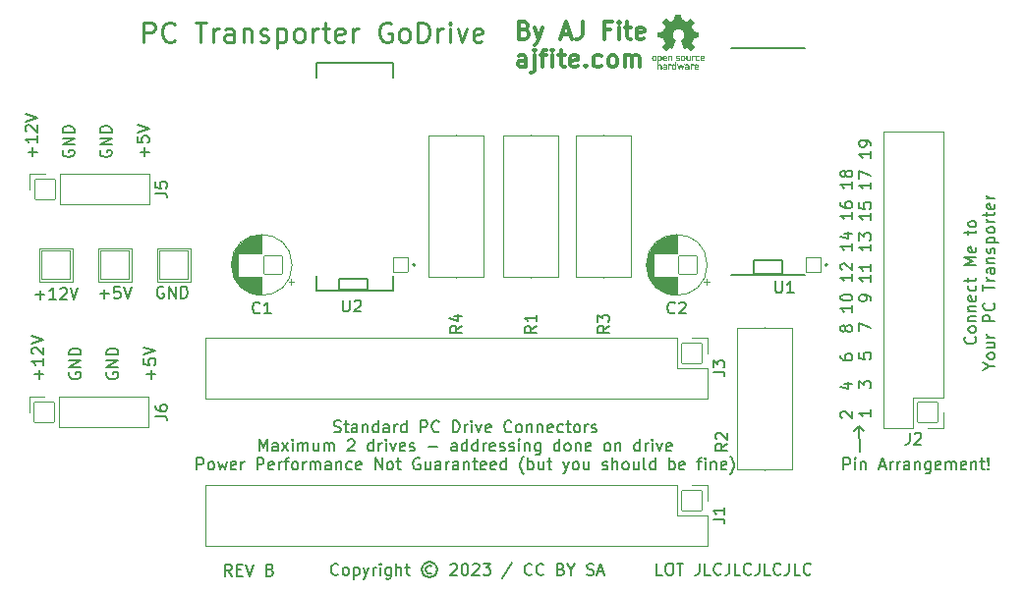
<source format=gto>
G04 #@! TF.GenerationSoftware,KiCad,Pcbnew,8.0.3*
G04 #@! TF.CreationDate,2024-06-26T21:01:40-07:00*
G04 #@! TF.ProjectId,PCTGotekAdapter,50435447-6f74-4656-9b41-646170746572,B*
G04 #@! TF.SameCoordinates,Original*
G04 #@! TF.FileFunction,Legend,Top*
G04 #@! TF.FilePolarity,Positive*
%FSLAX46Y46*%
G04 Gerber Fmt 4.6, Leading zero omitted, Abs format (unit mm)*
G04 Created by KiCad (PCBNEW 8.0.3) date 2024-06-26 21:01:40*
%MOMM*%
%LPD*%
G01*
G04 APERTURE LIST*
G04 Aperture macros list*
%AMRoundRect*
0 Rectangle with rounded corners*
0 $1 Rounding radius*
0 $2 $3 $4 $5 $6 $7 $8 $9 X,Y pos of 4 corners*
0 Add a 4 corners polygon primitive as box body*
4,1,4,$2,$3,$4,$5,$6,$7,$8,$9,$2,$3,0*
0 Add four circle primitives for the rounded corners*
1,1,$1+$1,$2,$3*
1,1,$1+$1,$4,$5*
1,1,$1+$1,$6,$7*
1,1,$1+$1,$8,$9*
0 Add four rect primitives between the rounded corners*
20,1,$1+$1,$2,$3,$4,$5,0*
20,1,$1+$1,$4,$5,$6,$7,0*
20,1,$1+$1,$6,$7,$8,$9,0*
20,1,$1+$1,$8,$9,$2,$3,0*%
G04 Aperture macros list end*
%ADD10C,0.000000*%
%ADD11C,0.150000*%
%ADD12C,0.250000*%
%ADD13C,0.300000*%
%ADD14C,0.120000*%
%ADD15C,0.127000*%
%ADD16C,0.200000*%
%ADD17RoundRect,0.038000X0.800000X0.800000X-0.800000X0.800000X-0.800000X-0.800000X0.800000X-0.800000X0*%
%ADD18C,1.676000*%
%ADD19RoundRect,0.038000X0.850000X0.850000X-0.850000X0.850000X-0.850000X-0.850000X0.850000X-0.850000X0*%
%ADD20O,1.776000X1.776000*%
%ADD21C,0.876000*%
%ADD22C,6.476000*%
%ADD23RoundRect,0.038000X0.850000X-0.850000X0.850000X0.850000X-0.850000X0.850000X-0.850000X-0.850000X0*%
%ADD24C,2.476000*%
%ADD25O,2.476000X2.476000*%
%ADD26RoundRect,0.038000X-0.850000X0.850000X-0.850000X-0.850000X0.850000X-0.850000X0.850000X0.850000X0*%
%ADD27RoundRect,0.038000X0.640000X0.640000X-0.640000X0.640000X-0.640000X-0.640000X0.640000X-0.640000X0*%
%ADD28C,1.356000*%
%ADD29RoundRect,0.038000X0.635000X0.635000X-0.635000X0.635000X-0.635000X-0.635000X0.635000X-0.635000X0*%
%ADD30C,1.346000*%
%ADD31C,1.076000*%
%ADD32RoundRect,0.038000X-1.250000X-1.250000X1.250000X-1.250000X1.250000X1.250000X-1.250000X1.250000X0*%
G04 APERTURE END LIST*
D10*
G36*
X179612956Y-78462208D02*
G01*
X179619633Y-78462481D01*
X179626139Y-78462928D01*
X179632477Y-78463542D01*
X179638648Y-78464318D01*
X179644654Y-78465249D01*
X179650498Y-78466329D01*
X179656183Y-78467551D01*
X179661709Y-78468909D01*
X179667080Y-78470397D01*
X179672298Y-78472008D01*
X179677365Y-78473735D01*
X179682283Y-78475574D01*
X179687054Y-78477516D01*
X179691681Y-78479556D01*
X179696166Y-78481688D01*
X179704719Y-78486201D01*
X179712729Y-78491003D01*
X179720216Y-78496043D01*
X179727196Y-78501272D01*
X179733687Y-78506638D01*
X179739708Y-78512090D01*
X179745276Y-78517577D01*
X179750409Y-78523049D01*
X179757010Y-78530609D01*
X179763115Y-78538240D01*
X179768734Y-78546035D01*
X179773877Y-78554089D01*
X179778554Y-78562493D01*
X179782774Y-78571343D01*
X179786547Y-78580730D01*
X179789882Y-78590749D01*
X179792789Y-78601493D01*
X179795277Y-78613055D01*
X179797356Y-78625529D01*
X179799035Y-78639008D01*
X179800325Y-78653586D01*
X179801234Y-78669356D01*
X179801773Y-78686411D01*
X179801950Y-78704844D01*
X179801773Y-78723432D01*
X179801234Y-78740624D01*
X179800325Y-78756512D01*
X179799035Y-78771193D01*
X179797356Y-78784761D01*
X179795277Y-78797310D01*
X179792789Y-78808935D01*
X179789882Y-78819730D01*
X179786547Y-78829790D01*
X179782774Y-78839209D01*
X179778554Y-78848083D01*
X179773877Y-78856504D01*
X179768734Y-78864569D01*
X179763115Y-78872371D01*
X179757010Y-78880005D01*
X179750409Y-78887566D01*
X179745276Y-78893037D01*
X179739708Y-78898522D01*
X179733687Y-78903972D01*
X179727196Y-78909334D01*
X179720216Y-78914559D01*
X179712729Y-78919595D01*
X179704719Y-78924392D01*
X179696166Y-78928900D01*
X179687054Y-78933067D01*
X179677365Y-78936843D01*
X179667080Y-78940177D01*
X179656183Y-78943019D01*
X179644654Y-78945317D01*
X179632477Y-78947022D01*
X179619633Y-78948082D01*
X179606106Y-78948446D01*
X179599253Y-78948354D01*
X179592573Y-78948082D01*
X179586065Y-78947635D01*
X179579726Y-78947022D01*
X179573553Y-78946247D01*
X179567545Y-78945317D01*
X179561699Y-78944239D01*
X179556013Y-78943019D01*
X179550485Y-78941663D01*
X179545113Y-78940177D01*
X179539894Y-78938569D01*
X179534826Y-78936843D01*
X179529907Y-78935007D01*
X179525135Y-78933067D01*
X179520507Y-78931029D01*
X179516022Y-78928900D01*
X179507468Y-78924393D01*
X179499457Y-78919595D01*
X179491970Y-78914559D01*
X179484989Y-78909334D01*
X179478497Y-78903972D01*
X179472476Y-78898523D01*
X179466908Y-78893037D01*
X179461775Y-78887566D01*
X179455175Y-78880005D01*
X179449071Y-78872372D01*
X179443453Y-78864571D01*
X179438311Y-78856508D01*
X179433636Y-78848088D01*
X179429419Y-78839216D01*
X179425648Y-78829798D01*
X179422316Y-78819740D01*
X179419412Y-78808946D01*
X179416926Y-78797322D01*
X179414849Y-78784773D01*
X179413172Y-78771204D01*
X179411884Y-78756522D01*
X179410976Y-78740631D01*
X179410438Y-78723437D01*
X179410261Y-78704844D01*
X179505828Y-78704844D01*
X179505896Y-78717268D01*
X179506105Y-78728588D01*
X179506466Y-78738889D01*
X179506987Y-78748254D01*
X179507679Y-78756769D01*
X179508551Y-78764515D01*
X179509612Y-78771578D01*
X179510872Y-78778041D01*
X179512341Y-78783989D01*
X179514028Y-78789504D01*
X179515943Y-78794671D01*
X179518096Y-78799573D01*
X179520495Y-78804296D01*
X179523151Y-78808921D01*
X179526073Y-78813534D01*
X179529271Y-78818218D01*
X179532088Y-78821856D01*
X179535260Y-78825368D01*
X179538767Y-78828739D01*
X179542589Y-78831954D01*
X179546709Y-78834998D01*
X179551105Y-78837856D01*
X179555760Y-78840513D01*
X179560653Y-78842954D01*
X179565767Y-78845164D01*
X179571081Y-78847128D01*
X179576577Y-78848831D01*
X179582235Y-78850258D01*
X179588036Y-78851394D01*
X179593961Y-78852223D01*
X179599990Y-78852732D01*
X179606106Y-78852905D01*
X179612216Y-78852732D01*
X179618242Y-78852222D01*
X179624163Y-78851391D01*
X179629961Y-78850254D01*
X179635617Y-78848825D01*
X179641111Y-78847121D01*
X179646425Y-78845155D01*
X179651538Y-78842944D01*
X179656432Y-78840502D01*
X179661087Y-78837844D01*
X179665486Y-78834986D01*
X179669607Y-78831943D01*
X179673432Y-78828729D01*
X179676942Y-78825361D01*
X179680118Y-78821852D01*
X179681575Y-78820050D01*
X179682941Y-78818218D01*
X179686138Y-78813535D01*
X179689059Y-78808923D01*
X179691714Y-78804302D01*
X179694111Y-78799588D01*
X179696262Y-78794699D01*
X179698175Y-78789553D01*
X179699859Y-78784066D01*
X179701326Y-78778157D01*
X179702584Y-78771743D01*
X179703642Y-78764741D01*
X179704512Y-78757070D01*
X179705202Y-78748645D01*
X179705721Y-78739385D01*
X179706080Y-78729208D01*
X179706356Y-78705771D01*
X179706289Y-78693347D01*
X179706080Y-78682025D01*
X179705721Y-78671722D01*
X179705202Y-78662353D01*
X179704512Y-78653836D01*
X179703642Y-78646086D01*
X179702584Y-78639020D01*
X179701326Y-78632554D01*
X179699859Y-78626604D01*
X179698175Y-78621088D01*
X179696262Y-78615921D01*
X179694111Y-78611019D01*
X179691714Y-78606299D01*
X179689059Y-78601678D01*
X179686138Y-78597072D01*
X179682941Y-78592396D01*
X179680118Y-78588758D01*
X179676942Y-78585246D01*
X179673432Y-78581876D01*
X179669607Y-78578661D01*
X179665486Y-78575617D01*
X179661087Y-78572759D01*
X179656432Y-78570102D01*
X179651538Y-78567661D01*
X179646425Y-78565451D01*
X179641111Y-78563487D01*
X179635617Y-78561784D01*
X179629961Y-78560357D01*
X179624163Y-78559221D01*
X179618242Y-78558391D01*
X179612216Y-78557882D01*
X179606106Y-78557709D01*
X179599990Y-78557883D01*
X179593961Y-78558392D01*
X179588036Y-78559224D01*
X179582235Y-78560361D01*
X179576577Y-78561790D01*
X179571081Y-78563494D01*
X179565767Y-78565460D01*
X179560653Y-78567671D01*
X179555760Y-78570113D01*
X179551105Y-78572771D01*
X179546709Y-78575629D01*
X179542589Y-78578672D01*
X179538767Y-78581885D01*
X179535260Y-78585254D01*
X179532088Y-78588763D01*
X179530634Y-78590565D01*
X179529271Y-78592396D01*
X179526073Y-78597071D01*
X179523151Y-78601676D01*
X179520495Y-78606293D01*
X179518096Y-78611004D01*
X179515943Y-78615892D01*
X179514028Y-78621039D01*
X179512341Y-78626527D01*
X179510872Y-78632438D01*
X179509612Y-78638855D01*
X179508551Y-78645860D01*
X179507679Y-78653535D01*
X179506987Y-78661963D01*
X179506466Y-78671225D01*
X179506105Y-78681405D01*
X179505828Y-78704844D01*
X179410261Y-78704844D01*
X179410438Y-78686411D01*
X179410976Y-78669357D01*
X179411884Y-78653588D01*
X179413172Y-78639012D01*
X179414849Y-78625535D01*
X179416926Y-78613062D01*
X179419412Y-78601502D01*
X179422316Y-78590759D01*
X179425648Y-78580741D01*
X179429419Y-78571354D01*
X179433636Y-78562505D01*
X179438311Y-78554100D01*
X179443453Y-78546045D01*
X179449071Y-78538247D01*
X179455175Y-78530613D01*
X179461775Y-78523049D01*
X179466908Y-78517577D01*
X179472476Y-78512090D01*
X179478497Y-78506638D01*
X179484989Y-78501272D01*
X179491970Y-78496044D01*
X179499457Y-78491003D01*
X179507468Y-78486201D01*
X179516022Y-78481688D01*
X179525135Y-78477516D01*
X179534826Y-78473735D01*
X179545113Y-78470397D01*
X179556013Y-78467551D01*
X179567545Y-78465249D01*
X179579726Y-78463542D01*
X179592573Y-78462481D01*
X179606106Y-78462116D01*
X179612956Y-78462208D01*
G37*
D11*
X197677346Y-110868852D02*
X197272279Y-110418778D01*
D10*
G36*
X183084544Y-78462279D02*
G01*
X183091524Y-78462763D01*
X183098361Y-78463560D01*
X183105058Y-78464662D01*
X183111622Y-78466060D01*
X183118060Y-78467747D01*
X183124376Y-78469713D01*
X183130577Y-78471951D01*
X183136669Y-78474453D01*
X183142657Y-78477210D01*
X183148547Y-78480214D01*
X183154345Y-78483458D01*
X183160058Y-78486931D01*
X183165690Y-78490628D01*
X183171248Y-78494538D01*
X183176737Y-78498655D01*
X183107390Y-78581125D01*
X183103246Y-78578085D01*
X183099235Y-78575280D01*
X183095335Y-78572706D01*
X183091522Y-78570357D01*
X183087776Y-78568226D01*
X183084073Y-78566310D01*
X183080392Y-78564602D01*
X183076711Y-78563097D01*
X183073008Y-78561790D01*
X183069260Y-78560675D01*
X183065446Y-78559746D01*
X183061543Y-78558998D01*
X183057530Y-78558426D01*
X183053383Y-78558025D01*
X183049082Y-78557787D01*
X183044604Y-78557710D01*
X183035836Y-78558063D01*
X183027157Y-78559133D01*
X183018633Y-78560933D01*
X183010331Y-78563477D01*
X183006282Y-78565032D01*
X183002314Y-78566779D01*
X182998434Y-78568718D01*
X182994650Y-78570852D01*
X182990970Y-78573182D01*
X182987404Y-78575710D01*
X182983958Y-78578438D01*
X182980641Y-78581367D01*
X182977462Y-78584499D01*
X182974428Y-78587836D01*
X182971548Y-78591380D01*
X182968830Y-78595133D01*
X182966282Y-78599095D01*
X182963913Y-78603269D01*
X182961730Y-78607656D01*
X182959742Y-78612259D01*
X182957958Y-78617079D01*
X182956384Y-78622117D01*
X182955030Y-78627376D01*
X182953904Y-78632856D01*
X182953014Y-78638561D01*
X182952368Y-78644491D01*
X182951974Y-78650648D01*
X182951841Y-78657034D01*
X182951841Y-78942811D01*
X182856247Y-78942811D01*
X182856247Y-78467751D01*
X182951841Y-78467751D01*
X182951841Y-78518340D01*
X182953694Y-78518340D01*
X182959467Y-78511534D01*
X182965541Y-78505167D01*
X182971908Y-78499239D01*
X182978557Y-78493749D01*
X182985482Y-78488698D01*
X182992674Y-78484086D01*
X183000124Y-78479913D01*
X183007824Y-78476178D01*
X183015765Y-78472883D01*
X183023940Y-78470027D01*
X183032339Y-78467610D01*
X183040955Y-78465632D01*
X183049779Y-78464094D01*
X183058802Y-78462995D01*
X183068016Y-78462335D01*
X183077413Y-78462116D01*
X183084544Y-78462279D01*
G37*
G36*
X182101393Y-78462208D02*
G01*
X182108075Y-78462481D01*
X182114585Y-78462928D01*
X182120926Y-78463542D01*
X182127100Y-78464318D01*
X182133109Y-78465249D01*
X182138955Y-78466329D01*
X182144642Y-78467551D01*
X182150170Y-78468909D01*
X182155543Y-78470397D01*
X182160762Y-78472008D01*
X182165829Y-78473735D01*
X182170748Y-78475574D01*
X182175520Y-78477516D01*
X182180147Y-78479556D01*
X182184632Y-78481688D01*
X182193184Y-78486201D01*
X182201194Y-78491003D01*
X182208679Y-78496043D01*
X182215658Y-78501272D01*
X182222149Y-78506638D01*
X182228169Y-78512090D01*
X182233736Y-78517577D01*
X182238869Y-78523049D01*
X182245468Y-78530609D01*
X182251573Y-78538240D01*
X182257191Y-78546035D01*
X182262332Y-78554089D01*
X182267007Y-78562493D01*
X182271225Y-78571343D01*
X182274995Y-78580730D01*
X182278328Y-78590749D01*
X182281232Y-78601493D01*
X182283718Y-78613055D01*
X182285794Y-78625529D01*
X182287472Y-78639008D01*
X182288760Y-78653586D01*
X182289668Y-78669356D01*
X182290206Y-78686411D01*
X182290383Y-78704844D01*
X182290206Y-78723432D01*
X182289668Y-78740624D01*
X182288760Y-78756512D01*
X182287472Y-78771193D01*
X182285794Y-78784761D01*
X182283718Y-78797310D01*
X182281232Y-78808935D01*
X182278328Y-78819730D01*
X182274995Y-78829790D01*
X182271225Y-78839209D01*
X182267007Y-78848083D01*
X182262332Y-78856504D01*
X182257191Y-78864569D01*
X182251573Y-78872371D01*
X182245468Y-78880005D01*
X182238869Y-78887566D01*
X182233736Y-78893037D01*
X182228169Y-78898522D01*
X182222149Y-78903972D01*
X182215658Y-78909334D01*
X182208679Y-78914559D01*
X182201194Y-78919595D01*
X182193184Y-78924392D01*
X182184632Y-78928900D01*
X182175520Y-78933067D01*
X182165829Y-78936843D01*
X182155542Y-78940177D01*
X182144642Y-78943019D01*
X182133109Y-78945317D01*
X182120926Y-78947022D01*
X182108075Y-78948082D01*
X182094538Y-78948446D01*
X182087688Y-78948354D01*
X182081011Y-78948082D01*
X182074505Y-78947635D01*
X182068168Y-78947022D01*
X182061998Y-78946247D01*
X182055992Y-78945317D01*
X182050149Y-78944239D01*
X182044465Y-78943019D01*
X182038940Y-78941663D01*
X182033570Y-78940177D01*
X182028353Y-78938569D01*
X182023287Y-78936843D01*
X182018370Y-78935007D01*
X182013600Y-78933067D01*
X182008974Y-78931029D01*
X182004490Y-78928900D01*
X181995941Y-78924393D01*
X181987932Y-78919595D01*
X181980448Y-78914559D01*
X181973470Y-78909334D01*
X181966980Y-78903972D01*
X181960961Y-78898523D01*
X181955393Y-78893037D01*
X181950261Y-78887566D01*
X181943660Y-78880005D01*
X181937554Y-78872372D01*
X181931934Y-78864571D01*
X181926789Y-78856508D01*
X181922110Y-78848088D01*
X181917888Y-78839216D01*
X181914113Y-78829798D01*
X181910775Y-78819740D01*
X181907866Y-78808946D01*
X181905376Y-78797322D01*
X181903294Y-78784773D01*
X181901613Y-78771204D01*
X181900321Y-78756522D01*
X181899411Y-78740631D01*
X181898871Y-78723437D01*
X181898694Y-78704844D01*
X181994287Y-78704844D01*
X181994355Y-78717268D01*
X181994564Y-78728588D01*
X181994925Y-78738889D01*
X181995447Y-78748254D01*
X181996139Y-78756769D01*
X181997011Y-78764515D01*
X181998073Y-78771578D01*
X181999334Y-78778041D01*
X182000805Y-78783989D01*
X182002494Y-78789504D01*
X182004411Y-78794671D01*
X182006566Y-78799573D01*
X182008968Y-78804296D01*
X182011628Y-78808921D01*
X182014554Y-78813534D01*
X182017756Y-78818218D01*
X182020565Y-78821856D01*
X182023730Y-78825368D01*
X182027232Y-78828739D01*
X182031052Y-78831954D01*
X182035169Y-78834998D01*
X182039564Y-78837856D01*
X182044219Y-78840513D01*
X182049112Y-78842954D01*
X182054226Y-78845164D01*
X182059540Y-78847128D01*
X182065034Y-78848831D01*
X182070690Y-78850258D01*
X182076488Y-78851394D01*
X182082408Y-78852223D01*
X182088432Y-78852732D01*
X182094538Y-78852905D01*
X182100653Y-78852732D01*
X182106683Y-78852222D01*
X182112608Y-78851391D01*
X182118409Y-78850254D01*
X182124067Y-78848825D01*
X182129562Y-78847121D01*
X182134877Y-78845155D01*
X182139990Y-78842944D01*
X182144884Y-78840502D01*
X182149539Y-78837844D01*
X182153935Y-78834986D01*
X182158054Y-78831943D01*
X182161877Y-78828729D01*
X182165383Y-78825361D01*
X182168555Y-78821852D01*
X182170010Y-78820050D01*
X182171373Y-78818218D01*
X182174575Y-78813535D01*
X182177499Y-78808923D01*
X182180156Y-78804302D01*
X182182555Y-78799588D01*
X182184706Y-78794699D01*
X182186619Y-78789553D01*
X182188303Y-78784066D01*
X182189768Y-78778157D01*
X182191025Y-78771743D01*
X182192082Y-78764741D01*
X182192950Y-78757070D01*
X182193638Y-78748645D01*
X182194156Y-78739385D01*
X182194514Y-78729208D01*
X182194789Y-78705771D01*
X182194722Y-78693347D01*
X182194514Y-78682025D01*
X182194156Y-78671722D01*
X182193638Y-78662353D01*
X182192950Y-78653836D01*
X182192082Y-78646086D01*
X182191025Y-78639020D01*
X182189768Y-78632554D01*
X182188303Y-78626604D01*
X182186619Y-78621088D01*
X182184706Y-78615921D01*
X182182555Y-78611019D01*
X182180156Y-78606299D01*
X182177499Y-78601678D01*
X182174575Y-78597072D01*
X182171373Y-78592396D01*
X182168555Y-78588758D01*
X182165383Y-78585246D01*
X182161877Y-78581876D01*
X182158054Y-78578661D01*
X182153935Y-78575617D01*
X182149539Y-78572759D01*
X182144884Y-78570102D01*
X182139990Y-78567661D01*
X182134877Y-78565451D01*
X182129562Y-78563487D01*
X182124067Y-78561784D01*
X182118409Y-78560357D01*
X182112608Y-78559221D01*
X182106683Y-78558391D01*
X182100653Y-78557882D01*
X182094538Y-78557709D01*
X182088432Y-78557883D01*
X182082408Y-78558392D01*
X182076488Y-78559224D01*
X182070690Y-78560361D01*
X182065034Y-78561790D01*
X182059540Y-78563494D01*
X182054226Y-78565460D01*
X182049112Y-78567671D01*
X182044219Y-78570113D01*
X182039564Y-78572771D01*
X182035169Y-78575629D01*
X182031052Y-78578672D01*
X182027232Y-78581885D01*
X182023730Y-78585254D01*
X182020565Y-78588763D01*
X182019115Y-78590565D01*
X182017756Y-78592396D01*
X182014554Y-78597071D01*
X182011628Y-78601676D01*
X182008968Y-78606293D01*
X182006566Y-78611004D01*
X182004411Y-78615892D01*
X182002494Y-78621039D01*
X182000805Y-78626527D01*
X181999334Y-78632438D01*
X181998073Y-78638855D01*
X181997011Y-78645860D01*
X181996139Y-78653535D01*
X181995447Y-78661963D01*
X181994925Y-78671225D01*
X181994564Y-78681405D01*
X181994287Y-78704844D01*
X181898694Y-78704844D01*
X181898871Y-78686411D01*
X181899411Y-78669357D01*
X181900321Y-78653588D01*
X181901613Y-78639012D01*
X181903294Y-78625535D01*
X181905376Y-78613062D01*
X181907866Y-78601502D01*
X181910775Y-78590759D01*
X181914113Y-78580741D01*
X181917888Y-78571354D01*
X181922110Y-78562505D01*
X181926789Y-78554100D01*
X181931934Y-78546045D01*
X181937554Y-78538247D01*
X181943660Y-78530613D01*
X181950261Y-78523049D01*
X181955393Y-78517577D01*
X181960961Y-78512090D01*
X181966980Y-78506638D01*
X181973470Y-78501272D01*
X181980448Y-78496044D01*
X181987933Y-78491003D01*
X181995941Y-78486201D01*
X182004491Y-78481688D01*
X182013600Y-78477516D01*
X182023287Y-78473735D01*
X182033570Y-78470397D01*
X182044465Y-78467551D01*
X182055992Y-78465249D01*
X182068168Y-78463542D01*
X182081011Y-78462481D01*
X182094538Y-78462116D01*
X182101393Y-78462208D01*
G37*
G36*
X181519175Y-79693222D02*
G01*
X181423608Y-79693222D01*
X181423608Y-79643559D01*
X181417824Y-79649578D01*
X181411725Y-79655340D01*
X181405323Y-79660826D01*
X181398632Y-79666018D01*
X181391667Y-79670899D01*
X181384441Y-79675450D01*
X181376967Y-79679654D01*
X181369259Y-79683492D01*
X181361332Y-79686945D01*
X181353199Y-79689997D01*
X181344873Y-79692629D01*
X181336369Y-79694823D01*
X181327700Y-79696561D01*
X181318879Y-79697825D01*
X181309922Y-79698596D01*
X181300841Y-79698857D01*
X181295441Y-79698781D01*
X181290134Y-79698554D01*
X181284920Y-79698179D01*
X181279799Y-79697660D01*
X181274770Y-79696999D01*
X181269835Y-79696200D01*
X181264992Y-79695266D01*
X181260240Y-79694200D01*
X181255581Y-79693004D01*
X181251014Y-79691683D01*
X181246539Y-79690239D01*
X181242155Y-79688675D01*
X181237862Y-79686994D01*
X181233661Y-79685200D01*
X181225531Y-79681282D01*
X181217763Y-79676948D01*
X181210357Y-79672221D01*
X181203309Y-79667126D01*
X181196621Y-79661688D01*
X181190288Y-79655931D01*
X181184311Y-79649881D01*
X181178688Y-79643561D01*
X181173418Y-79636998D01*
X181168714Y-79630684D01*
X181164433Y-79624306D01*
X181160558Y-79617734D01*
X181157074Y-79610837D01*
X181153963Y-79603484D01*
X181151210Y-79595546D01*
X181148797Y-79586891D01*
X181146708Y-79577390D01*
X181144927Y-79566912D01*
X181143437Y-79555327D01*
X181142221Y-79542504D01*
X181141263Y-79528312D01*
X181140056Y-79495303D01*
X181139683Y-79455256D01*
X181235251Y-79455256D01*
X181235325Y-79469113D01*
X181235628Y-79482863D01*
X181236276Y-79496395D01*
X181237388Y-79509602D01*
X181239082Y-79522376D01*
X181240185Y-79528566D01*
X181241477Y-79534607D01*
X181242973Y-79540486D01*
X181244689Y-79546188D01*
X181246639Y-79551701D01*
X181248837Y-79557011D01*
X181251299Y-79562104D01*
X181254040Y-79566966D01*
X181257073Y-79571584D01*
X181260415Y-79575945D01*
X181264079Y-79580035D01*
X181268080Y-79583841D01*
X181272433Y-79587348D01*
X181277153Y-79590544D01*
X181282255Y-79593414D01*
X181287753Y-79595946D01*
X181293663Y-79598125D01*
X181299998Y-79599939D01*
X181306774Y-79601373D01*
X181314005Y-79602414D01*
X181321706Y-79603049D01*
X181329892Y-79603263D01*
X181337994Y-79603035D01*
X181345617Y-79602363D01*
X181352774Y-79601262D01*
X181359481Y-79599748D01*
X181365752Y-79597838D01*
X181371602Y-79595547D01*
X181377045Y-79592892D01*
X181382096Y-79589889D01*
X181386769Y-79586554D01*
X181391080Y-79582903D01*
X181395042Y-79578952D01*
X181398670Y-79574718D01*
X181401979Y-79570216D01*
X181404984Y-79565462D01*
X181407698Y-79560473D01*
X181410137Y-79555265D01*
X181412315Y-79549853D01*
X181414247Y-79544255D01*
X181417431Y-79532561D01*
X181419805Y-79520312D01*
X181421485Y-79507638D01*
X181422589Y-79494666D01*
X181423233Y-79481526D01*
X181423608Y-79455256D01*
X181423534Y-79442327D01*
X181423233Y-79429287D01*
X181422589Y-79416265D01*
X181421485Y-79403392D01*
X181419805Y-79390799D01*
X181418712Y-79384649D01*
X181417431Y-79378617D01*
X181415948Y-79372720D01*
X181414247Y-79366975D01*
X181412315Y-79361397D01*
X181410137Y-79356004D01*
X181407698Y-79350811D01*
X181404984Y-79345835D01*
X181401979Y-79341092D01*
X181398670Y-79336598D01*
X181395042Y-79332370D01*
X181391080Y-79328425D01*
X181386769Y-79324777D01*
X181382096Y-79321444D01*
X181377045Y-79318442D01*
X181371602Y-79315788D01*
X181365752Y-79313497D01*
X181359481Y-79311586D01*
X181352774Y-79310071D01*
X181345617Y-79308969D01*
X181337994Y-79308296D01*
X181329892Y-79308068D01*
X181321706Y-79308283D01*
X181314005Y-79308917D01*
X181306774Y-79309959D01*
X181299998Y-79311393D01*
X181293663Y-79313206D01*
X181287753Y-79315384D01*
X181282255Y-79317914D01*
X181277153Y-79320782D01*
X181272433Y-79323974D01*
X181268080Y-79327476D01*
X181264079Y-79331275D01*
X181260415Y-79335356D01*
X181257073Y-79339707D01*
X181254040Y-79344314D01*
X181251299Y-79349162D01*
X181248837Y-79354238D01*
X181246639Y-79359528D01*
X181244689Y-79365019D01*
X181241477Y-79376547D01*
X181239082Y-79388712D01*
X181237388Y-79401405D01*
X181236276Y-79414516D01*
X181235628Y-79427935D01*
X181235251Y-79455256D01*
X181139683Y-79455256D01*
X181139774Y-79434431D01*
X181140056Y-79415479D01*
X181140547Y-79398270D01*
X181141263Y-79382674D01*
X181142221Y-79368563D01*
X181143437Y-79355807D01*
X181144927Y-79344277D01*
X181146708Y-79333845D01*
X181148797Y-79324381D01*
X181149962Y-79319971D01*
X181151210Y-79315755D01*
X181152543Y-79311716D01*
X181153963Y-79307839D01*
X181155473Y-79304107D01*
X181157074Y-79300504D01*
X181160558Y-79293620D01*
X181164433Y-79287059D01*
X181168714Y-79280691D01*
X181173418Y-79274386D01*
X181178688Y-79267814D01*
X181184311Y-79261488D01*
X181190288Y-79255434D01*
X181196621Y-79249674D01*
X181203309Y-79244235D01*
X181210357Y-79239140D01*
X181217763Y-79234414D01*
X181225531Y-79230082D01*
X181233661Y-79226168D01*
X181242155Y-79222696D01*
X181251014Y-79219691D01*
X181260240Y-79217177D01*
X181269835Y-79215179D01*
X181279799Y-79213722D01*
X181290134Y-79212830D01*
X181300841Y-79212527D01*
X181309860Y-79212788D01*
X181318648Y-79213559D01*
X181327217Y-79214825D01*
X181335576Y-79216568D01*
X181343738Y-79218773D01*
X181351713Y-79221422D01*
X181359512Y-79224499D01*
X181367146Y-79227989D01*
X181374626Y-79231873D01*
X181381964Y-79236137D01*
X181389170Y-79240763D01*
X181396255Y-79245734D01*
X181403230Y-79251036D01*
X181410107Y-79256650D01*
X181416896Y-79262560D01*
X181423608Y-79268751D01*
X181423608Y-79026022D01*
X181519175Y-79026022D01*
X181519175Y-79693222D01*
G37*
G36*
X182456655Y-79212998D02*
G01*
X182477254Y-79214447D01*
X182496868Y-79216932D01*
X182506286Y-79218580D01*
X182515434Y-79220508D01*
X182524303Y-79222723D01*
X182532886Y-79225232D01*
X182541174Y-79228042D01*
X182549159Y-79231159D01*
X182556834Y-79234592D01*
X182564189Y-79238347D01*
X182571218Y-79242430D01*
X182577912Y-79246850D01*
X182584263Y-79251613D01*
X182590262Y-79256726D01*
X182595903Y-79262196D01*
X182601176Y-79268030D01*
X182606073Y-79274236D01*
X182610587Y-79280819D01*
X182614710Y-79287788D01*
X182618433Y-79295149D01*
X182621748Y-79302909D01*
X182624647Y-79311076D01*
X182627123Y-79319656D01*
X182629166Y-79328656D01*
X182630770Y-79338084D01*
X182631925Y-79347946D01*
X182632624Y-79358250D01*
X182632859Y-79369002D01*
X182632859Y-79693222D01*
X182537239Y-79693222D01*
X182537239Y-79651047D01*
X182535387Y-79651047D01*
X182531537Y-79656995D01*
X182527352Y-79662529D01*
X182522804Y-79667653D01*
X182517866Y-79672370D01*
X182512510Y-79676686D01*
X182506710Y-79680604D01*
X182500437Y-79684130D01*
X182493665Y-79687266D01*
X182486366Y-79690017D01*
X182478514Y-79692388D01*
X182470079Y-79694382D01*
X182461036Y-79696005D01*
X182451357Y-79697259D01*
X182441014Y-79698150D01*
X182429981Y-79698681D01*
X182418229Y-79698858D01*
X182408432Y-79698675D01*
X182398896Y-79698132D01*
X182389624Y-79697238D01*
X182380621Y-79695999D01*
X182371888Y-79694424D01*
X182363429Y-79692520D01*
X182355248Y-79690296D01*
X182347348Y-79687759D01*
X182339732Y-79684917D01*
X182332404Y-79681779D01*
X182325365Y-79678351D01*
X182318621Y-79674643D01*
X182312174Y-79670661D01*
X182306028Y-79666414D01*
X182300185Y-79661910D01*
X182294649Y-79657156D01*
X182289423Y-79652161D01*
X182284511Y-79646932D01*
X182279915Y-79641477D01*
X182275640Y-79635804D01*
X182271688Y-79629921D01*
X182268062Y-79623835D01*
X182264766Y-79617556D01*
X182261803Y-79611090D01*
X182259177Y-79604446D01*
X182256890Y-79597631D01*
X182254946Y-79590654D01*
X182253348Y-79583521D01*
X182252100Y-79576242D01*
X182251204Y-79568824D01*
X182250664Y-79561274D01*
X182250483Y-79553602D01*
X182250585Y-79548918D01*
X182340495Y-79548918D01*
X182340795Y-79554837D01*
X182341709Y-79560633D01*
X182343257Y-79566270D01*
X182345461Y-79571714D01*
X182346815Y-79574352D01*
X182348340Y-79576928D01*
X182350039Y-79579437D01*
X182351915Y-79581876D01*
X182353970Y-79584239D01*
X182356206Y-79586522D01*
X182358627Y-79588721D01*
X182361235Y-79590831D01*
X182364032Y-79592848D01*
X182367020Y-79594768D01*
X182370204Y-79596585D01*
X182373584Y-79598295D01*
X182377164Y-79599895D01*
X182380947Y-79601378D01*
X182384934Y-79602742D01*
X182389128Y-79603981D01*
X182398149Y-79606067D01*
X182408029Y-79607602D01*
X182418791Y-79608549D01*
X182430453Y-79608873D01*
X182444777Y-79608760D01*
X182457908Y-79608367D01*
X182469883Y-79607608D01*
X182480740Y-79606401D01*
X182485761Y-79605603D01*
X182490516Y-79604661D01*
X182495010Y-79603565D01*
X182499247Y-79602305D01*
X182503232Y-79600870D01*
X182506971Y-79599249D01*
X182510466Y-79597432D01*
X182513724Y-79595409D01*
X182516748Y-79593168D01*
X182519544Y-79590700D01*
X182522116Y-79587995D01*
X182524468Y-79585041D01*
X182526605Y-79581828D01*
X182528533Y-79578345D01*
X182530254Y-79574583D01*
X182531775Y-79570531D01*
X182533100Y-79566177D01*
X182534233Y-79561513D01*
X182535179Y-79556526D01*
X182535942Y-79551208D01*
X182536528Y-79545547D01*
X182536941Y-79539532D01*
X182537185Y-79533154D01*
X182537265Y-79526402D01*
X182537265Y-79491715D01*
X182422965Y-79491715D01*
X182417782Y-79491781D01*
X182412773Y-79491976D01*
X182407939Y-79492300D01*
X182403279Y-79492750D01*
X182398792Y-79493325D01*
X182394476Y-79494022D01*
X182390332Y-79494839D01*
X182386360Y-79495775D01*
X182382557Y-79496828D01*
X182378924Y-79497996D01*
X182375459Y-79499277D01*
X182372163Y-79500668D01*
X182369034Y-79502169D01*
X182366072Y-79503778D01*
X182363276Y-79505492D01*
X182360646Y-79507309D01*
X182358180Y-79509228D01*
X182355878Y-79511246D01*
X182353740Y-79513363D01*
X182351764Y-79515575D01*
X182349950Y-79517882D01*
X182348298Y-79520280D01*
X182346806Y-79522769D01*
X182345474Y-79525346D01*
X182344301Y-79528010D01*
X182343287Y-79530758D01*
X182342431Y-79533589D01*
X182341732Y-79536501D01*
X182341190Y-79539492D01*
X182340803Y-79542559D01*
X182340572Y-79545702D01*
X182340495Y-79548918D01*
X182250585Y-79548918D01*
X182250637Y-79546522D01*
X182251098Y-79539518D01*
X182251866Y-79532599D01*
X182252939Y-79525775D01*
X182254319Y-79519055D01*
X182256003Y-79512451D01*
X182257992Y-79505970D01*
X182260285Y-79499624D01*
X182262881Y-79493422D01*
X182265780Y-79487373D01*
X182268982Y-79481488D01*
X182272485Y-79475776D01*
X182276290Y-79470248D01*
X182280395Y-79464912D01*
X182284801Y-79459779D01*
X182289506Y-79454859D01*
X182294510Y-79450161D01*
X182299813Y-79445695D01*
X182305414Y-79441471D01*
X182311313Y-79437498D01*
X182317508Y-79433787D01*
X182324000Y-79430348D01*
X182330788Y-79427189D01*
X182337871Y-79424322D01*
X182345250Y-79421755D01*
X182352922Y-79419498D01*
X182360888Y-79417562D01*
X182369147Y-79415956D01*
X182377699Y-79414690D01*
X182386543Y-79413773D01*
X182395679Y-79413216D01*
X182405106Y-79413028D01*
X182537239Y-79413028D01*
X182537239Y-79363366D01*
X182536896Y-79355274D01*
X182536464Y-79351476D01*
X182535857Y-79347842D01*
X182535072Y-79344367D01*
X182534107Y-79341050D01*
X182532960Y-79337889D01*
X182531631Y-79334881D01*
X182530115Y-79332024D01*
X182528413Y-79329314D01*
X182526521Y-79326751D01*
X182524439Y-79324332D01*
X182522163Y-79322054D01*
X182519693Y-79319914D01*
X182517026Y-79317911D01*
X182514161Y-79316042D01*
X182511095Y-79314305D01*
X182507826Y-79312697D01*
X182500675Y-79309860D01*
X182492692Y-79307511D01*
X182483862Y-79305632D01*
X182474169Y-79304204D01*
X182463599Y-79303207D01*
X182452137Y-79302623D01*
X182439767Y-79302432D01*
X182430758Y-79302545D01*
X182422336Y-79302890D01*
X182414472Y-79303481D01*
X182407138Y-79304329D01*
X182403660Y-79304853D01*
X182400303Y-79305446D01*
X182397064Y-79306110D01*
X182393939Y-79306846D01*
X182390925Y-79307655D01*
X182388018Y-79308539D01*
X182385215Y-79309500D01*
X182382511Y-79310539D01*
X182379903Y-79311657D01*
X182377387Y-79312857D01*
X182374961Y-79314139D01*
X182372620Y-79315505D01*
X182370360Y-79316957D01*
X182368179Y-79318497D01*
X182366071Y-79320125D01*
X182364035Y-79321843D01*
X182362066Y-79323654D01*
X182360161Y-79325557D01*
X182358315Y-79327556D01*
X182356526Y-79329651D01*
X182354790Y-79331843D01*
X182353103Y-79334136D01*
X182351461Y-79336529D01*
X182349861Y-79339025D01*
X182274878Y-79281874D01*
X182281917Y-79272750D01*
X182289335Y-79264355D01*
X182297134Y-79256670D01*
X182305321Y-79249674D01*
X182313898Y-79243350D01*
X182322869Y-79237678D01*
X182332238Y-79232638D01*
X182342009Y-79228210D01*
X182352187Y-79224376D01*
X182362775Y-79221116D01*
X182373777Y-79218411D01*
X182385197Y-79216241D01*
X182397039Y-79214587D01*
X182409307Y-79213430D01*
X182422004Y-79212749D01*
X182435136Y-79212527D01*
X182456655Y-79212998D01*
G37*
G36*
X183387581Y-78462216D02*
G01*
X183394211Y-78462516D01*
X183400754Y-78463011D01*
X183407208Y-78463698D01*
X183419852Y-78465629D01*
X183432142Y-78468278D01*
X183444075Y-78471613D01*
X183455651Y-78475603D01*
X183466868Y-78480217D01*
X183477723Y-78485422D01*
X183488217Y-78491187D01*
X183498346Y-78497481D01*
X183508109Y-78504273D01*
X183517506Y-78511530D01*
X183526533Y-78519221D01*
X183535190Y-78527316D01*
X183543475Y-78535781D01*
X183551387Y-78544586D01*
X183481113Y-78607372D01*
X183476607Y-78602026D01*
X183471866Y-78596897D01*
X183466895Y-78592001D01*
X183461702Y-78587356D01*
X183456294Y-78582980D01*
X183450679Y-78578892D01*
X183444863Y-78575108D01*
X183438853Y-78571646D01*
X183432656Y-78568525D01*
X183426280Y-78565763D01*
X183419731Y-78563376D01*
X183413017Y-78561384D01*
X183406144Y-78559803D01*
X183399120Y-78558652D01*
X183391952Y-78557948D01*
X183384646Y-78557709D01*
X183370438Y-78558229D01*
X183356997Y-78559804D01*
X183350570Y-78560995D01*
X183344343Y-78562458D01*
X183338319Y-78564196D01*
X183332499Y-78566213D01*
X183326886Y-78568511D01*
X183321483Y-78571094D01*
X183316292Y-78573963D01*
X183311317Y-78577123D01*
X183306559Y-78580576D01*
X183302021Y-78584324D01*
X183297706Y-78588371D01*
X183293617Y-78592720D01*
X183289755Y-78597374D01*
X183286123Y-78602335D01*
X183282725Y-78607607D01*
X183279562Y-78613192D01*
X183276638Y-78619093D01*
X183273954Y-78625314D01*
X183271514Y-78631856D01*
X183269320Y-78638724D01*
X183267374Y-78645920D01*
X183265679Y-78653446D01*
X183264238Y-78661307D01*
X183263053Y-78669504D01*
X183261462Y-78686920D01*
X183260927Y-78705717D01*
X183261062Y-78715211D01*
X183261463Y-78724362D01*
X183262128Y-78733172D01*
X183263054Y-78741645D01*
X183264239Y-78749783D01*
X183265681Y-78757588D01*
X183267377Y-78765065D01*
X183269323Y-78772214D01*
X183271519Y-78779040D01*
X183273960Y-78785544D01*
X183276644Y-78791730D01*
X183279569Y-78797600D01*
X183282733Y-78803157D01*
X183286132Y-78808403D01*
X183289764Y-78813342D01*
X183293627Y-78817977D01*
X183297717Y-78822309D01*
X183302032Y-78826342D01*
X183306570Y-78830078D01*
X183311329Y-78833521D01*
X183316304Y-78836672D01*
X183321495Y-78839535D01*
X183326897Y-78842112D01*
X183332510Y-78844407D01*
X183338329Y-78846421D01*
X183344353Y-78848158D01*
X183350579Y-78849620D01*
X183357004Y-78850810D01*
X183363626Y-78851730D01*
X183370442Y-78852385D01*
X183377450Y-78852775D01*
X183384646Y-78852905D01*
X183388316Y-78852845D01*
X183391952Y-78852666D01*
X183395553Y-78852372D01*
X183399119Y-78851963D01*
X183406142Y-78850811D01*
X183413013Y-78849231D01*
X183419726Y-78847238D01*
X183426273Y-78844852D01*
X183432648Y-78842089D01*
X183438843Y-78838968D01*
X183444852Y-78835507D01*
X183450667Y-78831723D01*
X183456283Y-78827634D01*
X183461691Y-78823259D01*
X183466885Y-78818614D01*
X183471858Y-78813718D01*
X183476603Y-78808588D01*
X183481113Y-78803243D01*
X183551387Y-78866028D01*
X183543480Y-78874819D01*
X183535199Y-78883273D01*
X183526545Y-78891358D01*
X183517520Y-78899042D01*
X183508126Y-78906294D01*
X183498364Y-78913081D01*
X183488236Y-78919372D01*
X183477743Y-78925136D01*
X183466887Y-78930340D01*
X183455670Y-78934953D01*
X183444092Y-78938944D01*
X183432157Y-78942280D01*
X183419864Y-78944930D01*
X183407217Y-78946862D01*
X183394216Y-78948044D01*
X183380863Y-78948446D01*
X183360378Y-78947625D01*
X183340131Y-78945129D01*
X183320270Y-78940908D01*
X183300946Y-78934909D01*
X183291531Y-78931227D01*
X183282307Y-78927081D01*
X183273292Y-78922466D01*
X183264505Y-78917375D01*
X183255963Y-78911801D01*
X183247687Y-78905738D01*
X183239695Y-78899179D01*
X183232005Y-78892119D01*
X183224636Y-78884551D01*
X183217607Y-78876468D01*
X183210936Y-78867865D01*
X183204643Y-78858734D01*
X183198746Y-78849070D01*
X183193263Y-78838865D01*
X183188214Y-78828115D01*
X183183617Y-78816811D01*
X183179491Y-78804948D01*
X183175854Y-78792520D01*
X183172725Y-78779520D01*
X183170123Y-78765942D01*
X183168067Y-78751778D01*
X183166575Y-78737024D01*
X183165666Y-78721673D01*
X183165359Y-78705717D01*
X183165666Y-78689687D01*
X183166575Y-78674265D01*
X183168067Y-78659445D01*
X183170123Y-78645220D01*
X183172725Y-78631583D01*
X183175854Y-78618529D01*
X183179491Y-78606050D01*
X183183617Y-78594141D01*
X183188214Y-78582794D01*
X183193263Y-78572003D01*
X183198746Y-78561762D01*
X183204643Y-78552063D01*
X183210936Y-78542902D01*
X183217607Y-78534270D01*
X183224636Y-78526162D01*
X183232005Y-78518571D01*
X183239695Y-78511490D01*
X183247687Y-78504914D01*
X183255963Y-78498835D01*
X183264505Y-78493246D01*
X183273292Y-78488143D01*
X183282307Y-78483517D01*
X183291531Y-78479363D01*
X183300946Y-78475674D01*
X183310531Y-78472443D01*
X183320270Y-78469664D01*
X183330143Y-78467330D01*
X183340131Y-78465435D01*
X183350215Y-78463973D01*
X183360378Y-78462937D01*
X183380863Y-78462115D01*
X183387581Y-78462216D01*
G37*
G36*
X180533104Y-78462342D02*
G01*
X180542802Y-78463019D01*
X180552389Y-78464139D01*
X180561852Y-78465696D01*
X180571176Y-78467686D01*
X180580347Y-78470101D01*
X180589352Y-78472936D01*
X180598176Y-78476184D01*
X180606805Y-78479840D01*
X180615225Y-78483898D01*
X180623422Y-78488352D01*
X180631382Y-78493195D01*
X180639090Y-78498422D01*
X180646534Y-78504026D01*
X180653698Y-78510003D01*
X180660569Y-78516345D01*
X180667133Y-78523047D01*
X180673375Y-78530102D01*
X180679281Y-78537506D01*
X180684838Y-78545251D01*
X180690031Y-78553332D01*
X180694847Y-78561743D01*
X180699270Y-78570477D01*
X180703288Y-78579530D01*
X180706886Y-78588894D01*
X180710049Y-78598564D01*
X180712765Y-78608533D01*
X180715018Y-78618797D01*
X180716795Y-78629348D01*
X180718082Y-78640182D01*
X180718864Y-78651291D01*
X180719128Y-78662670D01*
X180719128Y-78741383D01*
X180423033Y-78741383D01*
X180423172Y-78748563D01*
X180423586Y-78755517D01*
X180424268Y-78762247D01*
X180425214Y-78768750D01*
X180426419Y-78775028D01*
X180427875Y-78781080D01*
X180429579Y-78786906D01*
X180431524Y-78792505D01*
X180433706Y-78797878D01*
X180436118Y-78803024D01*
X180438755Y-78807943D01*
X180441612Y-78812636D01*
X180444683Y-78817101D01*
X180447963Y-78821339D01*
X180451446Y-78825349D01*
X180455127Y-78829132D01*
X180459000Y-78832686D01*
X180463060Y-78836013D01*
X180467301Y-78839111D01*
X180471717Y-78841981D01*
X180476304Y-78844622D01*
X180481056Y-78847035D01*
X180485968Y-78849219D01*
X180491033Y-78851173D01*
X180496246Y-78852898D01*
X180501602Y-78854394D01*
X180507096Y-78855660D01*
X180512722Y-78856697D01*
X180518474Y-78857503D01*
X180524347Y-78858079D01*
X180530335Y-78858425D01*
X180536433Y-78858540D01*
X180543314Y-78858343D01*
X180550240Y-78857758D01*
X180557190Y-78856791D01*
X180564144Y-78855449D01*
X180571082Y-78853739D01*
X180577982Y-78851667D01*
X180584825Y-78849242D01*
X180591589Y-78846469D01*
X180598255Y-78843355D01*
X180604801Y-78839908D01*
X180611206Y-78836135D01*
X180617452Y-78832041D01*
X180623516Y-78827635D01*
X180629378Y-78822923D01*
X180635018Y-78817912D01*
X180640415Y-78812609D01*
X180709762Y-78871611D01*
X180700815Y-78881430D01*
X180691555Y-78890515D01*
X180681999Y-78898882D01*
X180672164Y-78906543D01*
X180662065Y-78913513D01*
X180651720Y-78919804D01*
X180641144Y-78925431D01*
X180630354Y-78930408D01*
X180619366Y-78934747D01*
X180608197Y-78938464D01*
X180596862Y-78941571D01*
X180585379Y-78944083D01*
X180573763Y-78946012D01*
X180562032Y-78947373D01*
X180550200Y-78948180D01*
X180538285Y-78948446D01*
X180519859Y-78947872D01*
X180501249Y-78946051D01*
X180482645Y-78942834D01*
X180464235Y-78938075D01*
X180446209Y-78931625D01*
X180437400Y-78927719D01*
X180428758Y-78923335D01*
X180420306Y-78918454D01*
X180412069Y-78913058D01*
X180404070Y-78907128D01*
X180396333Y-78900646D01*
X180388882Y-78893592D01*
X180381739Y-78885949D01*
X180374930Y-78877699D01*
X180368477Y-78868822D01*
X180362404Y-78859299D01*
X180356735Y-78849114D01*
X180351493Y-78838246D01*
X180346703Y-78826678D01*
X180342387Y-78814392D01*
X180338571Y-78801367D01*
X180335276Y-78787587D01*
X180332527Y-78773032D01*
X180330348Y-78757684D01*
X180328763Y-78741524D01*
X180327794Y-78724534D01*
X180327466Y-78706696D01*
X180327767Y-78689755D01*
X180328656Y-78673533D01*
X180329672Y-78662696D01*
X180423033Y-78662696D01*
X180623561Y-78662696D01*
X180623186Y-78656026D01*
X180622590Y-78649555D01*
X180621778Y-78643284D01*
X180620754Y-78637213D01*
X180619522Y-78631344D01*
X180618086Y-78625678D01*
X180616450Y-78620214D01*
X180614620Y-78614954D01*
X180612599Y-78609900D01*
X180610391Y-78605050D01*
X180608001Y-78600408D01*
X180605433Y-78595973D01*
X180602691Y-78591745D01*
X180599780Y-78587727D01*
X180596704Y-78583919D01*
X180593468Y-78580322D01*
X180590074Y-78576936D01*
X180586529Y-78573762D01*
X180582835Y-78570802D01*
X180578998Y-78568055D01*
X180575022Y-78565524D01*
X180570910Y-78563208D01*
X180566668Y-78561109D01*
X180562299Y-78559227D01*
X180557808Y-78557564D01*
X180553200Y-78556119D01*
X180548477Y-78554895D01*
X180543645Y-78553891D01*
X180538708Y-78553109D01*
X180533671Y-78552549D01*
X180528536Y-78552213D01*
X180523310Y-78552101D01*
X180518081Y-78552213D01*
X180512939Y-78552549D01*
X180507889Y-78553109D01*
X180502936Y-78553891D01*
X180498084Y-78554895D01*
X180493339Y-78556119D01*
X180488705Y-78557564D01*
X180484187Y-78559227D01*
X180479789Y-78561109D01*
X180475517Y-78563208D01*
X180471376Y-78565524D01*
X180467369Y-78568055D01*
X180463503Y-78570802D01*
X180459781Y-78573762D01*
X180456210Y-78576936D01*
X180452792Y-78580322D01*
X180449534Y-78583919D01*
X180446439Y-78587727D01*
X180443514Y-78591745D01*
X180440762Y-78595972D01*
X180438189Y-78600408D01*
X180435799Y-78605050D01*
X180433597Y-78609899D01*
X180431587Y-78614954D01*
X180429776Y-78620214D01*
X180428167Y-78625677D01*
X180426765Y-78631344D01*
X180425575Y-78637213D01*
X180424602Y-78643284D01*
X180423851Y-78649555D01*
X180423326Y-78656026D01*
X180423033Y-78662696D01*
X180329672Y-78662696D01*
X180330112Y-78658016D01*
X180332113Y-78643194D01*
X180334638Y-78629055D01*
X180337667Y-78615586D01*
X180341177Y-78602776D01*
X180345148Y-78590614D01*
X180349558Y-78579086D01*
X180354386Y-78568182D01*
X180359610Y-78557890D01*
X180365210Y-78548198D01*
X180371164Y-78539094D01*
X180377451Y-78530566D01*
X180384050Y-78522602D01*
X180390939Y-78515191D01*
X180398097Y-78508320D01*
X180405503Y-78501979D01*
X180413136Y-78496155D01*
X180420974Y-78490835D01*
X180428996Y-78486010D01*
X180437181Y-78481666D01*
X180445508Y-78477792D01*
X180453955Y-78474375D01*
X180462500Y-78471405D01*
X180471124Y-78468870D01*
X180479805Y-78466757D01*
X180488520Y-78465054D01*
X180505972Y-78462834D01*
X180523310Y-78462115D01*
X180533104Y-78462342D01*
G37*
G36*
X181045533Y-79212690D02*
G01*
X181052515Y-79213174D01*
X181059353Y-79213972D01*
X181066054Y-79215073D01*
X181072621Y-79216472D01*
X181079062Y-79218158D01*
X181085382Y-79220125D01*
X181091586Y-79222363D01*
X181097679Y-79224864D01*
X181103669Y-79227621D01*
X181109559Y-79230626D01*
X181115356Y-79233869D01*
X181121066Y-79237343D01*
X181126694Y-79241039D01*
X181132245Y-79244949D01*
X181137725Y-79249066D01*
X181068405Y-79331537D01*
X181064261Y-79328487D01*
X181060249Y-79325674D01*
X181056348Y-79323093D01*
X181052533Y-79320737D01*
X181048785Y-79318602D01*
X181045081Y-79316681D01*
X181041399Y-79314970D01*
X181037716Y-79313462D01*
X181034012Y-79312153D01*
X181030264Y-79311036D01*
X181026449Y-79310106D01*
X181022547Y-79309358D01*
X181018535Y-79308785D01*
X181014391Y-79308383D01*
X181010093Y-79308146D01*
X181005619Y-79308068D01*
X180996855Y-79308422D01*
X180988179Y-79309494D01*
X180979656Y-79311296D01*
X180971353Y-79313843D01*
X180967304Y-79315400D01*
X180963335Y-79317148D01*
X180959453Y-79319089D01*
X180955668Y-79321224D01*
X180951987Y-79323556D01*
X180948419Y-79326085D01*
X180944971Y-79328815D01*
X180941653Y-79331745D01*
X180938471Y-79334879D01*
X180935436Y-79338217D01*
X180932554Y-79341761D01*
X180929834Y-79345514D01*
X180927284Y-79349477D01*
X180924913Y-79353651D01*
X180922728Y-79358038D01*
X180920739Y-79362640D01*
X180918952Y-79367458D01*
X180917377Y-79372495D01*
X180916022Y-79377752D01*
X180914895Y-79383230D01*
X180914004Y-79388931D01*
X180913357Y-79394858D01*
X180912963Y-79401011D01*
X180912830Y-79407393D01*
X180912830Y-79693222D01*
X180817262Y-79693222D01*
X180817262Y-79218162D01*
X180912830Y-79218162D01*
X180912830Y-79268751D01*
X180914708Y-79268751D01*
X180920482Y-79261945D01*
X180926555Y-79255579D01*
X180932920Y-79249650D01*
X180939568Y-79244160D01*
X180946491Y-79239109D01*
X180953680Y-79234497D01*
X180961128Y-79230324D01*
X180968825Y-79226590D01*
X180976764Y-79223294D01*
X180984937Y-79220438D01*
X180993334Y-79218021D01*
X181001948Y-79216043D01*
X181010769Y-79214505D01*
X181019791Y-79213406D01*
X181029004Y-79212747D01*
X181038401Y-79212527D01*
X181045533Y-79212690D01*
G37*
D11*
X197254276Y-110409777D02*
X196849209Y-110859851D01*
D10*
G36*
X181028805Y-78462283D02*
G01*
X181035816Y-78462784D01*
X181049897Y-78464782D01*
X181063942Y-78468100D01*
X181077812Y-78472730D01*
X181084639Y-78475533D01*
X181091369Y-78478660D01*
X181097987Y-78482110D01*
X181104475Y-78485883D01*
X181110815Y-78489975D01*
X181116990Y-78494387D01*
X181122983Y-78499117D01*
X181128776Y-78504164D01*
X181134352Y-78509527D01*
X181139694Y-78515205D01*
X181144785Y-78521196D01*
X181149607Y-78527499D01*
X181154142Y-78534113D01*
X181158375Y-78541037D01*
X181162286Y-78548270D01*
X181165859Y-78555810D01*
X181169077Y-78563657D01*
X181171921Y-78571808D01*
X181174376Y-78580263D01*
X181176423Y-78589022D01*
X181178046Y-78598081D01*
X181179226Y-78607441D01*
X181179947Y-78617100D01*
X181180191Y-78627057D01*
X181180191Y-78942811D01*
X181084624Y-78942811D01*
X181084624Y-78659892D01*
X181084506Y-78653907D01*
X181084158Y-78648084D01*
X181083583Y-78642424D01*
X181082788Y-78636929D01*
X181081776Y-78631602D01*
X181080553Y-78626443D01*
X181079123Y-78621454D01*
X181077493Y-78616639D01*
X181075666Y-78611998D01*
X181073647Y-78607533D01*
X181071443Y-78603247D01*
X181069057Y-78599141D01*
X181066494Y-78595217D01*
X181063760Y-78591477D01*
X181060860Y-78587922D01*
X181057798Y-78584555D01*
X181054580Y-78581378D01*
X181051210Y-78578392D01*
X181047694Y-78575600D01*
X181044036Y-78573002D01*
X181040241Y-78570602D01*
X181036315Y-78568400D01*
X181032262Y-78566399D01*
X181028088Y-78564601D01*
X181023796Y-78563008D01*
X181019393Y-78561620D01*
X181014884Y-78560441D01*
X181010272Y-78559473D01*
X181005564Y-78558716D01*
X181000764Y-78558173D01*
X180995877Y-78557846D01*
X180990908Y-78557736D01*
X180985855Y-78557846D01*
X180980889Y-78558173D01*
X180976016Y-78558716D01*
X180971238Y-78559473D01*
X180966563Y-78560441D01*
X180961994Y-78561620D01*
X180957536Y-78563007D01*
X180953193Y-78564601D01*
X180948972Y-78566399D01*
X180944876Y-78568400D01*
X180940911Y-78570601D01*
X180937081Y-78573002D01*
X180933391Y-78575599D01*
X180929845Y-78578392D01*
X180926449Y-78581378D01*
X180923208Y-78584555D01*
X180920126Y-78587922D01*
X180917208Y-78591476D01*
X180914458Y-78595217D01*
X180911882Y-78599141D01*
X180909485Y-78603247D01*
X180907271Y-78607533D01*
X180905245Y-78611998D01*
X180903412Y-78616639D01*
X180901777Y-78621454D01*
X180900344Y-78626442D01*
X180899118Y-78631601D01*
X180898104Y-78636929D01*
X180897308Y-78642424D01*
X180896732Y-78648084D01*
X180896384Y-78653907D01*
X180896267Y-78659892D01*
X180896267Y-78942811D01*
X180800699Y-78942811D01*
X180800699Y-78467751D01*
X180896267Y-78467751D01*
X180896267Y-78518340D01*
X180898172Y-78518340D01*
X180903940Y-78511534D01*
X180910010Y-78505167D01*
X180916371Y-78499239D01*
X180923016Y-78493749D01*
X180929936Y-78488698D01*
X180937124Y-78484086D01*
X180944570Y-78479913D01*
X180952266Y-78476178D01*
X180960204Y-78472883D01*
X180968375Y-78470027D01*
X180976772Y-78467610D01*
X180985385Y-78465632D01*
X180994207Y-78464094D01*
X181003228Y-78462995D01*
X181012441Y-78462335D01*
X181021838Y-78462116D01*
X181028805Y-78462283D01*
G37*
D11*
X197272279Y-110418778D02*
X197677346Y-110868852D01*
D10*
G36*
X182467522Y-78750723D02*
G01*
X182467639Y-78756703D01*
X182467987Y-78762522D01*
X182468562Y-78768179D01*
X182469359Y-78773671D01*
X182470373Y-78778996D01*
X182471598Y-78784153D01*
X182473031Y-78789139D01*
X182474666Y-78793954D01*
X182476499Y-78798594D01*
X182478525Y-78803058D01*
X182480739Y-78807344D01*
X182483136Y-78811451D01*
X182485711Y-78815375D01*
X182488460Y-78819116D01*
X182491378Y-78822672D01*
X182494459Y-78826040D01*
X182497700Y-78829218D01*
X182501095Y-78832206D01*
X182504640Y-78835000D01*
X182508329Y-78837599D01*
X182512158Y-78840001D01*
X182516123Y-78842204D01*
X182520217Y-78844207D01*
X182524437Y-78846006D01*
X182528778Y-78847601D01*
X182533234Y-78848990D01*
X182537802Y-78850170D01*
X182542476Y-78851140D01*
X182547251Y-78851898D01*
X182552122Y-78852441D01*
X182557086Y-78852769D01*
X182562136Y-78852878D01*
X182567108Y-78852769D01*
X182571997Y-78852441D01*
X182576799Y-78851898D01*
X182581509Y-78851140D01*
X182586122Y-78850170D01*
X182590634Y-78848990D01*
X182595038Y-78847601D01*
X182599331Y-78846006D01*
X182603507Y-78844207D01*
X182607561Y-78842204D01*
X182611488Y-78840001D01*
X182615284Y-78837599D01*
X182618943Y-78835000D01*
X182622460Y-78832206D01*
X182625831Y-78829218D01*
X182629050Y-78826040D01*
X182632112Y-78822672D01*
X182635013Y-78819116D01*
X182637747Y-78815375D01*
X182640310Y-78811451D01*
X182642696Y-78807344D01*
X182644901Y-78803058D01*
X182646920Y-78798594D01*
X182648747Y-78793954D01*
X182650378Y-78789139D01*
X182651807Y-78784153D01*
X182653030Y-78778996D01*
X182654042Y-78773671D01*
X182654838Y-78768179D01*
X182655413Y-78762522D01*
X182655761Y-78756703D01*
X182655878Y-78750723D01*
X182655878Y-78467751D01*
X182751419Y-78467751D01*
X182751419Y-78942863D01*
X182655878Y-78942863D01*
X182655878Y-78892222D01*
X182654026Y-78892222D01*
X182648253Y-78899027D01*
X182642180Y-78905394D01*
X182635819Y-78911323D01*
X182629178Y-78916812D01*
X182622267Y-78921863D01*
X182615097Y-78926476D01*
X182607678Y-78930649D01*
X182600018Y-78934383D01*
X182592129Y-78937678D01*
X182584019Y-78940535D01*
X182575698Y-78942952D01*
X182567178Y-78944929D01*
X182558466Y-78946468D01*
X182549574Y-78947566D01*
X182540511Y-78948226D01*
X182531286Y-78948446D01*
X182524234Y-78948278D01*
X182517145Y-78947778D01*
X182502920Y-78945780D01*
X182488750Y-78942461D01*
X182481729Y-78940310D01*
X182474772Y-78937833D01*
X182467898Y-78935030D01*
X182461123Y-78931903D01*
X182454465Y-78928453D01*
X182447941Y-78924682D01*
X182441567Y-78920590D01*
X182435362Y-78916179D01*
X182429342Y-78911450D01*
X182423525Y-78906404D01*
X182417927Y-78901042D01*
X182412565Y-78895366D01*
X182407458Y-78889377D01*
X182402622Y-78883075D01*
X182398074Y-78876463D01*
X182393831Y-78869541D01*
X182389911Y-78862311D01*
X182386331Y-78854774D01*
X182383108Y-78846930D01*
X182380259Y-78838782D01*
X182377801Y-78830330D01*
X182375751Y-78821575D01*
X182374127Y-78812520D01*
X182372946Y-78803164D01*
X182372225Y-78793510D01*
X182371980Y-78783558D01*
X182371981Y-78783558D01*
X182371981Y-78467751D01*
X182467522Y-78467751D01*
X182467522Y-78750723D01*
G37*
G36*
X181913701Y-74910083D02*
G01*
X181914708Y-74910158D01*
X181915710Y-74910281D01*
X181916706Y-74910452D01*
X181917694Y-74910668D01*
X181918672Y-74910929D01*
X181919640Y-74911233D01*
X181920594Y-74911580D01*
X181921535Y-74911967D01*
X181922461Y-74912395D01*
X181923369Y-74912860D01*
X181924260Y-74913363D01*
X181925130Y-74913902D01*
X181925979Y-74914476D01*
X181926804Y-74915084D01*
X181927606Y-74915723D01*
X181928382Y-74916394D01*
X181929130Y-74917095D01*
X181929849Y-74917824D01*
X181930538Y-74918581D01*
X181931195Y-74919364D01*
X181931819Y-74920171D01*
X181932408Y-74921003D01*
X181932960Y-74921856D01*
X181933475Y-74922731D01*
X181933951Y-74923626D01*
X181934385Y-74924540D01*
X181934778Y-74925471D01*
X181935126Y-74926419D01*
X181935429Y-74927381D01*
X181935686Y-74928357D01*
X181935894Y-74929346D01*
X182019635Y-75379217D01*
X182019846Y-75380214D01*
X182020103Y-75381214D01*
X182020747Y-75383218D01*
X182021555Y-75385216D01*
X182022516Y-75387194D01*
X182023618Y-75389140D01*
X182024851Y-75391040D01*
X182026202Y-75392882D01*
X182027662Y-75394652D01*
X182029217Y-75396338D01*
X182030858Y-75397926D01*
X182032573Y-75399403D01*
X182034350Y-75400756D01*
X182036179Y-75401973D01*
X182038048Y-75403039D01*
X182038993Y-75403512D01*
X182039945Y-75403943D01*
X182040901Y-75404329D01*
X182041860Y-75404670D01*
X182343379Y-75528098D01*
X182345252Y-75528923D01*
X182347239Y-75529612D01*
X182349321Y-75530166D01*
X182351482Y-75530586D01*
X182353704Y-75530875D01*
X182355969Y-75531032D01*
X182358260Y-75531060D01*
X182360560Y-75530959D01*
X182362851Y-75530731D01*
X182365115Y-75530376D01*
X182367335Y-75529896D01*
X182369494Y-75529293D01*
X182371574Y-75528566D01*
X182373558Y-75527719D01*
X182375428Y-75526751D01*
X182377166Y-75525664D01*
X182753007Y-75267748D01*
X182753853Y-75267197D01*
X182754725Y-75266688D01*
X182755620Y-75266222D01*
X182756536Y-75265799D01*
X182757471Y-75265418D01*
X182758424Y-75265080D01*
X182759392Y-75264783D01*
X182760374Y-75264529D01*
X182761368Y-75264316D01*
X182762371Y-75264144D01*
X182764399Y-75263925D01*
X182766443Y-75263870D01*
X182768488Y-75263978D01*
X182770519Y-75264247D01*
X182772519Y-75264675D01*
X182774474Y-75265263D01*
X182775430Y-75265615D01*
X182776369Y-75266007D01*
X182777289Y-75266437D01*
X182778188Y-75266907D01*
X182779064Y-75267415D01*
X182779916Y-75267961D01*
X182780741Y-75268545D01*
X182781537Y-75269168D01*
X182782303Y-75269828D01*
X182783037Y-75270526D01*
X183099558Y-75587047D01*
X183100256Y-75587781D01*
X183100916Y-75588547D01*
X183101538Y-75589344D01*
X183102121Y-75590170D01*
X183102667Y-75591022D01*
X183103173Y-75591899D01*
X183104070Y-75593719D01*
X183104811Y-75595616D01*
X183105395Y-75597574D01*
X183105821Y-75599577D01*
X183106087Y-75601609D01*
X183106192Y-75603657D01*
X183106136Y-75605703D01*
X183105917Y-75607734D01*
X183105533Y-75609732D01*
X183104985Y-75611684D01*
X183104648Y-75612638D01*
X183104270Y-75613574D01*
X183103850Y-75614490D01*
X183103387Y-75615385D01*
X183102883Y-75616257D01*
X183102336Y-75617104D01*
X182848918Y-75986462D01*
X182847828Y-75988208D01*
X182846861Y-75990081D01*
X182846017Y-75992064D01*
X182845298Y-75994139D01*
X182844705Y-75996290D01*
X182844239Y-75998500D01*
X182843901Y-76000752D01*
X182843692Y-76003029D01*
X182843614Y-76005313D01*
X182843667Y-76007588D01*
X182843852Y-76009837D01*
X182844170Y-76012042D01*
X182844623Y-76014187D01*
X182845212Y-76016255D01*
X182845938Y-76018229D01*
X182846801Y-76020091D01*
X182980125Y-76331135D01*
X182980886Y-76333045D01*
X182981823Y-76334937D01*
X182982920Y-76336801D01*
X182984166Y-76338625D01*
X182985547Y-76340397D01*
X182987050Y-76342107D01*
X182988661Y-76343743D01*
X182990368Y-76345294D01*
X182992157Y-76346748D01*
X182994015Y-76348094D01*
X182995928Y-76349322D01*
X182997884Y-76350419D01*
X182999870Y-76351375D01*
X183001871Y-76352178D01*
X183003875Y-76352817D01*
X183005869Y-76353281D01*
X183440817Y-76434164D01*
X183441804Y-76434377D01*
X183442778Y-76434637D01*
X183443738Y-76434945D01*
X183444684Y-76435297D01*
X183445613Y-76435692D01*
X183446525Y-76436129D01*
X183447418Y-76436607D01*
X183448291Y-76437124D01*
X183449974Y-76438269D01*
X183451561Y-76439553D01*
X183453045Y-76440963D01*
X183454414Y-76442488D01*
X183455658Y-76444117D01*
X183456769Y-76445837D01*
X183457735Y-76447636D01*
X183458161Y-76448562D01*
X183458547Y-76449504D01*
X183458892Y-76450460D01*
X183459194Y-76451428D01*
X183459453Y-76452408D01*
X183459668Y-76453397D01*
X183459836Y-76454394D01*
X183459957Y-76455398D01*
X183460030Y-76456407D01*
X183460053Y-76457420D01*
X183460000Y-76905069D01*
X183459974Y-76906080D01*
X183459899Y-76907088D01*
X183459776Y-76908091D01*
X183459605Y-76909087D01*
X183459388Y-76910076D01*
X183459127Y-76911056D01*
X183458822Y-76912025D01*
X183458474Y-76912981D01*
X183458086Y-76913924D01*
X183457658Y-76914851D01*
X183457191Y-76915762D01*
X183456687Y-76916654D01*
X183456148Y-76917526D01*
X183455573Y-76918377D01*
X183454965Y-76919205D01*
X183454324Y-76920008D01*
X183453653Y-76920785D01*
X183452952Y-76921535D01*
X183452222Y-76922256D01*
X183451465Y-76922947D01*
X183450683Y-76923605D01*
X183449875Y-76924230D01*
X183449044Y-76924820D01*
X183448190Y-76925373D01*
X183447316Y-76925888D01*
X183446422Y-76926363D01*
X183445509Y-76926798D01*
X183444579Y-76927189D01*
X183443633Y-76927537D01*
X183442672Y-76927839D01*
X183441698Y-76928093D01*
X183440712Y-76928299D01*
X183016452Y-77007251D01*
X183015453Y-77007456D01*
X183014453Y-77007707D01*
X183013451Y-77008003D01*
X183012451Y-77008342D01*
X183010459Y-77009145D01*
X183008491Y-77010104D01*
X183006559Y-77011207D01*
X183004675Y-77012443D01*
X183002852Y-77013801D01*
X183001103Y-77015268D01*
X182999440Y-77016833D01*
X182997877Y-77018485D01*
X182996426Y-77020211D01*
X182995099Y-77022000D01*
X182993909Y-77023841D01*
X182992869Y-77025721D01*
X182991992Y-77027630D01*
X182991618Y-77028591D01*
X182991290Y-77029555D01*
X182858840Y-77360417D01*
X182858021Y-77362299D01*
X182857337Y-77364292D01*
X182856789Y-77366379D01*
X182856375Y-77368542D01*
X182856092Y-77370765D01*
X182855941Y-77373030D01*
X182855919Y-77375320D01*
X182856025Y-77377618D01*
X182856258Y-77379906D01*
X182856617Y-77382167D01*
X182857100Y-77384384D01*
X182857705Y-77386540D01*
X182858432Y-77388617D01*
X182859279Y-77390598D01*
X182860244Y-77392466D01*
X182861327Y-77394204D01*
X183102336Y-77745386D01*
X183102887Y-77746232D01*
X183103396Y-77747105D01*
X183103861Y-77748000D01*
X183104285Y-77748917D01*
X183104665Y-77749854D01*
X183105004Y-77750808D01*
X183105301Y-77751778D01*
X183105555Y-77752761D01*
X183105768Y-77753757D01*
X183105940Y-77754762D01*
X183106159Y-77756795D01*
X183106214Y-77758844D01*
X183106106Y-77760894D01*
X183105837Y-77762929D01*
X183105408Y-77764934D01*
X183104821Y-77766894D01*
X183104469Y-77767852D01*
X183104077Y-77768793D01*
X183103646Y-77769714D01*
X183103177Y-77770615D01*
X183102669Y-77771493D01*
X183102123Y-77772345D01*
X183101539Y-77773171D01*
X183100916Y-77773969D01*
X183100256Y-77774735D01*
X183099558Y-77775469D01*
X182782984Y-78091990D01*
X182782255Y-78092683D01*
X182781493Y-78093339D01*
X182780700Y-78093957D01*
X182779878Y-78094538D01*
X182779029Y-78095081D01*
X182778154Y-78095585D01*
X182776338Y-78096479D01*
X182774444Y-78097219D01*
X182772489Y-78097803D01*
X182770487Y-78098230D01*
X182768455Y-78098499D01*
X182766407Y-78098607D01*
X182764360Y-78098554D01*
X182762328Y-78098338D01*
X182760328Y-78097958D01*
X182758375Y-78097412D01*
X182757421Y-78097077D01*
X182756485Y-78096700D01*
X182755568Y-78096280D01*
X182754672Y-78095819D01*
X182753800Y-78095315D01*
X182752954Y-78094768D01*
X182407963Y-77857992D01*
X182406229Y-77856913D01*
X182404372Y-77855966D01*
X182402408Y-77855153D01*
X182400355Y-77854473D01*
X182398229Y-77853928D01*
X182396048Y-77853516D01*
X182393828Y-77853240D01*
X182391586Y-77853098D01*
X182389339Y-77853091D01*
X182387104Y-77853220D01*
X182384897Y-77853484D01*
X182382737Y-77853885D01*
X182380639Y-77854422D01*
X182378621Y-77855096D01*
X182376699Y-77855907D01*
X182374890Y-77856855D01*
X182222755Y-77938082D01*
X182221845Y-77938514D01*
X182220928Y-77938895D01*
X182220005Y-77939223D01*
X182219077Y-77939501D01*
X182218147Y-77939727D01*
X182217215Y-77939904D01*
X182216284Y-77940032D01*
X182215354Y-77940111D01*
X182214429Y-77940141D01*
X182213508Y-77940124D01*
X182212594Y-77940060D01*
X182211688Y-77939950D01*
X182210792Y-77939793D01*
X182209908Y-77939591D01*
X182209036Y-77939345D01*
X182208180Y-77939054D01*
X182207339Y-77938720D01*
X182206516Y-77938343D01*
X182205713Y-77937923D01*
X182204930Y-77937462D01*
X182204171Y-77936959D01*
X182203435Y-77936416D01*
X182202725Y-77935832D01*
X182202042Y-77935209D01*
X182201388Y-77934548D01*
X182200764Y-77933848D01*
X182200173Y-77933110D01*
X182199615Y-77932335D01*
X182199093Y-77931523D01*
X182198607Y-77930675D01*
X182198159Y-77929792D01*
X182197752Y-77928874D01*
X181884088Y-77170896D01*
X181883725Y-77169953D01*
X181883411Y-77168996D01*
X181883144Y-77168026D01*
X181882923Y-77167046D01*
X181882749Y-77166056D01*
X181882621Y-77165060D01*
X181882537Y-77164058D01*
X181882498Y-77163053D01*
X181882503Y-77162046D01*
X181882551Y-77161039D01*
X181882641Y-77160034D01*
X181882774Y-77159033D01*
X181882948Y-77158037D01*
X181883162Y-77157048D01*
X181883417Y-77156069D01*
X181883711Y-77155100D01*
X181884044Y-77154145D01*
X181884416Y-77153203D01*
X181884825Y-77152278D01*
X181885271Y-77151372D01*
X181885754Y-77150485D01*
X181886272Y-77149619D01*
X181886826Y-77148778D01*
X181887414Y-77147962D01*
X181888037Y-77147172D01*
X181888693Y-77146412D01*
X181889381Y-77145683D01*
X181890102Y-77144986D01*
X181890855Y-77144323D01*
X181891638Y-77143696D01*
X181892452Y-77143108D01*
X181893296Y-77142559D01*
X181931369Y-77119249D01*
X181934110Y-77117504D01*
X181937035Y-77115512D01*
X181940091Y-77113317D01*
X181943223Y-77110961D01*
X181946373Y-77108489D01*
X181949489Y-77105944D01*
X181952514Y-77103369D01*
X181955393Y-77100808D01*
X181980597Y-77083556D01*
X182004651Y-77064825D01*
X182027489Y-77044680D01*
X182049045Y-77023186D01*
X182069254Y-77000408D01*
X182088050Y-76976412D01*
X182105368Y-76951262D01*
X182121142Y-76925025D01*
X182135305Y-76897766D01*
X182147794Y-76869549D01*
X182158541Y-76840440D01*
X182167481Y-76810504D01*
X182174549Y-76779807D01*
X182179679Y-76748413D01*
X182182805Y-76716388D01*
X182183861Y-76683798D01*
X182183217Y-76658322D01*
X182181305Y-76633180D01*
X182178157Y-76608404D01*
X182173804Y-76584024D01*
X182168276Y-76560073D01*
X182161605Y-76536580D01*
X182153822Y-76513577D01*
X182144958Y-76491096D01*
X182135044Y-76469166D01*
X182124112Y-76447820D01*
X182112192Y-76427088D01*
X182099315Y-76407002D01*
X182085513Y-76387593D01*
X182070817Y-76368891D01*
X182055258Y-76350928D01*
X182038866Y-76333735D01*
X182021674Y-76317343D01*
X182003712Y-76301783D01*
X181985011Y-76287086D01*
X181965602Y-76273284D01*
X181945517Y-76260407D01*
X181924786Y-76248487D01*
X181903441Y-76237554D01*
X181881513Y-76227640D01*
X181859033Y-76218776D01*
X181836032Y-76210993D01*
X181812541Y-76204322D01*
X181788591Y-76198794D01*
X181764213Y-76194440D01*
X181739439Y-76191292D01*
X181714300Y-76189380D01*
X181688826Y-76188736D01*
X181663352Y-76189380D01*
X181638212Y-76191292D01*
X181613438Y-76194440D01*
X181589060Y-76198794D01*
X181565109Y-76204322D01*
X181541617Y-76210993D01*
X181518615Y-76218776D01*
X181496134Y-76227640D01*
X181474205Y-76237554D01*
X181452859Y-76248487D01*
X181432128Y-76260407D01*
X181412041Y-76273284D01*
X181392631Y-76287086D01*
X181373929Y-76301783D01*
X181355966Y-76317343D01*
X181338772Y-76333735D01*
X181322379Y-76350928D01*
X181306819Y-76368891D01*
X181292121Y-76387593D01*
X181278318Y-76407002D01*
X181265441Y-76427088D01*
X181253520Y-76447820D01*
X181242586Y-76469166D01*
X181232671Y-76491096D01*
X181223807Y-76513577D01*
X181216023Y-76536580D01*
X181209351Y-76560073D01*
X181203823Y-76584024D01*
X181199469Y-76608404D01*
X181196320Y-76633180D01*
X181194408Y-76658322D01*
X181193764Y-76683798D01*
X181194030Y-76700160D01*
X181194821Y-76716388D01*
X181196130Y-76732476D01*
X181197948Y-76748413D01*
X181200267Y-76764193D01*
X181203079Y-76779807D01*
X181206375Y-76795246D01*
X181210148Y-76810504D01*
X181214389Y-76825571D01*
X181219090Y-76840440D01*
X181224242Y-76855102D01*
X181229838Y-76869549D01*
X181235870Y-76883773D01*
X181242328Y-76897766D01*
X181256493Y-76925025D01*
X181272268Y-76951263D01*
X181289586Y-76976412D01*
X181308383Y-77000408D01*
X181328591Y-77023186D01*
X181350146Y-77044680D01*
X181372982Y-77064825D01*
X181397032Y-77083556D01*
X181422232Y-77100808D01*
X181425127Y-77103369D01*
X181428163Y-77105944D01*
X181431285Y-77108489D01*
X181434439Y-77110961D01*
X181437572Y-77113317D01*
X181440631Y-77115512D01*
X181443561Y-77117504D01*
X181446309Y-77119249D01*
X181484382Y-77142559D01*
X181485231Y-77143108D01*
X181486049Y-77143696D01*
X181486836Y-77144323D01*
X181487592Y-77144986D01*
X181488316Y-77145683D01*
X181489007Y-77146412D01*
X181490290Y-77147962D01*
X181491435Y-77149619D01*
X181492437Y-77151372D01*
X181493293Y-77153203D01*
X181493997Y-77155100D01*
X181494544Y-77157048D01*
X181494930Y-77159033D01*
X181495150Y-77161039D01*
X181495199Y-77163053D01*
X181495072Y-77165060D01*
X181494941Y-77166056D01*
X181494765Y-77167046D01*
X181494542Y-77168026D01*
X181494272Y-77168996D01*
X181493955Y-77169953D01*
X181493590Y-77170896D01*
X181179900Y-77928848D01*
X181179493Y-77929766D01*
X181179045Y-77930649D01*
X181178559Y-77931497D01*
X181178036Y-77932309D01*
X181177477Y-77933085D01*
X181176885Y-77933824D01*
X181176261Y-77934524D01*
X181175606Y-77935187D01*
X181174923Y-77935811D01*
X181174212Y-77936395D01*
X181173475Y-77936939D01*
X181172715Y-77937442D01*
X181171931Y-77937905D01*
X181171127Y-77938325D01*
X181170304Y-77938703D01*
X181169462Y-77939038D01*
X181168605Y-77939329D01*
X181167733Y-77939576D01*
X181166848Y-77939778D01*
X181165952Y-77939935D01*
X181165046Y-77940046D01*
X181164132Y-77940110D01*
X181163212Y-77940127D01*
X181162286Y-77940096D01*
X181161357Y-77940016D01*
X181160427Y-77939888D01*
X181159496Y-77939710D01*
X181158567Y-77939482D01*
X181157641Y-77939203D01*
X181156720Y-77938873D01*
X181155804Y-77938490D01*
X181154897Y-77938056D01*
X181002762Y-77856828D01*
X181000957Y-77855881D01*
X180999039Y-77855071D01*
X180997023Y-77854398D01*
X180994926Y-77853862D01*
X180992766Y-77853463D01*
X180990560Y-77853200D01*
X180988324Y-77853073D01*
X180986076Y-77853081D01*
X180983833Y-77853224D01*
X180981611Y-77853502D01*
X180979428Y-77853913D01*
X180977301Y-77854458D01*
X180975246Y-77855137D01*
X180973281Y-77855948D01*
X180971423Y-77856891D01*
X180969689Y-77857966D01*
X180624725Y-78094742D01*
X180623876Y-78095288D01*
X180623002Y-78095792D01*
X180622104Y-78096254D01*
X180621186Y-78096673D01*
X180620248Y-78097051D01*
X180619293Y-78097386D01*
X180618323Y-78097680D01*
X180617338Y-78097932D01*
X180616343Y-78098142D01*
X180615338Y-78098312D01*
X180613306Y-78098527D01*
X180611258Y-78098581D01*
X180609210Y-78098472D01*
X180607178Y-78098204D01*
X180605176Y-78097777D01*
X180603220Y-78097193D01*
X180602264Y-78096843D01*
X180601325Y-78096453D01*
X180600406Y-78096025D01*
X180599508Y-78095559D01*
X180598632Y-78095054D01*
X180597782Y-78094512D01*
X180596958Y-78093931D01*
X180596164Y-78093313D01*
X180595400Y-78092657D01*
X180594668Y-78091964D01*
X180278094Y-77775442D01*
X180277399Y-77774709D01*
X180276740Y-77773942D01*
X180276120Y-77773145D01*
X180275538Y-77772319D01*
X180274993Y-77771466D01*
X180274487Y-77770589D01*
X180273590Y-77768766D01*
X180272848Y-77766868D01*
X180272262Y-77764908D01*
X180271834Y-77762903D01*
X180271566Y-77760867D01*
X180271458Y-77758817D01*
X180271512Y-77756768D01*
X180271729Y-77754736D01*
X180272111Y-77752735D01*
X180272660Y-77750782D01*
X180272997Y-77749827D01*
X180273376Y-77748891D01*
X180273797Y-77747974D01*
X180274261Y-77747078D01*
X180274767Y-77746206D01*
X180275316Y-77745359D01*
X180516299Y-77394178D01*
X180517390Y-77392440D01*
X180518363Y-77390572D01*
X180519216Y-77388591D01*
X180519947Y-77386514D01*
X180520556Y-77384358D01*
X180521040Y-77382141D01*
X180521400Y-77379880D01*
X180521633Y-77377592D01*
X180521739Y-77375294D01*
X180521717Y-77373004D01*
X180521564Y-77370739D01*
X180521281Y-77368516D01*
X180520865Y-77366353D01*
X180520316Y-77364266D01*
X180519632Y-77362273D01*
X180518812Y-77360391D01*
X180386362Y-77029529D01*
X180386036Y-77028565D01*
X180385663Y-77027604D01*
X180384788Y-77025695D01*
X180383748Y-77023814D01*
X180382556Y-77021974D01*
X180381226Y-77020184D01*
X180379771Y-77018458D01*
X180378203Y-77016807D01*
X180376536Y-77015242D01*
X180374782Y-77013775D01*
X180372955Y-77012417D01*
X180371067Y-77011181D01*
X180369131Y-77010077D01*
X180367161Y-77009118D01*
X180365169Y-77008316D01*
X180363169Y-77007681D01*
X180362170Y-77007430D01*
X180361173Y-77007225D01*
X179936914Y-76928273D01*
X179935925Y-76928067D01*
X179934949Y-76927813D01*
X179933987Y-76927511D01*
X179933039Y-76927163D01*
X179932108Y-76926771D01*
X179931194Y-76926337D01*
X179930299Y-76925862D01*
X179929424Y-76925347D01*
X179928570Y-76924793D01*
X179927739Y-76924204D01*
X179926149Y-76922920D01*
X179924663Y-76921509D01*
X179923291Y-76919982D01*
X179922044Y-76918350D01*
X179920931Y-76916628D01*
X179919963Y-76914825D01*
X179919148Y-76912955D01*
X179918801Y-76911998D01*
X179918497Y-76911030D01*
X179918236Y-76910050D01*
X179918020Y-76909061D01*
X179917849Y-76908064D01*
X179917726Y-76907061D01*
X179917651Y-76906054D01*
X179917626Y-76905043D01*
X179917599Y-76457394D01*
X179917625Y-76456383D01*
X179917699Y-76455376D01*
X179917822Y-76454374D01*
X179917992Y-76453379D01*
X179918208Y-76452392D01*
X179918468Y-76451414D01*
X179918772Y-76450447D01*
X179919118Y-76449493D01*
X179919504Y-76448553D01*
X179919931Y-76447628D01*
X179920396Y-76446720D01*
X179920898Y-76445830D01*
X179921436Y-76444960D01*
X179922009Y-76444112D01*
X179922616Y-76443286D01*
X179923255Y-76442485D01*
X179923925Y-76441709D01*
X179924625Y-76440961D01*
X179925354Y-76440241D01*
X179926111Y-76439551D01*
X179926893Y-76438893D01*
X179927701Y-76438268D01*
X179928533Y-76437678D01*
X179929387Y-76437124D01*
X179930262Y-76436607D01*
X179931158Y-76436129D01*
X179932073Y-76435692D01*
X179933005Y-76435296D01*
X179933954Y-76434945D01*
X179934918Y-76434637D01*
X179935896Y-76434377D01*
X179936888Y-76434164D01*
X180371810Y-76353281D01*
X180372809Y-76353071D01*
X180373813Y-76352817D01*
X180375824Y-76352178D01*
X180377831Y-76351375D01*
X180379821Y-76350419D01*
X180381780Y-76349322D01*
X180383695Y-76348094D01*
X180385553Y-76346748D01*
X180387341Y-76345294D01*
X180389046Y-76343743D01*
X180390655Y-76342107D01*
X180392154Y-76340397D01*
X180393531Y-76338625D01*
X180394773Y-76336801D01*
X180395866Y-76334937D01*
X180396797Y-76333045D01*
X180397198Y-76332091D01*
X180397554Y-76331135D01*
X180530904Y-76020091D01*
X180531762Y-76018229D01*
X180532484Y-76016255D01*
X180533070Y-76014187D01*
X180533520Y-76012042D01*
X180533837Y-76009837D01*
X180534021Y-76007588D01*
X180534074Y-76005313D01*
X180533996Y-76003029D01*
X180533789Y-76000752D01*
X180533454Y-75998500D01*
X180532991Y-75996290D01*
X180532403Y-75994139D01*
X180531690Y-75992064D01*
X180530853Y-75990081D01*
X180529894Y-75988208D01*
X180528813Y-75986462D01*
X180275369Y-75617104D01*
X180274818Y-75616257D01*
X180274309Y-75615385D01*
X180273844Y-75614490D01*
X180273421Y-75613574D01*
X180273041Y-75612638D01*
X180272703Y-75611684D01*
X180272407Y-75610715D01*
X180272153Y-75609732D01*
X180271941Y-75608738D01*
X180271770Y-75607734D01*
X180271553Y-75605703D01*
X180271500Y-75603657D01*
X180271609Y-75601609D01*
X180271879Y-75599577D01*
X180272308Y-75597574D01*
X180272895Y-75595616D01*
X180273248Y-75594659D01*
X180273639Y-75593719D01*
X180274069Y-75592799D01*
X180274537Y-75591899D01*
X180275044Y-75591022D01*
X180275589Y-75590170D01*
X180276172Y-75589344D01*
X180276793Y-75588547D01*
X180277451Y-75587781D01*
X180278147Y-75587047D01*
X180594695Y-75270526D01*
X180595426Y-75269828D01*
X180596190Y-75269168D01*
X180596985Y-75268545D01*
X180597808Y-75267961D01*
X180598659Y-75267415D01*
X180599534Y-75266907D01*
X180601352Y-75266007D01*
X180603247Y-75265263D01*
X180605203Y-75264676D01*
X180607205Y-75264247D01*
X180609237Y-75263978D01*
X180611285Y-75263870D01*
X180613332Y-75263925D01*
X180615364Y-75264144D01*
X180617365Y-75264529D01*
X180619320Y-75265080D01*
X180620275Y-75265418D01*
X180621213Y-75265799D01*
X180622131Y-75266222D01*
X180623028Y-75266688D01*
X180623903Y-75267197D01*
X180624752Y-75267748D01*
X181000566Y-75525664D01*
X181002299Y-75526751D01*
X181004165Y-75527719D01*
X181006145Y-75528566D01*
X181008222Y-75529293D01*
X181010379Y-75529896D01*
X181012598Y-75530376D01*
X181014861Y-75530731D01*
X181017152Y-75530959D01*
X181019452Y-75531060D01*
X181021744Y-75531032D01*
X181024011Y-75530875D01*
X181026235Y-75530587D01*
X181028398Y-75530166D01*
X181030484Y-75529612D01*
X181032475Y-75528923D01*
X181034353Y-75528098D01*
X181335899Y-75404670D01*
X181337818Y-75403943D01*
X181339718Y-75403039D01*
X181341589Y-75401973D01*
X181343419Y-75400756D01*
X181345197Y-75399403D01*
X181346912Y-75397926D01*
X181348552Y-75396338D01*
X181350107Y-75394652D01*
X181351564Y-75392882D01*
X181352914Y-75391040D01*
X181354145Y-75389140D01*
X181355246Y-75387194D01*
X181356205Y-75385216D01*
X181357012Y-75383218D01*
X181357655Y-75381214D01*
X181358123Y-75379217D01*
X181441838Y-74929346D01*
X181442046Y-74928357D01*
X181442302Y-74927381D01*
X181442606Y-74926419D01*
X181442954Y-74925471D01*
X181443346Y-74924540D01*
X181443781Y-74923626D01*
X181444256Y-74922731D01*
X181444771Y-74921856D01*
X181445323Y-74921003D01*
X181445912Y-74920171D01*
X181447192Y-74918581D01*
X181448600Y-74917095D01*
X181450122Y-74915723D01*
X181451748Y-74914476D01*
X181453466Y-74913363D01*
X181455262Y-74912395D01*
X181456186Y-74911967D01*
X181457126Y-74911580D01*
X181458079Y-74911233D01*
X181459045Y-74910929D01*
X181460022Y-74910668D01*
X181461008Y-74910452D01*
X181462002Y-74910281D01*
X181463002Y-74910158D01*
X181464007Y-74910083D01*
X181465015Y-74910058D01*
X181912690Y-74910058D01*
X181913701Y-74910083D01*
G37*
G36*
X181661931Y-78462463D02*
G01*
X181676650Y-78463334D01*
X181690783Y-78464765D01*
X181704356Y-78466740D01*
X181717395Y-78469243D01*
X181729927Y-78472256D01*
X181741978Y-78475764D01*
X181753573Y-78479750D01*
X181764740Y-78484197D01*
X181775504Y-78489089D01*
X181785892Y-78494410D01*
X181795929Y-78500142D01*
X181805643Y-78506270D01*
X181815059Y-78512776D01*
X181824204Y-78519645D01*
X181833104Y-78526859D01*
X181774101Y-78596154D01*
X181767062Y-78591343D01*
X181759982Y-78586742D01*
X181752844Y-78582364D01*
X181745629Y-78578224D01*
X181738320Y-78574336D01*
X181730900Y-78570712D01*
X181723349Y-78567369D01*
X181715652Y-78564318D01*
X181707788Y-78561574D01*
X181699742Y-78559151D01*
X181691495Y-78557063D01*
X181683030Y-78555323D01*
X181674328Y-78553946D01*
X181665371Y-78552945D01*
X181656143Y-78552334D01*
X181646625Y-78552127D01*
X181641035Y-78552198D01*
X181635677Y-78552409D01*
X181630548Y-78552757D01*
X181625644Y-78553239D01*
X181620962Y-78553853D01*
X181616497Y-78554594D01*
X181612247Y-78555461D01*
X181608208Y-78556451D01*
X181604376Y-78557559D01*
X181600747Y-78558785D01*
X181597319Y-78560124D01*
X181594086Y-78561573D01*
X181591047Y-78563130D01*
X181588197Y-78564792D01*
X181585532Y-78566556D01*
X181583049Y-78568419D01*
X181580744Y-78570378D01*
X181578615Y-78572429D01*
X181576656Y-78574571D01*
X181574865Y-78576800D01*
X181573238Y-78579113D01*
X181571772Y-78581508D01*
X181570462Y-78583981D01*
X181569305Y-78586529D01*
X181568298Y-78589150D01*
X181567437Y-78591840D01*
X181566718Y-78594597D01*
X181566138Y-78597417D01*
X181565693Y-78600298D01*
X181565380Y-78603237D01*
X181565194Y-78606231D01*
X181565133Y-78609277D01*
X181565313Y-78613138D01*
X181565870Y-78616973D01*
X181566830Y-78620760D01*
X181568220Y-78624473D01*
X181570065Y-78628087D01*
X181572392Y-78631577D01*
X181575226Y-78634920D01*
X181576842Y-78636528D01*
X181578594Y-78638090D01*
X181580487Y-78639603D01*
X181582522Y-78641063D01*
X181584704Y-78642468D01*
X181587036Y-78643815D01*
X181589522Y-78645099D01*
X181592163Y-78646319D01*
X181597928Y-78648553D01*
X181604357Y-78650491D01*
X181611477Y-78652108D01*
X181619313Y-78653380D01*
X181627893Y-78654283D01*
X181706606Y-78659866D01*
X181715661Y-78660636D01*
X181724373Y-78661713D01*
X181732746Y-78663089D01*
X181740783Y-78664758D01*
X181748489Y-78666713D01*
X181755867Y-78668946D01*
X181762919Y-78671451D01*
X181769651Y-78674221D01*
X181776066Y-78677249D01*
X181782167Y-78680528D01*
X181787957Y-78684051D01*
X181793442Y-78687812D01*
X181798623Y-78691804D01*
X181803505Y-78696019D01*
X181808092Y-78700451D01*
X181812387Y-78705093D01*
X181816393Y-78709938D01*
X181820114Y-78714979D01*
X181823555Y-78720209D01*
X181826718Y-78725621D01*
X181829607Y-78731210D01*
X181832226Y-78736966D01*
X181834578Y-78742885D01*
X181836667Y-78748958D01*
X181838497Y-78755179D01*
X181840071Y-78761541D01*
X181842467Y-78774661D01*
X181843883Y-78788263D01*
X181844348Y-78802291D01*
X181844098Y-78810874D01*
X181843353Y-78819224D01*
X181842126Y-78827338D01*
X181840428Y-78835213D01*
X181838270Y-78842847D01*
X181835664Y-78850237D01*
X181832621Y-78857382D01*
X181829152Y-78864277D01*
X181825268Y-78870921D01*
X181820981Y-78877312D01*
X181816302Y-78883445D01*
X181811243Y-78889320D01*
X181805814Y-78894933D01*
X181800028Y-78900282D01*
X181793895Y-78905365D01*
X181787426Y-78910178D01*
X181780634Y-78914719D01*
X181773529Y-78918986D01*
X181758427Y-78926686D01*
X181742210Y-78933257D01*
X181724970Y-78938680D01*
X181706795Y-78942934D01*
X181687778Y-78945997D01*
X181668009Y-78947850D01*
X181647578Y-78948473D01*
X181633238Y-78948143D01*
X181619037Y-78947153D01*
X181604981Y-78945500D01*
X181591077Y-78943185D01*
X181577332Y-78940205D01*
X181563753Y-78936560D01*
X181550347Y-78932247D01*
X181537121Y-78927266D01*
X181524081Y-78921616D01*
X181511235Y-78915294D01*
X181498590Y-78908300D01*
X181486151Y-78900632D01*
X181473927Y-78892289D01*
X181461924Y-78883270D01*
X181450150Y-78873573D01*
X181438610Y-78863197D01*
X181505126Y-78797634D01*
X181512903Y-78804963D01*
X181520790Y-78811827D01*
X181528809Y-78818226D01*
X181536981Y-78824158D01*
X181545330Y-78829622D01*
X181553876Y-78834617D01*
X181562642Y-78839142D01*
X181571649Y-78843195D01*
X181580920Y-78846776D01*
X181590477Y-78849883D01*
X181600340Y-78852516D01*
X181610534Y-78854672D01*
X181621078Y-78856351D01*
X181631996Y-78857552D01*
X181643309Y-78858273D01*
X181655039Y-78858514D01*
X181660087Y-78858454D01*
X181665043Y-78858273D01*
X181669903Y-78857972D01*
X181674661Y-78857551D01*
X181679315Y-78857010D01*
X181683858Y-78856349D01*
X181688288Y-78855568D01*
X181692598Y-78854668D01*
X181696785Y-78853649D01*
X181700844Y-78852510D01*
X181704772Y-78851253D01*
X181708562Y-78849876D01*
X181712211Y-78848381D01*
X181715715Y-78846767D01*
X181719068Y-78845035D01*
X181722266Y-78843185D01*
X181725306Y-78841217D01*
X181728182Y-78839130D01*
X181730890Y-78836926D01*
X181733425Y-78834605D01*
X181735783Y-78832166D01*
X181737959Y-78829610D01*
X181739950Y-78826936D01*
X181741750Y-78824146D01*
X181743355Y-78821239D01*
X181744761Y-78818216D01*
X181745962Y-78815076D01*
X181746956Y-78811819D01*
X181747736Y-78808447D01*
X181748299Y-78804958D01*
X181748640Y-78801354D01*
X181748755Y-78797634D01*
X181748681Y-78794539D01*
X181748463Y-78791579D01*
X181748103Y-78788750D01*
X181747605Y-78786049D01*
X181746971Y-78783474D01*
X181746206Y-78781021D01*
X181745313Y-78778688D01*
X181744293Y-78776471D01*
X181743152Y-78774369D01*
X181741892Y-78772377D01*
X181740516Y-78770494D01*
X181739028Y-78768716D01*
X181737431Y-78767040D01*
X181735728Y-78765463D01*
X181733922Y-78763983D01*
X181732016Y-78762597D01*
X181730015Y-78761301D01*
X181727920Y-78760093D01*
X181723465Y-78757928D01*
X181718677Y-78756080D01*
X181713583Y-78754526D01*
X181708207Y-78753241D01*
X181702576Y-78752204D01*
X181696715Y-78751390D01*
X181690652Y-78750776D01*
X181606303Y-78743288D01*
X181591799Y-78741587D01*
X181577833Y-78738949D01*
X181571069Y-78737281D01*
X181564460Y-78735382D01*
X181558012Y-78733253D01*
X181551733Y-78730896D01*
X181545630Y-78728310D01*
X181539709Y-78725498D01*
X181533978Y-78722460D01*
X181528442Y-78719197D01*
X181523110Y-78715710D01*
X181517988Y-78712001D01*
X181513082Y-78708070D01*
X181508400Y-78703918D01*
X181503949Y-78699547D01*
X181499735Y-78694958D01*
X181495765Y-78690151D01*
X181492047Y-78685127D01*
X181488586Y-78679889D01*
X181485390Y-78674436D01*
X181482467Y-78668770D01*
X181479821Y-78662891D01*
X181477461Y-78656802D01*
X181475394Y-78650502D01*
X181473626Y-78643993D01*
X181472163Y-78637277D01*
X181471014Y-78630353D01*
X181470185Y-78623223D01*
X181469682Y-78615889D01*
X181469513Y-78608351D01*
X181469737Y-78599439D01*
X181470401Y-78590803D01*
X181471495Y-78582442D01*
X181473010Y-78574358D01*
X181474937Y-78566550D01*
X181477265Y-78559019D01*
X181479984Y-78551765D01*
X181483085Y-78544790D01*
X181486558Y-78538094D01*
X181490393Y-78531677D01*
X181494581Y-78525539D01*
X181499111Y-78519682D01*
X181503974Y-78514105D01*
X181509160Y-78508810D01*
X181514659Y-78503796D01*
X181520462Y-78499065D01*
X181526559Y-78494616D01*
X181532939Y-78490451D01*
X181539593Y-78486569D01*
X181546512Y-78482972D01*
X181553686Y-78479660D01*
X181561104Y-78476633D01*
X181576636Y-78471436D01*
X181593030Y-78467388D01*
X181610207Y-78464491D01*
X181628089Y-78462750D01*
X181646599Y-78462169D01*
X181661931Y-78462463D01*
G37*
G36*
X180536075Y-79212998D02*
G01*
X180556678Y-79214447D01*
X180576294Y-79216932D01*
X180585713Y-79218580D01*
X180594861Y-79220508D01*
X180603731Y-79222723D01*
X180612314Y-79225232D01*
X180620602Y-79228042D01*
X180628587Y-79231159D01*
X180636261Y-79234592D01*
X180643616Y-79238347D01*
X180650645Y-79242430D01*
X180657338Y-79246850D01*
X180663688Y-79251613D01*
X180669687Y-79256726D01*
X180675327Y-79262196D01*
X180680599Y-79268030D01*
X180685496Y-79274236D01*
X180690009Y-79280819D01*
X180694131Y-79287788D01*
X180697853Y-79295149D01*
X180701167Y-79302909D01*
X180704066Y-79311076D01*
X180706541Y-79319656D01*
X180708584Y-79328656D01*
X180710187Y-79338084D01*
X180711342Y-79347946D01*
X180712041Y-79358250D01*
X180712275Y-79369002D01*
X180712275Y-79693222D01*
X180616682Y-79693222D01*
X180616682Y-79651047D01*
X180614803Y-79651047D01*
X180610958Y-79656995D01*
X180606778Y-79662529D01*
X180602235Y-79667653D01*
X180597301Y-79672370D01*
X180591950Y-79676686D01*
X180586153Y-79680604D01*
X180579884Y-79684130D01*
X180573115Y-79687266D01*
X180565818Y-79690017D01*
X180557967Y-79692388D01*
X180549533Y-79694382D01*
X180540489Y-79696005D01*
X180530809Y-79697259D01*
X180520464Y-79698150D01*
X180509428Y-79698681D01*
X180497672Y-79698858D01*
X180487875Y-79698675D01*
X180478339Y-79698132D01*
X180469068Y-79697238D01*
X180460064Y-79695999D01*
X180451332Y-79694424D01*
X180442874Y-79692520D01*
X180434694Y-79690296D01*
X180426795Y-79687759D01*
X180419180Y-79684917D01*
X180411852Y-79681779D01*
X180404816Y-79678351D01*
X180398073Y-79674643D01*
X180391627Y-79670661D01*
X180385481Y-79666414D01*
X180379640Y-79661910D01*
X180374105Y-79657156D01*
X180368881Y-79652161D01*
X180363969Y-79646932D01*
X180359375Y-79641477D01*
X180355101Y-79635804D01*
X180351150Y-79629921D01*
X180347525Y-79623835D01*
X180344230Y-79617556D01*
X180341269Y-79611090D01*
X180338643Y-79604446D01*
X180336357Y-79597631D01*
X180334414Y-79590654D01*
X180332816Y-79583521D01*
X180331568Y-79576242D01*
X180330673Y-79568824D01*
X180330133Y-79561274D01*
X180329953Y-79553602D01*
X180330054Y-79548918D01*
X180419885Y-79548918D01*
X180420185Y-79554837D01*
X180421099Y-79560633D01*
X180422647Y-79566270D01*
X180424851Y-79571714D01*
X180426205Y-79574352D01*
X180427731Y-79576928D01*
X180429430Y-79579437D01*
X180431306Y-79581876D01*
X180433361Y-79584239D01*
X180435598Y-79586522D01*
X180438020Y-79588721D01*
X180440628Y-79590831D01*
X180443425Y-79592848D01*
X180446415Y-79594768D01*
X180449599Y-79596585D01*
X180452981Y-79598295D01*
X180456562Y-79599895D01*
X180460345Y-79601378D01*
X180464333Y-79602742D01*
X180468529Y-79603981D01*
X180477553Y-79606067D01*
X180487437Y-79607602D01*
X180498202Y-79608549D01*
X180509869Y-79608873D01*
X180524193Y-79608760D01*
X180537324Y-79608367D01*
X180549300Y-79607608D01*
X180560157Y-79606401D01*
X180565177Y-79605603D01*
X180569932Y-79604661D01*
X180574426Y-79603565D01*
X180578663Y-79602305D01*
X180582649Y-79600870D01*
X180586387Y-79599249D01*
X180589883Y-79597432D01*
X180593140Y-79595409D01*
X180596165Y-79593168D01*
X180598960Y-79590700D01*
X180601532Y-79587995D01*
X180603884Y-79585041D01*
X180606022Y-79581828D01*
X180607949Y-79578345D01*
X180609671Y-79574583D01*
X180611192Y-79570531D01*
X180612516Y-79566177D01*
X180613649Y-79561513D01*
X180614595Y-79556526D01*
X180615358Y-79551208D01*
X180615944Y-79545547D01*
X180616357Y-79539532D01*
X180616601Y-79533154D01*
X180616682Y-79526402D01*
X180616682Y-79491715D01*
X180502382Y-79491715D01*
X180497196Y-79491781D01*
X180492185Y-79491976D01*
X180487349Y-79492300D01*
X180482687Y-79492750D01*
X180478197Y-79493325D01*
X180473880Y-79494022D01*
X180469735Y-79494839D01*
X180465761Y-79495775D01*
X180461957Y-79496828D01*
X180458322Y-79497996D01*
X180454857Y-79499277D01*
X180451560Y-79500668D01*
X180448430Y-79502169D01*
X180445467Y-79503778D01*
X180442670Y-79505492D01*
X180440039Y-79507309D01*
X180437573Y-79509228D01*
X180435270Y-79511246D01*
X180433132Y-79513363D01*
X180431155Y-79515575D01*
X180429341Y-79517882D01*
X180427689Y-79520280D01*
X180426197Y-79522769D01*
X180424864Y-79525346D01*
X180423692Y-79528010D01*
X180422677Y-79530758D01*
X180421821Y-79533589D01*
X180421122Y-79536501D01*
X180420580Y-79539492D01*
X180420193Y-79542559D01*
X180419962Y-79545702D01*
X180419885Y-79548918D01*
X180330054Y-79548918D01*
X180330106Y-79546522D01*
X180330567Y-79539518D01*
X180331334Y-79532599D01*
X180332407Y-79525775D01*
X180333785Y-79519055D01*
X180335468Y-79512451D01*
X180337455Y-79505970D01*
X180339746Y-79499624D01*
X180342341Y-79493422D01*
X180345238Y-79487373D01*
X180348438Y-79481488D01*
X180351939Y-79475776D01*
X180355742Y-79470248D01*
X180359845Y-79464912D01*
X180364249Y-79459779D01*
X180368952Y-79454859D01*
X180373955Y-79450161D01*
X180379256Y-79445695D01*
X180384855Y-79441471D01*
X180390753Y-79437498D01*
X180396947Y-79433787D01*
X180403438Y-79430348D01*
X180410225Y-79427189D01*
X180417307Y-79424322D01*
X180424685Y-79421755D01*
X180432357Y-79419498D01*
X180440324Y-79417562D01*
X180448584Y-79415956D01*
X180457137Y-79414690D01*
X180465982Y-79413773D01*
X180475120Y-79413216D01*
X180484549Y-79413028D01*
X180616682Y-79413028D01*
X180616682Y-79363366D01*
X180616339Y-79355274D01*
X180615907Y-79351476D01*
X180615300Y-79347842D01*
X180614515Y-79344367D01*
X180613550Y-79341050D01*
X180612403Y-79337889D01*
X180611074Y-79334881D01*
X180609559Y-79332024D01*
X180607856Y-79329314D01*
X180605965Y-79326751D01*
X180603883Y-79324332D01*
X180601608Y-79322054D01*
X180599138Y-79319914D01*
X180596472Y-79317911D01*
X180593607Y-79316042D01*
X180590541Y-79314305D01*
X180587274Y-79312697D01*
X180580124Y-79309860D01*
X180572143Y-79307511D01*
X180563316Y-79305632D01*
X180553626Y-79304204D01*
X180543059Y-79303207D01*
X180531601Y-79302623D01*
X180519236Y-79302432D01*
X180510226Y-79302545D01*
X180501803Y-79302890D01*
X180493937Y-79303481D01*
X180486598Y-79304329D01*
X180483118Y-79304853D01*
X180479760Y-79305446D01*
X180476519Y-79306110D01*
X180473392Y-79306846D01*
X180470375Y-79307655D01*
X180467466Y-79308539D01*
X180464660Y-79309500D01*
X180461953Y-79310539D01*
X180459343Y-79311657D01*
X180456825Y-79312857D01*
X180454396Y-79314139D01*
X180452053Y-79315505D01*
X180449791Y-79316957D01*
X180447607Y-79318497D01*
X180445498Y-79320125D01*
X180443460Y-79321843D01*
X180441489Y-79323654D01*
X180439582Y-79325557D01*
X180437735Y-79327556D01*
X180435945Y-79329651D01*
X180434207Y-79331843D01*
X180432519Y-79334136D01*
X180430877Y-79336529D01*
X180429277Y-79339025D01*
X180354321Y-79281874D01*
X180361359Y-79272750D01*
X180368775Y-79264355D01*
X180376572Y-79256670D01*
X180384756Y-79249674D01*
X180393329Y-79243350D01*
X180402296Y-79237678D01*
X180411661Y-79232638D01*
X180421429Y-79228210D01*
X180431603Y-79224376D01*
X180442188Y-79221116D01*
X180453188Y-79218411D01*
X180464606Y-79216241D01*
X180476448Y-79214587D01*
X180488716Y-79213430D01*
X180501417Y-79212749D01*
X180514552Y-79212527D01*
X180536075Y-79212998D01*
G37*
D11*
X188212318Y-96108848D02*
X190664044Y-96108848D01*
X190664044Y-97334711D01*
X188212318Y-97334711D01*
X188212318Y-96108848D01*
X152436548Y-97732895D02*
X154939087Y-97732895D01*
X154939087Y-98642910D01*
X152436548Y-98642910D01*
X152436548Y-97732895D01*
X197281280Y-112579135D02*
X197272279Y-110418778D01*
D10*
G36*
X183265721Y-79212727D02*
G01*
X183275418Y-79213403D01*
X183285005Y-79214523D01*
X183294467Y-79216081D01*
X183303791Y-79218071D01*
X183312961Y-79220485D01*
X183321965Y-79223320D01*
X183330788Y-79226568D01*
X183339416Y-79230224D01*
X183347835Y-79234281D01*
X183356031Y-79238734D01*
X183363990Y-79243577D01*
X183371697Y-79248803D01*
X183379140Y-79254407D01*
X183386303Y-79260382D01*
X183393173Y-79266723D01*
X183399735Y-79273424D01*
X183405976Y-79280478D01*
X183411881Y-79287880D01*
X183417437Y-79295623D01*
X183422629Y-79303702D01*
X183427443Y-79312110D01*
X183431866Y-79320842D01*
X183435882Y-79329892D01*
X183439479Y-79339253D01*
X183442642Y-79348920D01*
X183445357Y-79358886D01*
X183447609Y-79369146D01*
X183449386Y-79379694D01*
X183450672Y-79390523D01*
X183451455Y-79401627D01*
X183451718Y-79413001D01*
X183451718Y-79491768D01*
X183155676Y-79491768D01*
X183155815Y-79498943D01*
X183156228Y-79505893D01*
X183156911Y-79512618D01*
X183157856Y-79519118D01*
X183159060Y-79525392D01*
X183160516Y-79531441D01*
X183162219Y-79537263D01*
X183164164Y-79542860D01*
X183166344Y-79548230D01*
X183168755Y-79553374D01*
X183171391Y-79558291D01*
X183174247Y-79562981D01*
X183177317Y-79567445D01*
X183180596Y-79571681D01*
X183184078Y-79575690D01*
X183187757Y-79579471D01*
X183191629Y-79583024D01*
X183195687Y-79586350D01*
X183199927Y-79589447D01*
X183204343Y-79592316D01*
X183208929Y-79594957D01*
X183213679Y-79597369D01*
X183218589Y-79599552D01*
X183223654Y-79601507D01*
X183228866Y-79603232D01*
X183234222Y-79604727D01*
X183239715Y-79605993D01*
X183245339Y-79607029D01*
X183251091Y-79607836D01*
X183256964Y-79608412D01*
X183262952Y-79608757D01*
X183269050Y-79608873D01*
X183275922Y-79608677D01*
X183282840Y-79608093D01*
X183289784Y-79607128D01*
X183296735Y-79605789D01*
X183303669Y-79604082D01*
X183310568Y-79602014D01*
X183317411Y-79599591D01*
X183324176Y-79596821D01*
X183330843Y-79593710D01*
X183337392Y-79590264D01*
X183343801Y-79586491D01*
X183350050Y-79582396D01*
X183356118Y-79577987D01*
X183361985Y-79573271D01*
X183367629Y-79568253D01*
X183373031Y-79562941D01*
X183442378Y-79621996D01*
X183433431Y-79631815D01*
X183424171Y-79640901D01*
X183414616Y-79649267D01*
X183404781Y-79656929D01*
X183394683Y-79663898D01*
X183384338Y-79670189D01*
X183373763Y-79675817D01*
X183362974Y-79680793D01*
X183351987Y-79685133D01*
X183340820Y-79688850D01*
X183329487Y-79691957D01*
X183318007Y-79694468D01*
X183306394Y-79696398D01*
X183294666Y-79697759D01*
X183282839Y-79698566D01*
X183270929Y-79698831D01*
X183252498Y-79698257D01*
X183233884Y-79696436D01*
X183215276Y-79693220D01*
X183196863Y-79688460D01*
X183178835Y-79682009D01*
X183170024Y-79678103D01*
X183161381Y-79673718D01*
X183152929Y-79668836D01*
X183144691Y-79663439D01*
X183136691Y-79657508D01*
X183128953Y-79651024D01*
X183121501Y-79643970D01*
X183114358Y-79636325D01*
X183107548Y-79628073D01*
X183101095Y-79619194D01*
X183095022Y-79609670D01*
X183089352Y-79599482D01*
X183084111Y-79588612D01*
X183079320Y-79577041D01*
X183075005Y-79564751D01*
X183071188Y-79551724D01*
X183067893Y-79537940D01*
X183065144Y-79523381D01*
X183062965Y-79508029D01*
X183061380Y-79491865D01*
X183060411Y-79474871D01*
X183060082Y-79457028D01*
X183060384Y-79440088D01*
X183061273Y-79423865D01*
X183062290Y-79413028D01*
X183155676Y-79413028D01*
X183356177Y-79413028D01*
X183355805Y-79406362D01*
X183355211Y-79399895D01*
X183354401Y-79393628D01*
X183353378Y-79387560D01*
X183352147Y-79381694D01*
X183350712Y-79376029D01*
X183349078Y-79370567D01*
X183347248Y-79365308D01*
X183345227Y-79360254D01*
X183343019Y-79355405D01*
X183340629Y-79350763D01*
X183338061Y-79346327D01*
X183335320Y-79342100D01*
X183332408Y-79338081D01*
X183329332Y-79334272D01*
X183326094Y-79330673D01*
X183322700Y-79327286D01*
X183319154Y-79324111D01*
X183315460Y-79321149D01*
X183311622Y-79318401D01*
X183307645Y-79315868D01*
X183303532Y-79313550D01*
X183299289Y-79311450D01*
X183294920Y-79309566D01*
X183290428Y-79307901D01*
X183285818Y-79306455D01*
X183281095Y-79305230D01*
X183276263Y-79304225D01*
X183271326Y-79303442D01*
X183266288Y-79302881D01*
X183261153Y-79302545D01*
X183255927Y-79302432D01*
X183250698Y-79302545D01*
X183245556Y-79302881D01*
X183240506Y-79303442D01*
X183235553Y-79304225D01*
X183230701Y-79305230D01*
X183225956Y-79306455D01*
X183221322Y-79307901D01*
X183216804Y-79309566D01*
X183212406Y-79311450D01*
X183208135Y-79313550D01*
X183203993Y-79315868D01*
X183199987Y-79318401D01*
X183196121Y-79321149D01*
X183192400Y-79324111D01*
X183188829Y-79327286D01*
X183185412Y-79330673D01*
X183182154Y-79334272D01*
X183179061Y-79338081D01*
X183176136Y-79342100D01*
X183173385Y-79346327D01*
X183170813Y-79350763D01*
X183168424Y-79355405D01*
X183166223Y-79360254D01*
X183164215Y-79365308D01*
X183162405Y-79370567D01*
X183160798Y-79376029D01*
X183159397Y-79381693D01*
X183158210Y-79387560D01*
X183157239Y-79393628D01*
X183156490Y-79399895D01*
X183155967Y-79406362D01*
X183155676Y-79413028D01*
X183062290Y-79413028D01*
X183062729Y-79408350D01*
X183064731Y-79393529D01*
X183067257Y-79379390D01*
X183070286Y-79365923D01*
X183073797Y-79353115D01*
X183077769Y-79340954D01*
X183082179Y-79329429D01*
X183087008Y-79318527D01*
X183092233Y-79308237D01*
X183097834Y-79298547D01*
X183103789Y-79289445D01*
X183110077Y-79280919D01*
X183116676Y-79272958D01*
X183123566Y-79265549D01*
X183130725Y-79258681D01*
X183138131Y-79252342D01*
X183145764Y-79246520D01*
X183153603Y-79241204D01*
X183161625Y-79236380D01*
X183169810Y-79232038D01*
X183178136Y-79228166D01*
X183186583Y-79224752D01*
X183195128Y-79221784D01*
X183203751Y-79219250D01*
X183212430Y-79217138D01*
X183221144Y-79215437D01*
X183238593Y-79213219D01*
X183255927Y-79212500D01*
X183265721Y-79212727D01*
G37*
G36*
X182966108Y-79212690D02*
G01*
X182973083Y-79213174D01*
X182979917Y-79213972D01*
X182986615Y-79215073D01*
X182993182Y-79216472D01*
X182999623Y-79218158D01*
X183005944Y-79220125D01*
X183012149Y-79222363D01*
X183018246Y-79224864D01*
X183024238Y-79227621D01*
X183030132Y-79230626D01*
X183035933Y-79233869D01*
X183041645Y-79237343D01*
X183047275Y-79241039D01*
X183052828Y-79244949D01*
X183058309Y-79249066D01*
X182988962Y-79331537D01*
X182984819Y-79328487D01*
X182980808Y-79325674D01*
X182976907Y-79323093D01*
X182973094Y-79320737D01*
X182969348Y-79318602D01*
X182965645Y-79316681D01*
X182961964Y-79314970D01*
X182958283Y-79313462D01*
X182954580Y-79312153D01*
X182950832Y-79311036D01*
X182947018Y-79310106D01*
X182943115Y-79309358D01*
X182939102Y-79308785D01*
X182934956Y-79308383D01*
X182930654Y-79308146D01*
X182926176Y-79308068D01*
X182917408Y-79308422D01*
X182908730Y-79309494D01*
X182900206Y-79311296D01*
X182891903Y-79313843D01*
X182887855Y-79315400D01*
X182883886Y-79317148D01*
X182880006Y-79319089D01*
X182876222Y-79321224D01*
X182872543Y-79323556D01*
X182868976Y-79326085D01*
X182865530Y-79328815D01*
X182862213Y-79331745D01*
X182859034Y-79334879D01*
X182856000Y-79338217D01*
X182853120Y-79341761D01*
X182850402Y-79345514D01*
X182847854Y-79349477D01*
X182845485Y-79353651D01*
X182843302Y-79358038D01*
X182841315Y-79362640D01*
X182839530Y-79367458D01*
X182837957Y-79372495D01*
X182836603Y-79377752D01*
X182835476Y-79383230D01*
X182834586Y-79388931D01*
X182833940Y-79394858D01*
X182833547Y-79401011D01*
X182833414Y-79407393D01*
X182833414Y-79693222D01*
X182737873Y-79693222D01*
X182737873Y-79218162D01*
X182833414Y-79218162D01*
X182833414Y-79268751D01*
X182835319Y-79268751D01*
X182841092Y-79261945D01*
X182847164Y-79255579D01*
X182853528Y-79249650D01*
X182860174Y-79244160D01*
X182867095Y-79239109D01*
X182874282Y-79234497D01*
X182881727Y-79230324D01*
X182889422Y-79226590D01*
X182897359Y-79223294D01*
X182905529Y-79220438D01*
X182913924Y-79218021D01*
X182922535Y-79216043D01*
X182931356Y-79214505D01*
X182940376Y-79213406D01*
X182949588Y-79212747D01*
X182958985Y-79212527D01*
X182966108Y-79212690D01*
G37*
G36*
X181762407Y-79550796D02*
G01*
X181764285Y-79550796D01*
X181872024Y-79218162D01*
X181941371Y-79218162D01*
X182049109Y-79550796D01*
X182051041Y-79550796D01*
X182141872Y-79218162D01*
X182243102Y-79218162D01*
X182091337Y-79693222D01*
X182006961Y-79693222D01*
X181907636Y-79360561D01*
X181905758Y-79360561D01*
X181806434Y-79693222D01*
X181722111Y-79693222D01*
X181570319Y-79218162D01*
X181671496Y-79218162D01*
X181762407Y-79550796D01*
G37*
G36*
X180112559Y-78462445D02*
G01*
X180122891Y-78463339D01*
X180132854Y-78464799D01*
X180142449Y-78466799D01*
X180151677Y-78469316D01*
X180160538Y-78472325D01*
X180169035Y-78475800D01*
X180177169Y-78479717D01*
X180184940Y-78484051D01*
X180192351Y-78488779D01*
X180199402Y-78493874D01*
X180206094Y-78499312D01*
X180212430Y-78505068D01*
X180218409Y-78511119D01*
X180224034Y-78517438D01*
X180229305Y-78524001D01*
X180234005Y-78530315D01*
X180238281Y-78536693D01*
X180242152Y-78543266D01*
X180245634Y-78550163D01*
X180247233Y-78553775D01*
X180248742Y-78557517D01*
X180250161Y-78561405D01*
X180251493Y-78565456D01*
X180252740Y-78569686D01*
X180253904Y-78574112D01*
X180255992Y-78583615D01*
X180257772Y-78594096D01*
X180259261Y-78605685D01*
X180260476Y-78618512D01*
X180261433Y-78632709D01*
X180262149Y-78648405D01*
X180262640Y-78665732D01*
X180262922Y-78684819D01*
X180263013Y-78705797D01*
X180262640Y-78745541D01*
X180261433Y-78778326D01*
X180260476Y-78792431D01*
X180259261Y-78805182D01*
X180257772Y-78816710D01*
X180255992Y-78827141D01*
X180253904Y-78836606D01*
X180251493Y-78845233D01*
X180248742Y-78853151D01*
X180245633Y-78860489D01*
X180242152Y-78867375D01*
X180238281Y-78873938D01*
X180234005Y-78880308D01*
X180229305Y-78886613D01*
X180224034Y-78893176D01*
X180218409Y-78899496D01*
X180212430Y-78905546D01*
X180206094Y-78911303D01*
X180199402Y-78916741D01*
X180192351Y-78921836D01*
X180184940Y-78926563D01*
X180177169Y-78930897D01*
X180169035Y-78934815D01*
X180164832Y-78936609D01*
X180160538Y-78938290D01*
X180156153Y-78939854D01*
X180151676Y-78941298D01*
X180147109Y-78942619D01*
X180142449Y-78943815D01*
X180137698Y-78944881D01*
X180132854Y-78945815D01*
X180127919Y-78946614D01*
X180122891Y-78947275D01*
X180117771Y-78947794D01*
X180112559Y-78948169D01*
X180107253Y-78948396D01*
X180101855Y-78948472D01*
X180092836Y-78948212D01*
X180084048Y-78947440D01*
X180075480Y-78946175D01*
X180067120Y-78944431D01*
X180058959Y-78942227D01*
X180050984Y-78939578D01*
X180043185Y-78936500D01*
X180035551Y-78933011D01*
X180028070Y-78929126D01*
X180020733Y-78924863D01*
X180013527Y-78920237D01*
X180006442Y-78915265D01*
X179999466Y-78909964D01*
X179992590Y-78904350D01*
X179985801Y-78898439D01*
X179979089Y-78892248D01*
X179978745Y-79268751D01*
X179984848Y-79261945D01*
X179991210Y-79255578D01*
X179997825Y-79249650D01*
X180004686Y-79244160D01*
X180011789Y-79239109D01*
X180019128Y-79234497D01*
X180026698Y-79230323D01*
X180034492Y-79226589D01*
X180042506Y-79223294D01*
X180050735Y-79220438D01*
X180059171Y-79218021D01*
X180067811Y-79216043D01*
X180076648Y-79214505D01*
X180085677Y-79213406D01*
X180094893Y-79212746D01*
X180104289Y-79212526D01*
X180111257Y-79212694D01*
X180118268Y-79213195D01*
X180125304Y-79214028D01*
X180132348Y-79215193D01*
X180139384Y-79216687D01*
X180146393Y-79218511D01*
X180153359Y-79220662D01*
X180160264Y-79223140D01*
X180167090Y-79225943D01*
X180173821Y-79229069D01*
X180180439Y-79232519D01*
X180186926Y-79236291D01*
X180193266Y-79240383D01*
X180199441Y-79244794D01*
X180205434Y-79249523D01*
X180211227Y-79254569D01*
X180216804Y-79259931D01*
X180222146Y-79265607D01*
X180227237Y-79271596D01*
X180232058Y-79277897D01*
X180236594Y-79284509D01*
X180240826Y-79291431D01*
X180244737Y-79298662D01*
X180248310Y-79306199D01*
X180251528Y-79314043D01*
X180254373Y-79322191D01*
X180256827Y-79330643D01*
X180258875Y-79339397D01*
X180260497Y-79348453D01*
X180261677Y-79357808D01*
X180262398Y-79367463D01*
X180262643Y-79377415D01*
X180262643Y-79693221D01*
X180167075Y-79693221D01*
X180167075Y-79410250D01*
X180166958Y-79404265D01*
X180166609Y-79398442D01*
X180166035Y-79392782D01*
X180165239Y-79387287D01*
X180164227Y-79381959D01*
X180163004Y-79376800D01*
X180161575Y-79371812D01*
X180159944Y-79366997D01*
X180158117Y-79362356D01*
X180156099Y-79357891D01*
X180153894Y-79353605D01*
X180151508Y-79349499D01*
X180148946Y-79345575D01*
X180146212Y-79341834D01*
X180143311Y-79338280D01*
X180140250Y-79334913D01*
X180137031Y-79331736D01*
X180133661Y-79328750D01*
X180130145Y-79325957D01*
X180126487Y-79323360D01*
X180122693Y-79320960D01*
X180118766Y-79318758D01*
X180114713Y-79316757D01*
X180110539Y-79314959D01*
X180106248Y-79313366D01*
X180101845Y-79311978D01*
X180097335Y-79310800D01*
X180092724Y-79309831D01*
X180088015Y-79309074D01*
X180083215Y-79308531D01*
X180078328Y-79308204D01*
X180073360Y-79308095D01*
X180068307Y-79308204D01*
X180063341Y-79308531D01*
X180058468Y-79309074D01*
X180053691Y-79309831D01*
X180049016Y-79310800D01*
X180044448Y-79311978D01*
X180039990Y-79313366D01*
X180035649Y-79314959D01*
X180031429Y-79316757D01*
X180027334Y-79318758D01*
X180023370Y-79320960D01*
X180019541Y-79323360D01*
X180015852Y-79325958D01*
X180012307Y-79328750D01*
X180008913Y-79331736D01*
X180005673Y-79334913D01*
X180002592Y-79338280D01*
X179999675Y-79341835D01*
X179996927Y-79345575D01*
X179994352Y-79349499D01*
X179991956Y-79353605D01*
X179989743Y-79357891D01*
X179987718Y-79362356D01*
X179985886Y-79366997D01*
X179984251Y-79371812D01*
X179982819Y-79376800D01*
X179981594Y-79381959D01*
X179980581Y-79387287D01*
X179979785Y-79392782D01*
X179979210Y-79398442D01*
X179978862Y-79404265D01*
X179978745Y-79410250D01*
X179978745Y-79693222D01*
X179883151Y-79693222D01*
X179883151Y-78705770D01*
X179979089Y-78705770D01*
X179979464Y-78731737D01*
X179980108Y-78744756D01*
X179981212Y-78757625D01*
X179982892Y-78770214D01*
X179985266Y-78782393D01*
X179988449Y-78794030D01*
X179990381Y-78799605D01*
X179992559Y-78804996D01*
X179994998Y-78810186D01*
X179997713Y-78815160D01*
X180000717Y-78819900D01*
X180004026Y-78824392D01*
X180007655Y-78828617D01*
X180011617Y-78832561D01*
X180015927Y-78836206D01*
X180020601Y-78839537D01*
X180025651Y-78842537D01*
X180031095Y-78845190D01*
X180036944Y-78847479D01*
X180043215Y-78849389D01*
X180049922Y-78850903D01*
X180057080Y-78852004D01*
X180064702Y-78852677D01*
X180072804Y-78852905D01*
X180080990Y-78852690D01*
X180088692Y-78852056D01*
X180095923Y-78851014D01*
X180102699Y-78849580D01*
X180109034Y-78847767D01*
X180114943Y-78845589D01*
X180120441Y-78843059D01*
X180125543Y-78840192D01*
X180130263Y-78837000D01*
X180134617Y-78833499D01*
X180138618Y-78829700D01*
X180142282Y-78825619D01*
X180145623Y-78821269D01*
X180148657Y-78816664D01*
X180151397Y-78811817D01*
X180153859Y-78806742D01*
X180156058Y-78801453D01*
X180158008Y-78795964D01*
X180159723Y-78790288D01*
X180161220Y-78784439D01*
X180162512Y-78778431D01*
X180163614Y-78772278D01*
X180165308Y-78759590D01*
X180166420Y-78746485D01*
X180167069Y-78733074D01*
X180167371Y-78719465D01*
X180167446Y-78705770D01*
X180167069Y-78678146D01*
X180166420Y-78664606D01*
X180165308Y-78651393D01*
X180163614Y-78638614D01*
X180161220Y-78626378D01*
X180158008Y-78614794D01*
X180156058Y-78609279D01*
X180153859Y-78603968D01*
X180151397Y-78598874D01*
X180148657Y-78594011D01*
X180145623Y-78589392D01*
X180142282Y-78585030D01*
X180138618Y-78580939D01*
X180134617Y-78577133D01*
X180130263Y-78573626D01*
X180125543Y-78570430D01*
X180120441Y-78567559D01*
X180114943Y-78565027D01*
X180109034Y-78562847D01*
X180102699Y-78561034D01*
X180095923Y-78559600D01*
X180088692Y-78558558D01*
X180080990Y-78557924D01*
X180072804Y-78557709D01*
X180064704Y-78557937D01*
X180057084Y-78558610D01*
X180049928Y-78559712D01*
X180043223Y-78561227D01*
X180036953Y-78563138D01*
X180031104Y-78565431D01*
X180025662Y-78568087D01*
X180020612Y-78571092D01*
X180015939Y-78574429D01*
X180011629Y-78578082D01*
X180007666Y-78582035D01*
X180004038Y-78586272D01*
X180000729Y-78590776D01*
X179997724Y-78595532D01*
X179995009Y-78600524D01*
X179992569Y-78605735D01*
X179990390Y-78611149D01*
X179988458Y-78616749D01*
X179986757Y-78622521D01*
X179985272Y-78628448D01*
X179983991Y-78634513D01*
X179982897Y-78640701D01*
X179981215Y-78653380D01*
X179980110Y-78666355D01*
X179979465Y-78679498D01*
X179979163Y-78692679D01*
X179979089Y-78705770D01*
X179883151Y-78705770D01*
X179883151Y-78467777D01*
X179979089Y-78467777D01*
X179979089Y-78517440D01*
X179984876Y-78511412D01*
X179990979Y-78505644D01*
X179997383Y-78500154D01*
X180004075Y-78494958D01*
X180011041Y-78490076D01*
X180018268Y-78485525D01*
X180025741Y-78481323D01*
X180033447Y-78477488D01*
X180041373Y-78474037D01*
X180049505Y-78470988D01*
X180057829Y-78468359D01*
X180066332Y-78466169D01*
X180074999Y-78464434D01*
X180083818Y-78463172D01*
X180092775Y-78462403D01*
X180101855Y-78462142D01*
X180112559Y-78462445D01*
G37*
G36*
X183781336Y-78462342D02*
G01*
X183791030Y-78463019D01*
X183800614Y-78464139D01*
X183810074Y-78465696D01*
X183819396Y-78467686D01*
X183828567Y-78470101D01*
X183837571Y-78472936D01*
X183846394Y-78476184D01*
X183855023Y-78479840D01*
X183863444Y-78483898D01*
X183871642Y-78488352D01*
X183879603Y-78493195D01*
X183887314Y-78498422D01*
X183894760Y-78504026D01*
X183901926Y-78510003D01*
X183908799Y-78516345D01*
X183915366Y-78523047D01*
X183921610Y-78530102D01*
X183927519Y-78537506D01*
X183933079Y-78545251D01*
X183938275Y-78553332D01*
X183943093Y-78561743D01*
X183947519Y-78570477D01*
X183951540Y-78579530D01*
X183955140Y-78588894D01*
X183958305Y-78598564D01*
X183961023Y-78608533D01*
X183963278Y-78618797D01*
X183965056Y-78629348D01*
X183966344Y-78640182D01*
X183967127Y-78651291D01*
X183967391Y-78662670D01*
X183967391Y-78741383D01*
X183671296Y-78741383D01*
X183671435Y-78748563D01*
X183671849Y-78755517D01*
X183672531Y-78762247D01*
X183673476Y-78768750D01*
X183674680Y-78775028D01*
X183676136Y-78781080D01*
X183677839Y-78786906D01*
X183679784Y-78792505D01*
X183681964Y-78797878D01*
X183684375Y-78803024D01*
X183687011Y-78807943D01*
X183689867Y-78812636D01*
X183692937Y-78817101D01*
X183696216Y-78821339D01*
X183699698Y-78825349D01*
X183703377Y-78829132D01*
X183707249Y-78832686D01*
X183711307Y-78836013D01*
X183715547Y-78839111D01*
X183719963Y-78841981D01*
X183724549Y-78844622D01*
X183729299Y-78847035D01*
X183734210Y-78849219D01*
X183739274Y-78851173D01*
X183744486Y-78852898D01*
X183749842Y-78854394D01*
X183755335Y-78855660D01*
X183760960Y-78856697D01*
X183766711Y-78857503D01*
X183772584Y-78858079D01*
X183778572Y-78858425D01*
X183784670Y-78858540D01*
X183791551Y-78858343D01*
X183798475Y-78857758D01*
X183805424Y-78856791D01*
X183812377Y-78855449D01*
X183819313Y-78853739D01*
X183826212Y-78851667D01*
X183833053Y-78849242D01*
X183839816Y-78846469D01*
X183846480Y-78843355D01*
X183853026Y-78839908D01*
X183859432Y-78836135D01*
X183865677Y-78832041D01*
X183871743Y-78827635D01*
X183877607Y-78822923D01*
X183883250Y-78817912D01*
X183888652Y-78812609D01*
X183957999Y-78871611D01*
X183949060Y-78881430D01*
X183939807Y-78890515D01*
X183930256Y-78898882D01*
X183920424Y-78906543D01*
X183910327Y-78913513D01*
X183899982Y-78919804D01*
X183889405Y-78925431D01*
X183878614Y-78930408D01*
X183867625Y-78934747D01*
X183856454Y-78938464D01*
X183845118Y-78941571D01*
X183833634Y-78944083D01*
X183822019Y-78946012D01*
X183810288Y-78947373D01*
X183798459Y-78948180D01*
X183786549Y-78948446D01*
X183768118Y-78947872D01*
X183749504Y-78946051D01*
X183730896Y-78942834D01*
X183712483Y-78938075D01*
X183694455Y-78931625D01*
X183685644Y-78927719D01*
X183677001Y-78923335D01*
X183668549Y-78918454D01*
X183660311Y-78913058D01*
X183652311Y-78907128D01*
X183644574Y-78900646D01*
X183637121Y-78893592D01*
X183629978Y-78885949D01*
X183623168Y-78877699D01*
X183616715Y-78868822D01*
X183610642Y-78859299D01*
X183604972Y-78849114D01*
X183599731Y-78838246D01*
X183594940Y-78826678D01*
X183590625Y-78814392D01*
X183586808Y-78801367D01*
X183583513Y-78787587D01*
X183580764Y-78773032D01*
X183578585Y-78757684D01*
X183577000Y-78741524D01*
X183576031Y-78724534D01*
X183575703Y-78706696D01*
X183576004Y-78689755D01*
X183576892Y-78673533D01*
X183577909Y-78662696D01*
X183671296Y-78662696D01*
X183871797Y-78662696D01*
X183871420Y-78656026D01*
X183870823Y-78649555D01*
X183870009Y-78643284D01*
X183868983Y-78637213D01*
X183867749Y-78631344D01*
X183866312Y-78625678D01*
X183864676Y-78620214D01*
X183862845Y-78614954D01*
X183860824Y-78609900D01*
X183858616Y-78605050D01*
X183856226Y-78600408D01*
X183853658Y-78595973D01*
X183850917Y-78591745D01*
X183848006Y-78587727D01*
X183844930Y-78583919D01*
X183841694Y-78580322D01*
X183838302Y-78576936D01*
X183834757Y-78573762D01*
X183831064Y-78570802D01*
X183827228Y-78568055D01*
X183823252Y-78565524D01*
X183819141Y-78563208D01*
X183814900Y-78561109D01*
X183810532Y-78559227D01*
X183806042Y-78557564D01*
X183801434Y-78556119D01*
X183796712Y-78554895D01*
X183791880Y-78553891D01*
X183786944Y-78553109D01*
X183781907Y-78552549D01*
X183776773Y-78552213D01*
X183771546Y-78552101D01*
X183766317Y-78552213D01*
X183761176Y-78552549D01*
X183756126Y-78553109D01*
X183751172Y-78553891D01*
X183746321Y-78554895D01*
X183741576Y-78556119D01*
X183736941Y-78557564D01*
X183732423Y-78559227D01*
X183728026Y-78561109D01*
X183723754Y-78563208D01*
X183719613Y-78565524D01*
X183715607Y-78568055D01*
X183711741Y-78570802D01*
X183708020Y-78573762D01*
X183704449Y-78576936D01*
X183701032Y-78580322D01*
X183697774Y-78583919D01*
X183694681Y-78587727D01*
X183691756Y-78591745D01*
X183689005Y-78595972D01*
X183686433Y-78600408D01*
X183684044Y-78605050D01*
X183681843Y-78609899D01*
X183679835Y-78614954D01*
X183678025Y-78620214D01*
X183676417Y-78625677D01*
X183675017Y-78631344D01*
X183673829Y-78637213D01*
X183672858Y-78643284D01*
X183672109Y-78649555D01*
X183671587Y-78656026D01*
X183671296Y-78662696D01*
X183577909Y-78662696D01*
X183578348Y-78658016D01*
X183580349Y-78643194D01*
X183582874Y-78629055D01*
X183585902Y-78615586D01*
X183589411Y-78602776D01*
X183593381Y-78590614D01*
X183597790Y-78579086D01*
X183602617Y-78568182D01*
X183607841Y-78557890D01*
X183613440Y-78548198D01*
X183619393Y-78539094D01*
X183625680Y-78530566D01*
X183632278Y-78522602D01*
X183639166Y-78515191D01*
X183646324Y-78508320D01*
X183653729Y-78501979D01*
X183661361Y-78496155D01*
X183669199Y-78490835D01*
X183677221Y-78486010D01*
X183685406Y-78481666D01*
X183693733Y-78477792D01*
X183702180Y-78474375D01*
X183710727Y-78471405D01*
X183719351Y-78468870D01*
X183728032Y-78466757D01*
X183736749Y-78465054D01*
X183754204Y-78462834D01*
X183771547Y-78462115D01*
X183781336Y-78462342D01*
G37*
D11*
X180309834Y-123255288D02*
X179833644Y-123255288D01*
X179833644Y-123255288D02*
X179833644Y-122255288D01*
X180833644Y-122255288D02*
X181024120Y-122255288D01*
X181024120Y-122255288D02*
X181119358Y-122302907D01*
X181119358Y-122302907D02*
X181214596Y-122398145D01*
X181214596Y-122398145D02*
X181262215Y-122588621D01*
X181262215Y-122588621D02*
X181262215Y-122921954D01*
X181262215Y-122921954D02*
X181214596Y-123112430D01*
X181214596Y-123112430D02*
X181119358Y-123207669D01*
X181119358Y-123207669D02*
X181024120Y-123255288D01*
X181024120Y-123255288D02*
X180833644Y-123255288D01*
X180833644Y-123255288D02*
X180738406Y-123207669D01*
X180738406Y-123207669D02*
X180643168Y-123112430D01*
X180643168Y-123112430D02*
X180595549Y-122921954D01*
X180595549Y-122921954D02*
X180595549Y-122588621D01*
X180595549Y-122588621D02*
X180643168Y-122398145D01*
X180643168Y-122398145D02*
X180738406Y-122302907D01*
X180738406Y-122302907D02*
X180833644Y-122255288D01*
X181547930Y-122255288D02*
X182119358Y-122255288D01*
X181833644Y-123255288D02*
X181833644Y-122255288D01*
X183500311Y-122255288D02*
X183500311Y-122969573D01*
X183500311Y-122969573D02*
X183452692Y-123112430D01*
X183452692Y-123112430D02*
X183357454Y-123207669D01*
X183357454Y-123207669D02*
X183214597Y-123255288D01*
X183214597Y-123255288D02*
X183119359Y-123255288D01*
X184452692Y-123255288D02*
X183976502Y-123255288D01*
X183976502Y-123255288D02*
X183976502Y-122255288D01*
X185357454Y-123160049D02*
X185309835Y-123207669D01*
X185309835Y-123207669D02*
X185166978Y-123255288D01*
X185166978Y-123255288D02*
X185071740Y-123255288D01*
X185071740Y-123255288D02*
X184928883Y-123207669D01*
X184928883Y-123207669D02*
X184833645Y-123112430D01*
X184833645Y-123112430D02*
X184786026Y-123017192D01*
X184786026Y-123017192D02*
X184738407Y-122826716D01*
X184738407Y-122826716D02*
X184738407Y-122683859D01*
X184738407Y-122683859D02*
X184786026Y-122493383D01*
X184786026Y-122493383D02*
X184833645Y-122398145D01*
X184833645Y-122398145D02*
X184928883Y-122302907D01*
X184928883Y-122302907D02*
X185071740Y-122255288D01*
X185071740Y-122255288D02*
X185166978Y-122255288D01*
X185166978Y-122255288D02*
X185309835Y-122302907D01*
X185309835Y-122302907D02*
X185357454Y-122350526D01*
X186071740Y-122255288D02*
X186071740Y-122969573D01*
X186071740Y-122969573D02*
X186024121Y-123112430D01*
X186024121Y-123112430D02*
X185928883Y-123207669D01*
X185928883Y-123207669D02*
X185786026Y-123255288D01*
X185786026Y-123255288D02*
X185690788Y-123255288D01*
X187024121Y-123255288D02*
X186547931Y-123255288D01*
X186547931Y-123255288D02*
X186547931Y-122255288D01*
X187928883Y-123160049D02*
X187881264Y-123207669D01*
X187881264Y-123207669D02*
X187738407Y-123255288D01*
X187738407Y-123255288D02*
X187643169Y-123255288D01*
X187643169Y-123255288D02*
X187500312Y-123207669D01*
X187500312Y-123207669D02*
X187405074Y-123112430D01*
X187405074Y-123112430D02*
X187357455Y-123017192D01*
X187357455Y-123017192D02*
X187309836Y-122826716D01*
X187309836Y-122826716D02*
X187309836Y-122683859D01*
X187309836Y-122683859D02*
X187357455Y-122493383D01*
X187357455Y-122493383D02*
X187405074Y-122398145D01*
X187405074Y-122398145D02*
X187500312Y-122302907D01*
X187500312Y-122302907D02*
X187643169Y-122255288D01*
X187643169Y-122255288D02*
X187738407Y-122255288D01*
X187738407Y-122255288D02*
X187881264Y-122302907D01*
X187881264Y-122302907D02*
X187928883Y-122350526D01*
X188643169Y-122255288D02*
X188643169Y-122969573D01*
X188643169Y-122969573D02*
X188595550Y-123112430D01*
X188595550Y-123112430D02*
X188500312Y-123207669D01*
X188500312Y-123207669D02*
X188357455Y-123255288D01*
X188357455Y-123255288D02*
X188262217Y-123255288D01*
X189595550Y-123255288D02*
X189119360Y-123255288D01*
X189119360Y-123255288D02*
X189119360Y-122255288D01*
X190500312Y-123160049D02*
X190452693Y-123207669D01*
X190452693Y-123207669D02*
X190309836Y-123255288D01*
X190309836Y-123255288D02*
X190214598Y-123255288D01*
X190214598Y-123255288D02*
X190071741Y-123207669D01*
X190071741Y-123207669D02*
X189976503Y-123112430D01*
X189976503Y-123112430D02*
X189928884Y-123017192D01*
X189928884Y-123017192D02*
X189881265Y-122826716D01*
X189881265Y-122826716D02*
X189881265Y-122683859D01*
X189881265Y-122683859D02*
X189928884Y-122493383D01*
X189928884Y-122493383D02*
X189976503Y-122398145D01*
X189976503Y-122398145D02*
X190071741Y-122302907D01*
X190071741Y-122302907D02*
X190214598Y-122255288D01*
X190214598Y-122255288D02*
X190309836Y-122255288D01*
X190309836Y-122255288D02*
X190452693Y-122302907D01*
X190452693Y-122302907D02*
X190500312Y-122350526D01*
X191214598Y-122255288D02*
X191214598Y-122969573D01*
X191214598Y-122969573D02*
X191166979Y-123112430D01*
X191166979Y-123112430D02*
X191071741Y-123207669D01*
X191071741Y-123207669D02*
X190928884Y-123255288D01*
X190928884Y-123255288D02*
X190833646Y-123255288D01*
X192166979Y-123255288D02*
X191690789Y-123255288D01*
X191690789Y-123255288D02*
X191690789Y-122255288D01*
X193071741Y-123160049D02*
X193024122Y-123207669D01*
X193024122Y-123207669D02*
X192881265Y-123255288D01*
X192881265Y-123255288D02*
X192786027Y-123255288D01*
X192786027Y-123255288D02*
X192643170Y-123207669D01*
X192643170Y-123207669D02*
X192547932Y-123112430D01*
X192547932Y-123112430D02*
X192500313Y-123017192D01*
X192500313Y-123017192D02*
X192452694Y-122826716D01*
X192452694Y-122826716D02*
X192452694Y-122683859D01*
X192452694Y-122683859D02*
X192500313Y-122493383D01*
X192500313Y-122493383D02*
X192547932Y-122398145D01*
X192547932Y-122398145D02*
X192643170Y-122302907D01*
X192643170Y-122302907D02*
X192786027Y-122255288D01*
X192786027Y-122255288D02*
X192881265Y-122255288D01*
X192881265Y-122255288D02*
X193024122Y-122302907D01*
X193024122Y-122302907D02*
X193071741Y-122350526D01*
X131847738Y-99031531D02*
X132609643Y-99031531D01*
X132228690Y-99412484D02*
X132228690Y-98650579D01*
X133562023Y-98412484D02*
X133085833Y-98412484D01*
X133085833Y-98412484D02*
X133038214Y-98888674D01*
X133038214Y-98888674D02*
X133085833Y-98841055D01*
X133085833Y-98841055D02*
X133181071Y-98793436D01*
X133181071Y-98793436D02*
X133419166Y-98793436D01*
X133419166Y-98793436D02*
X133514404Y-98841055D01*
X133514404Y-98841055D02*
X133562023Y-98888674D01*
X133562023Y-98888674D02*
X133609642Y-98983912D01*
X133609642Y-98983912D02*
X133609642Y-99222007D01*
X133609642Y-99222007D02*
X133562023Y-99317245D01*
X133562023Y-99317245D02*
X133514404Y-99364865D01*
X133514404Y-99364865D02*
X133419166Y-99412484D01*
X133419166Y-99412484D02*
X133181071Y-99412484D01*
X133181071Y-99412484D02*
X133085833Y-99364865D01*
X133085833Y-99364865D02*
X133038214Y-99317245D01*
X133895357Y-98412484D02*
X134228690Y-99412484D01*
X134228690Y-99412484D02*
X134562023Y-98412484D01*
X207235366Y-102720315D02*
X207282986Y-102767934D01*
X207282986Y-102767934D02*
X207330605Y-102910791D01*
X207330605Y-102910791D02*
X207330605Y-103006029D01*
X207330605Y-103006029D02*
X207282986Y-103148886D01*
X207282986Y-103148886D02*
X207187747Y-103244124D01*
X207187747Y-103244124D02*
X207092509Y-103291743D01*
X207092509Y-103291743D02*
X206902033Y-103339362D01*
X206902033Y-103339362D02*
X206759176Y-103339362D01*
X206759176Y-103339362D02*
X206568700Y-103291743D01*
X206568700Y-103291743D02*
X206473462Y-103244124D01*
X206473462Y-103244124D02*
X206378224Y-103148886D01*
X206378224Y-103148886D02*
X206330605Y-103006029D01*
X206330605Y-103006029D02*
X206330605Y-102910791D01*
X206330605Y-102910791D02*
X206378224Y-102767934D01*
X206378224Y-102767934D02*
X206425843Y-102720315D01*
X207330605Y-102148886D02*
X207282986Y-102244124D01*
X207282986Y-102244124D02*
X207235366Y-102291743D01*
X207235366Y-102291743D02*
X207140128Y-102339362D01*
X207140128Y-102339362D02*
X206854414Y-102339362D01*
X206854414Y-102339362D02*
X206759176Y-102291743D01*
X206759176Y-102291743D02*
X206711557Y-102244124D01*
X206711557Y-102244124D02*
X206663938Y-102148886D01*
X206663938Y-102148886D02*
X206663938Y-102006029D01*
X206663938Y-102006029D02*
X206711557Y-101910791D01*
X206711557Y-101910791D02*
X206759176Y-101863172D01*
X206759176Y-101863172D02*
X206854414Y-101815553D01*
X206854414Y-101815553D02*
X207140128Y-101815553D01*
X207140128Y-101815553D02*
X207235366Y-101863172D01*
X207235366Y-101863172D02*
X207282986Y-101910791D01*
X207282986Y-101910791D02*
X207330605Y-102006029D01*
X207330605Y-102006029D02*
X207330605Y-102148886D01*
X206663938Y-101386981D02*
X207330605Y-101386981D01*
X206759176Y-101386981D02*
X206711557Y-101339362D01*
X206711557Y-101339362D02*
X206663938Y-101244124D01*
X206663938Y-101244124D02*
X206663938Y-101101267D01*
X206663938Y-101101267D02*
X206711557Y-101006029D01*
X206711557Y-101006029D02*
X206806795Y-100958410D01*
X206806795Y-100958410D02*
X207330605Y-100958410D01*
X206663938Y-100482219D02*
X207330605Y-100482219D01*
X206759176Y-100482219D02*
X206711557Y-100434600D01*
X206711557Y-100434600D02*
X206663938Y-100339362D01*
X206663938Y-100339362D02*
X206663938Y-100196505D01*
X206663938Y-100196505D02*
X206711557Y-100101267D01*
X206711557Y-100101267D02*
X206806795Y-100053648D01*
X206806795Y-100053648D02*
X207330605Y-100053648D01*
X207282986Y-99196505D02*
X207330605Y-99291743D01*
X207330605Y-99291743D02*
X207330605Y-99482219D01*
X207330605Y-99482219D02*
X207282986Y-99577457D01*
X207282986Y-99577457D02*
X207187747Y-99625076D01*
X207187747Y-99625076D02*
X206806795Y-99625076D01*
X206806795Y-99625076D02*
X206711557Y-99577457D01*
X206711557Y-99577457D02*
X206663938Y-99482219D01*
X206663938Y-99482219D02*
X206663938Y-99291743D01*
X206663938Y-99291743D02*
X206711557Y-99196505D01*
X206711557Y-99196505D02*
X206806795Y-99148886D01*
X206806795Y-99148886D02*
X206902033Y-99148886D01*
X206902033Y-99148886D02*
X206997271Y-99625076D01*
X207282986Y-98291743D02*
X207330605Y-98386981D01*
X207330605Y-98386981D02*
X207330605Y-98577457D01*
X207330605Y-98577457D02*
X207282986Y-98672695D01*
X207282986Y-98672695D02*
X207235366Y-98720314D01*
X207235366Y-98720314D02*
X207140128Y-98767933D01*
X207140128Y-98767933D02*
X206854414Y-98767933D01*
X206854414Y-98767933D02*
X206759176Y-98720314D01*
X206759176Y-98720314D02*
X206711557Y-98672695D01*
X206711557Y-98672695D02*
X206663938Y-98577457D01*
X206663938Y-98577457D02*
X206663938Y-98386981D01*
X206663938Y-98386981D02*
X206711557Y-98291743D01*
X206663938Y-98006028D02*
X206663938Y-97625076D01*
X206330605Y-97863171D02*
X207187747Y-97863171D01*
X207187747Y-97863171D02*
X207282986Y-97815552D01*
X207282986Y-97815552D02*
X207330605Y-97720314D01*
X207330605Y-97720314D02*
X207330605Y-97625076D01*
X207330605Y-96529837D02*
X206330605Y-96529837D01*
X206330605Y-96529837D02*
X207044890Y-96196504D01*
X207044890Y-96196504D02*
X206330605Y-95863171D01*
X206330605Y-95863171D02*
X207330605Y-95863171D01*
X207282986Y-95006028D02*
X207330605Y-95101266D01*
X207330605Y-95101266D02*
X207330605Y-95291742D01*
X207330605Y-95291742D02*
X207282986Y-95386980D01*
X207282986Y-95386980D02*
X207187747Y-95434599D01*
X207187747Y-95434599D02*
X206806795Y-95434599D01*
X206806795Y-95434599D02*
X206711557Y-95386980D01*
X206711557Y-95386980D02*
X206663938Y-95291742D01*
X206663938Y-95291742D02*
X206663938Y-95101266D01*
X206663938Y-95101266D02*
X206711557Y-95006028D01*
X206711557Y-95006028D02*
X206806795Y-94958409D01*
X206806795Y-94958409D02*
X206902033Y-94958409D01*
X206902033Y-94958409D02*
X206997271Y-95434599D01*
X206663938Y-93910789D02*
X206663938Y-93529837D01*
X206330605Y-93767932D02*
X207187747Y-93767932D01*
X207187747Y-93767932D02*
X207282986Y-93720313D01*
X207282986Y-93720313D02*
X207330605Y-93625075D01*
X207330605Y-93625075D02*
X207330605Y-93529837D01*
X207330605Y-93053646D02*
X207282986Y-93148884D01*
X207282986Y-93148884D02*
X207235366Y-93196503D01*
X207235366Y-93196503D02*
X207140128Y-93244122D01*
X207140128Y-93244122D02*
X206854414Y-93244122D01*
X206854414Y-93244122D02*
X206759176Y-93196503D01*
X206759176Y-93196503D02*
X206711557Y-93148884D01*
X206711557Y-93148884D02*
X206663938Y-93053646D01*
X206663938Y-93053646D02*
X206663938Y-92910789D01*
X206663938Y-92910789D02*
X206711557Y-92815551D01*
X206711557Y-92815551D02*
X206759176Y-92767932D01*
X206759176Y-92767932D02*
X206854414Y-92720313D01*
X206854414Y-92720313D02*
X207140128Y-92720313D01*
X207140128Y-92720313D02*
X207235366Y-92767932D01*
X207235366Y-92767932D02*
X207282986Y-92815551D01*
X207282986Y-92815551D02*
X207330605Y-92910789D01*
X207330605Y-92910789D02*
X207330605Y-93053646D01*
X208464358Y-105244125D02*
X208940549Y-105244125D01*
X207940549Y-105577458D02*
X208464358Y-105244125D01*
X208464358Y-105244125D02*
X207940549Y-104910792D01*
X208940549Y-104434601D02*
X208892930Y-104529839D01*
X208892930Y-104529839D02*
X208845310Y-104577458D01*
X208845310Y-104577458D02*
X208750072Y-104625077D01*
X208750072Y-104625077D02*
X208464358Y-104625077D01*
X208464358Y-104625077D02*
X208369120Y-104577458D01*
X208369120Y-104577458D02*
X208321501Y-104529839D01*
X208321501Y-104529839D02*
X208273882Y-104434601D01*
X208273882Y-104434601D02*
X208273882Y-104291744D01*
X208273882Y-104291744D02*
X208321501Y-104196506D01*
X208321501Y-104196506D02*
X208369120Y-104148887D01*
X208369120Y-104148887D02*
X208464358Y-104101268D01*
X208464358Y-104101268D02*
X208750072Y-104101268D01*
X208750072Y-104101268D02*
X208845310Y-104148887D01*
X208845310Y-104148887D02*
X208892930Y-104196506D01*
X208892930Y-104196506D02*
X208940549Y-104291744D01*
X208940549Y-104291744D02*
X208940549Y-104434601D01*
X208273882Y-103244125D02*
X208940549Y-103244125D01*
X208273882Y-103672696D02*
X208797691Y-103672696D01*
X208797691Y-103672696D02*
X208892930Y-103625077D01*
X208892930Y-103625077D02*
X208940549Y-103529839D01*
X208940549Y-103529839D02*
X208940549Y-103386982D01*
X208940549Y-103386982D02*
X208892930Y-103291744D01*
X208892930Y-103291744D02*
X208845310Y-103244125D01*
X208940549Y-102767934D02*
X208273882Y-102767934D01*
X208464358Y-102767934D02*
X208369120Y-102720315D01*
X208369120Y-102720315D02*
X208321501Y-102672696D01*
X208321501Y-102672696D02*
X208273882Y-102577458D01*
X208273882Y-102577458D02*
X208273882Y-102482220D01*
X208940549Y-101386981D02*
X207940549Y-101386981D01*
X207940549Y-101386981D02*
X207940549Y-101006029D01*
X207940549Y-101006029D02*
X207988168Y-100910791D01*
X207988168Y-100910791D02*
X208035787Y-100863172D01*
X208035787Y-100863172D02*
X208131025Y-100815553D01*
X208131025Y-100815553D02*
X208273882Y-100815553D01*
X208273882Y-100815553D02*
X208369120Y-100863172D01*
X208369120Y-100863172D02*
X208416739Y-100910791D01*
X208416739Y-100910791D02*
X208464358Y-101006029D01*
X208464358Y-101006029D02*
X208464358Y-101386981D01*
X208845310Y-99815553D02*
X208892930Y-99863172D01*
X208892930Y-99863172D02*
X208940549Y-100006029D01*
X208940549Y-100006029D02*
X208940549Y-100101267D01*
X208940549Y-100101267D02*
X208892930Y-100244124D01*
X208892930Y-100244124D02*
X208797691Y-100339362D01*
X208797691Y-100339362D02*
X208702453Y-100386981D01*
X208702453Y-100386981D02*
X208511977Y-100434600D01*
X208511977Y-100434600D02*
X208369120Y-100434600D01*
X208369120Y-100434600D02*
X208178644Y-100386981D01*
X208178644Y-100386981D02*
X208083406Y-100339362D01*
X208083406Y-100339362D02*
X207988168Y-100244124D01*
X207988168Y-100244124D02*
X207940549Y-100101267D01*
X207940549Y-100101267D02*
X207940549Y-100006029D01*
X207940549Y-100006029D02*
X207988168Y-99863172D01*
X207988168Y-99863172D02*
X208035787Y-99815553D01*
X207940549Y-98767933D02*
X207940549Y-98196505D01*
X208940549Y-98482219D02*
X207940549Y-98482219D01*
X208940549Y-97863171D02*
X208273882Y-97863171D01*
X208464358Y-97863171D02*
X208369120Y-97815552D01*
X208369120Y-97815552D02*
X208321501Y-97767933D01*
X208321501Y-97767933D02*
X208273882Y-97672695D01*
X208273882Y-97672695D02*
X208273882Y-97577457D01*
X208940549Y-96815552D02*
X208416739Y-96815552D01*
X208416739Y-96815552D02*
X208321501Y-96863171D01*
X208321501Y-96863171D02*
X208273882Y-96958409D01*
X208273882Y-96958409D02*
X208273882Y-97148885D01*
X208273882Y-97148885D02*
X208321501Y-97244123D01*
X208892930Y-96815552D02*
X208940549Y-96910790D01*
X208940549Y-96910790D02*
X208940549Y-97148885D01*
X208940549Y-97148885D02*
X208892930Y-97244123D01*
X208892930Y-97244123D02*
X208797691Y-97291742D01*
X208797691Y-97291742D02*
X208702453Y-97291742D01*
X208702453Y-97291742D02*
X208607215Y-97244123D01*
X208607215Y-97244123D02*
X208559596Y-97148885D01*
X208559596Y-97148885D02*
X208559596Y-96910790D01*
X208559596Y-96910790D02*
X208511977Y-96815552D01*
X208273882Y-96339361D02*
X208940549Y-96339361D01*
X208369120Y-96339361D02*
X208321501Y-96291742D01*
X208321501Y-96291742D02*
X208273882Y-96196504D01*
X208273882Y-96196504D02*
X208273882Y-96053647D01*
X208273882Y-96053647D02*
X208321501Y-95958409D01*
X208321501Y-95958409D02*
X208416739Y-95910790D01*
X208416739Y-95910790D02*
X208940549Y-95910790D01*
X208892930Y-95482218D02*
X208940549Y-95386980D01*
X208940549Y-95386980D02*
X208940549Y-95196504D01*
X208940549Y-95196504D02*
X208892930Y-95101266D01*
X208892930Y-95101266D02*
X208797691Y-95053647D01*
X208797691Y-95053647D02*
X208750072Y-95053647D01*
X208750072Y-95053647D02*
X208654834Y-95101266D01*
X208654834Y-95101266D02*
X208607215Y-95196504D01*
X208607215Y-95196504D02*
X208607215Y-95339361D01*
X208607215Y-95339361D02*
X208559596Y-95434599D01*
X208559596Y-95434599D02*
X208464358Y-95482218D01*
X208464358Y-95482218D02*
X208416739Y-95482218D01*
X208416739Y-95482218D02*
X208321501Y-95434599D01*
X208321501Y-95434599D02*
X208273882Y-95339361D01*
X208273882Y-95339361D02*
X208273882Y-95196504D01*
X208273882Y-95196504D02*
X208321501Y-95101266D01*
X208273882Y-94625075D02*
X209273882Y-94625075D01*
X208321501Y-94625075D02*
X208273882Y-94529837D01*
X208273882Y-94529837D02*
X208273882Y-94339361D01*
X208273882Y-94339361D02*
X208321501Y-94244123D01*
X208321501Y-94244123D02*
X208369120Y-94196504D01*
X208369120Y-94196504D02*
X208464358Y-94148885D01*
X208464358Y-94148885D02*
X208750072Y-94148885D01*
X208750072Y-94148885D02*
X208845310Y-94196504D01*
X208845310Y-94196504D02*
X208892930Y-94244123D01*
X208892930Y-94244123D02*
X208940549Y-94339361D01*
X208940549Y-94339361D02*
X208940549Y-94529837D01*
X208940549Y-94529837D02*
X208892930Y-94625075D01*
X208940549Y-93577456D02*
X208892930Y-93672694D01*
X208892930Y-93672694D02*
X208845310Y-93720313D01*
X208845310Y-93720313D02*
X208750072Y-93767932D01*
X208750072Y-93767932D02*
X208464358Y-93767932D01*
X208464358Y-93767932D02*
X208369120Y-93720313D01*
X208369120Y-93720313D02*
X208321501Y-93672694D01*
X208321501Y-93672694D02*
X208273882Y-93577456D01*
X208273882Y-93577456D02*
X208273882Y-93434599D01*
X208273882Y-93434599D02*
X208321501Y-93339361D01*
X208321501Y-93339361D02*
X208369120Y-93291742D01*
X208369120Y-93291742D02*
X208464358Y-93244123D01*
X208464358Y-93244123D02*
X208750072Y-93244123D01*
X208750072Y-93244123D02*
X208845310Y-93291742D01*
X208845310Y-93291742D02*
X208892930Y-93339361D01*
X208892930Y-93339361D02*
X208940549Y-93434599D01*
X208940549Y-93434599D02*
X208940549Y-93577456D01*
X208940549Y-92815551D02*
X208273882Y-92815551D01*
X208464358Y-92815551D02*
X208369120Y-92767932D01*
X208369120Y-92767932D02*
X208321501Y-92720313D01*
X208321501Y-92720313D02*
X208273882Y-92625075D01*
X208273882Y-92625075D02*
X208273882Y-92529837D01*
X208273882Y-92339360D02*
X208273882Y-91958408D01*
X207940549Y-92196503D02*
X208797691Y-92196503D01*
X208797691Y-92196503D02*
X208892930Y-92148884D01*
X208892930Y-92148884D02*
X208940549Y-92053646D01*
X208940549Y-92053646D02*
X208940549Y-91958408D01*
X208892930Y-91244122D02*
X208940549Y-91339360D01*
X208940549Y-91339360D02*
X208940549Y-91529836D01*
X208940549Y-91529836D02*
X208892930Y-91625074D01*
X208892930Y-91625074D02*
X208797691Y-91672693D01*
X208797691Y-91672693D02*
X208416739Y-91672693D01*
X208416739Y-91672693D02*
X208321501Y-91625074D01*
X208321501Y-91625074D02*
X208273882Y-91529836D01*
X208273882Y-91529836D02*
X208273882Y-91339360D01*
X208273882Y-91339360D02*
X208321501Y-91244122D01*
X208321501Y-91244122D02*
X208416739Y-91196503D01*
X208416739Y-91196503D02*
X208511977Y-91196503D01*
X208511977Y-91196503D02*
X208607215Y-91672693D01*
X208940549Y-90767931D02*
X208273882Y-90767931D01*
X208464358Y-90767931D02*
X208369120Y-90720312D01*
X208369120Y-90720312D02*
X208321501Y-90672693D01*
X208321501Y-90672693D02*
X208273882Y-90577455D01*
X208273882Y-90577455D02*
X208273882Y-90482217D01*
X152379133Y-123173920D02*
X152331514Y-123221540D01*
X152331514Y-123221540D02*
X152188657Y-123269159D01*
X152188657Y-123269159D02*
X152093419Y-123269159D01*
X152093419Y-123269159D02*
X151950562Y-123221540D01*
X151950562Y-123221540D02*
X151855324Y-123126301D01*
X151855324Y-123126301D02*
X151807705Y-123031063D01*
X151807705Y-123031063D02*
X151760086Y-122840587D01*
X151760086Y-122840587D02*
X151760086Y-122697730D01*
X151760086Y-122697730D02*
X151807705Y-122507254D01*
X151807705Y-122507254D02*
X151855324Y-122412016D01*
X151855324Y-122412016D02*
X151950562Y-122316778D01*
X151950562Y-122316778D02*
X152093419Y-122269159D01*
X152093419Y-122269159D02*
X152188657Y-122269159D01*
X152188657Y-122269159D02*
X152331514Y-122316778D01*
X152331514Y-122316778D02*
X152379133Y-122364397D01*
X152950562Y-123269159D02*
X152855324Y-123221540D01*
X152855324Y-123221540D02*
X152807705Y-123173920D01*
X152807705Y-123173920D02*
X152760086Y-123078682D01*
X152760086Y-123078682D02*
X152760086Y-122792968D01*
X152760086Y-122792968D02*
X152807705Y-122697730D01*
X152807705Y-122697730D02*
X152855324Y-122650111D01*
X152855324Y-122650111D02*
X152950562Y-122602492D01*
X152950562Y-122602492D02*
X153093419Y-122602492D01*
X153093419Y-122602492D02*
X153188657Y-122650111D01*
X153188657Y-122650111D02*
X153236276Y-122697730D01*
X153236276Y-122697730D02*
X153283895Y-122792968D01*
X153283895Y-122792968D02*
X153283895Y-123078682D01*
X153283895Y-123078682D02*
X153236276Y-123173920D01*
X153236276Y-123173920D02*
X153188657Y-123221540D01*
X153188657Y-123221540D02*
X153093419Y-123269159D01*
X153093419Y-123269159D02*
X152950562Y-123269159D01*
X153712467Y-122602492D02*
X153712467Y-123602492D01*
X153712467Y-122650111D02*
X153807705Y-122602492D01*
X153807705Y-122602492D02*
X153998181Y-122602492D01*
X153998181Y-122602492D02*
X154093419Y-122650111D01*
X154093419Y-122650111D02*
X154141038Y-122697730D01*
X154141038Y-122697730D02*
X154188657Y-122792968D01*
X154188657Y-122792968D02*
X154188657Y-123078682D01*
X154188657Y-123078682D02*
X154141038Y-123173920D01*
X154141038Y-123173920D02*
X154093419Y-123221540D01*
X154093419Y-123221540D02*
X153998181Y-123269159D01*
X153998181Y-123269159D02*
X153807705Y-123269159D01*
X153807705Y-123269159D02*
X153712467Y-123221540D01*
X154521991Y-122602492D02*
X154760086Y-123269159D01*
X154998181Y-122602492D02*
X154760086Y-123269159D01*
X154760086Y-123269159D02*
X154664848Y-123507254D01*
X154664848Y-123507254D02*
X154617229Y-123554873D01*
X154617229Y-123554873D02*
X154521991Y-123602492D01*
X155379134Y-123269159D02*
X155379134Y-122602492D01*
X155379134Y-122792968D02*
X155426753Y-122697730D01*
X155426753Y-122697730D02*
X155474372Y-122650111D01*
X155474372Y-122650111D02*
X155569610Y-122602492D01*
X155569610Y-122602492D02*
X155664848Y-122602492D01*
X155998182Y-123269159D02*
X155998182Y-122602492D01*
X155998182Y-122269159D02*
X155950563Y-122316778D01*
X155950563Y-122316778D02*
X155998182Y-122364397D01*
X155998182Y-122364397D02*
X156045801Y-122316778D01*
X156045801Y-122316778D02*
X155998182Y-122269159D01*
X155998182Y-122269159D02*
X155998182Y-122364397D01*
X156902943Y-122602492D02*
X156902943Y-123412016D01*
X156902943Y-123412016D02*
X156855324Y-123507254D01*
X156855324Y-123507254D02*
X156807705Y-123554873D01*
X156807705Y-123554873D02*
X156712467Y-123602492D01*
X156712467Y-123602492D02*
X156569610Y-123602492D01*
X156569610Y-123602492D02*
X156474372Y-123554873D01*
X156902943Y-123221540D02*
X156807705Y-123269159D01*
X156807705Y-123269159D02*
X156617229Y-123269159D01*
X156617229Y-123269159D02*
X156521991Y-123221540D01*
X156521991Y-123221540D02*
X156474372Y-123173920D01*
X156474372Y-123173920D02*
X156426753Y-123078682D01*
X156426753Y-123078682D02*
X156426753Y-122792968D01*
X156426753Y-122792968D02*
X156474372Y-122697730D01*
X156474372Y-122697730D02*
X156521991Y-122650111D01*
X156521991Y-122650111D02*
X156617229Y-122602492D01*
X156617229Y-122602492D02*
X156807705Y-122602492D01*
X156807705Y-122602492D02*
X156902943Y-122650111D01*
X157379134Y-123269159D02*
X157379134Y-122269159D01*
X157807705Y-123269159D02*
X157807705Y-122745349D01*
X157807705Y-122745349D02*
X157760086Y-122650111D01*
X157760086Y-122650111D02*
X157664848Y-122602492D01*
X157664848Y-122602492D02*
X157521991Y-122602492D01*
X157521991Y-122602492D02*
X157426753Y-122650111D01*
X157426753Y-122650111D02*
X157379134Y-122697730D01*
X158141039Y-122602492D02*
X158521991Y-122602492D01*
X158283896Y-122269159D02*
X158283896Y-123126301D01*
X158283896Y-123126301D02*
X158331515Y-123221540D01*
X158331515Y-123221540D02*
X158426753Y-123269159D01*
X158426753Y-123269159D02*
X158521991Y-123269159D01*
X160426754Y-122507254D02*
X160331515Y-122459635D01*
X160331515Y-122459635D02*
X160141039Y-122459635D01*
X160141039Y-122459635D02*
X160045801Y-122507254D01*
X160045801Y-122507254D02*
X159950563Y-122602492D01*
X159950563Y-122602492D02*
X159902944Y-122697730D01*
X159902944Y-122697730D02*
X159902944Y-122888206D01*
X159902944Y-122888206D02*
X159950563Y-122983444D01*
X159950563Y-122983444D02*
X160045801Y-123078682D01*
X160045801Y-123078682D02*
X160141039Y-123126301D01*
X160141039Y-123126301D02*
X160331515Y-123126301D01*
X160331515Y-123126301D02*
X160426754Y-123078682D01*
X160236277Y-122126301D02*
X159998182Y-122173920D01*
X159998182Y-122173920D02*
X159760087Y-122316778D01*
X159760087Y-122316778D02*
X159617230Y-122554873D01*
X159617230Y-122554873D02*
X159569611Y-122792968D01*
X159569611Y-122792968D02*
X159617230Y-123031063D01*
X159617230Y-123031063D02*
X159760087Y-123269159D01*
X159760087Y-123269159D02*
X159998182Y-123412016D01*
X159998182Y-123412016D02*
X160236277Y-123459635D01*
X160236277Y-123459635D02*
X160474373Y-123412016D01*
X160474373Y-123412016D02*
X160712468Y-123269159D01*
X160712468Y-123269159D02*
X160855325Y-123031063D01*
X160855325Y-123031063D02*
X160902944Y-122792968D01*
X160902944Y-122792968D02*
X160855325Y-122554873D01*
X160855325Y-122554873D02*
X160712468Y-122316778D01*
X160712468Y-122316778D02*
X160474373Y-122173920D01*
X160474373Y-122173920D02*
X160236277Y-122126301D01*
X162045802Y-122364397D02*
X162093421Y-122316778D01*
X162093421Y-122316778D02*
X162188659Y-122269159D01*
X162188659Y-122269159D02*
X162426754Y-122269159D01*
X162426754Y-122269159D02*
X162521992Y-122316778D01*
X162521992Y-122316778D02*
X162569611Y-122364397D01*
X162569611Y-122364397D02*
X162617230Y-122459635D01*
X162617230Y-122459635D02*
X162617230Y-122554873D01*
X162617230Y-122554873D02*
X162569611Y-122697730D01*
X162569611Y-122697730D02*
X161998183Y-123269159D01*
X161998183Y-123269159D02*
X162617230Y-123269159D01*
X163236278Y-122269159D02*
X163331516Y-122269159D01*
X163331516Y-122269159D02*
X163426754Y-122316778D01*
X163426754Y-122316778D02*
X163474373Y-122364397D01*
X163474373Y-122364397D02*
X163521992Y-122459635D01*
X163521992Y-122459635D02*
X163569611Y-122650111D01*
X163569611Y-122650111D02*
X163569611Y-122888206D01*
X163569611Y-122888206D02*
X163521992Y-123078682D01*
X163521992Y-123078682D02*
X163474373Y-123173920D01*
X163474373Y-123173920D02*
X163426754Y-123221540D01*
X163426754Y-123221540D02*
X163331516Y-123269159D01*
X163331516Y-123269159D02*
X163236278Y-123269159D01*
X163236278Y-123269159D02*
X163141040Y-123221540D01*
X163141040Y-123221540D02*
X163093421Y-123173920D01*
X163093421Y-123173920D02*
X163045802Y-123078682D01*
X163045802Y-123078682D02*
X162998183Y-122888206D01*
X162998183Y-122888206D02*
X162998183Y-122650111D01*
X162998183Y-122650111D02*
X163045802Y-122459635D01*
X163045802Y-122459635D02*
X163093421Y-122364397D01*
X163093421Y-122364397D02*
X163141040Y-122316778D01*
X163141040Y-122316778D02*
X163236278Y-122269159D01*
X163950564Y-122364397D02*
X163998183Y-122316778D01*
X163998183Y-122316778D02*
X164093421Y-122269159D01*
X164093421Y-122269159D02*
X164331516Y-122269159D01*
X164331516Y-122269159D02*
X164426754Y-122316778D01*
X164426754Y-122316778D02*
X164474373Y-122364397D01*
X164474373Y-122364397D02*
X164521992Y-122459635D01*
X164521992Y-122459635D02*
X164521992Y-122554873D01*
X164521992Y-122554873D02*
X164474373Y-122697730D01*
X164474373Y-122697730D02*
X163902945Y-123269159D01*
X163902945Y-123269159D02*
X164521992Y-123269159D01*
X164855326Y-122269159D02*
X165474373Y-122269159D01*
X165474373Y-122269159D02*
X165141040Y-122650111D01*
X165141040Y-122650111D02*
X165283897Y-122650111D01*
X165283897Y-122650111D02*
X165379135Y-122697730D01*
X165379135Y-122697730D02*
X165426754Y-122745349D01*
X165426754Y-122745349D02*
X165474373Y-122840587D01*
X165474373Y-122840587D02*
X165474373Y-123078682D01*
X165474373Y-123078682D02*
X165426754Y-123173920D01*
X165426754Y-123173920D02*
X165379135Y-123221540D01*
X165379135Y-123221540D02*
X165283897Y-123269159D01*
X165283897Y-123269159D02*
X164998183Y-123269159D01*
X164998183Y-123269159D02*
X164902945Y-123221540D01*
X164902945Y-123221540D02*
X164855326Y-123173920D01*
X167379135Y-122221540D02*
X166521993Y-123507254D01*
X169045802Y-123173920D02*
X168998183Y-123221540D01*
X168998183Y-123221540D02*
X168855326Y-123269159D01*
X168855326Y-123269159D02*
X168760088Y-123269159D01*
X168760088Y-123269159D02*
X168617231Y-123221540D01*
X168617231Y-123221540D02*
X168521993Y-123126301D01*
X168521993Y-123126301D02*
X168474374Y-123031063D01*
X168474374Y-123031063D02*
X168426755Y-122840587D01*
X168426755Y-122840587D02*
X168426755Y-122697730D01*
X168426755Y-122697730D02*
X168474374Y-122507254D01*
X168474374Y-122507254D02*
X168521993Y-122412016D01*
X168521993Y-122412016D02*
X168617231Y-122316778D01*
X168617231Y-122316778D02*
X168760088Y-122269159D01*
X168760088Y-122269159D02*
X168855326Y-122269159D01*
X168855326Y-122269159D02*
X168998183Y-122316778D01*
X168998183Y-122316778D02*
X169045802Y-122364397D01*
X170045802Y-123173920D02*
X169998183Y-123221540D01*
X169998183Y-123221540D02*
X169855326Y-123269159D01*
X169855326Y-123269159D02*
X169760088Y-123269159D01*
X169760088Y-123269159D02*
X169617231Y-123221540D01*
X169617231Y-123221540D02*
X169521993Y-123126301D01*
X169521993Y-123126301D02*
X169474374Y-123031063D01*
X169474374Y-123031063D02*
X169426755Y-122840587D01*
X169426755Y-122840587D02*
X169426755Y-122697730D01*
X169426755Y-122697730D02*
X169474374Y-122507254D01*
X169474374Y-122507254D02*
X169521993Y-122412016D01*
X169521993Y-122412016D02*
X169617231Y-122316778D01*
X169617231Y-122316778D02*
X169760088Y-122269159D01*
X169760088Y-122269159D02*
X169855326Y-122269159D01*
X169855326Y-122269159D02*
X169998183Y-122316778D01*
X169998183Y-122316778D02*
X170045802Y-122364397D01*
X171569612Y-122745349D02*
X171712469Y-122792968D01*
X171712469Y-122792968D02*
X171760088Y-122840587D01*
X171760088Y-122840587D02*
X171807707Y-122935825D01*
X171807707Y-122935825D02*
X171807707Y-123078682D01*
X171807707Y-123078682D02*
X171760088Y-123173920D01*
X171760088Y-123173920D02*
X171712469Y-123221540D01*
X171712469Y-123221540D02*
X171617231Y-123269159D01*
X171617231Y-123269159D02*
X171236279Y-123269159D01*
X171236279Y-123269159D02*
X171236279Y-122269159D01*
X171236279Y-122269159D02*
X171569612Y-122269159D01*
X171569612Y-122269159D02*
X171664850Y-122316778D01*
X171664850Y-122316778D02*
X171712469Y-122364397D01*
X171712469Y-122364397D02*
X171760088Y-122459635D01*
X171760088Y-122459635D02*
X171760088Y-122554873D01*
X171760088Y-122554873D02*
X171712469Y-122650111D01*
X171712469Y-122650111D02*
X171664850Y-122697730D01*
X171664850Y-122697730D02*
X171569612Y-122745349D01*
X171569612Y-122745349D02*
X171236279Y-122745349D01*
X172426755Y-122792968D02*
X172426755Y-123269159D01*
X172093422Y-122269159D02*
X172426755Y-122792968D01*
X172426755Y-122792968D02*
X172760088Y-122269159D01*
X173807708Y-123221540D02*
X173950565Y-123269159D01*
X173950565Y-123269159D02*
X174188660Y-123269159D01*
X174188660Y-123269159D02*
X174283898Y-123221540D01*
X174283898Y-123221540D02*
X174331517Y-123173920D01*
X174331517Y-123173920D02*
X174379136Y-123078682D01*
X174379136Y-123078682D02*
X174379136Y-122983444D01*
X174379136Y-122983444D02*
X174331517Y-122888206D01*
X174331517Y-122888206D02*
X174283898Y-122840587D01*
X174283898Y-122840587D02*
X174188660Y-122792968D01*
X174188660Y-122792968D02*
X173998184Y-122745349D01*
X173998184Y-122745349D02*
X173902946Y-122697730D01*
X173902946Y-122697730D02*
X173855327Y-122650111D01*
X173855327Y-122650111D02*
X173807708Y-122554873D01*
X173807708Y-122554873D02*
X173807708Y-122459635D01*
X173807708Y-122459635D02*
X173855327Y-122364397D01*
X173855327Y-122364397D02*
X173902946Y-122316778D01*
X173902946Y-122316778D02*
X173998184Y-122269159D01*
X173998184Y-122269159D02*
X174236279Y-122269159D01*
X174236279Y-122269159D02*
X174379136Y-122316778D01*
X174760089Y-122983444D02*
X175236279Y-122983444D01*
X174664851Y-123269159D02*
X174998184Y-122269159D01*
X174998184Y-122269159D02*
X175331517Y-123269159D01*
X126290360Y-99096591D02*
X127052265Y-99096591D01*
X126671312Y-99477544D02*
X126671312Y-98715639D01*
X128052264Y-99477544D02*
X127480836Y-99477544D01*
X127766550Y-99477544D02*
X127766550Y-98477544D01*
X127766550Y-98477544D02*
X127671312Y-98620401D01*
X127671312Y-98620401D02*
X127576074Y-98715639D01*
X127576074Y-98715639D02*
X127480836Y-98763258D01*
X128433217Y-98572782D02*
X128480836Y-98525163D01*
X128480836Y-98525163D02*
X128576074Y-98477544D01*
X128576074Y-98477544D02*
X128814169Y-98477544D01*
X128814169Y-98477544D02*
X128909407Y-98525163D01*
X128909407Y-98525163D02*
X128957026Y-98572782D01*
X128957026Y-98572782D02*
X129004645Y-98668020D01*
X129004645Y-98668020D02*
X129004645Y-98763258D01*
X129004645Y-98763258D02*
X128957026Y-98906115D01*
X128957026Y-98906115D02*
X128385598Y-99477544D01*
X128385598Y-99477544D02*
X129004645Y-99477544D01*
X129290360Y-98477544D02*
X129623693Y-99477544D01*
X129623693Y-99477544D02*
X129957026Y-98477544D01*
X198256163Y-109004354D02*
X198256163Y-109575782D01*
X198256163Y-109290068D02*
X197256163Y-109290068D01*
X197256163Y-109290068D02*
X197399020Y-109385306D01*
X197399020Y-109385306D02*
X197494258Y-109480544D01*
X197494258Y-109480544D02*
X197541877Y-109575782D01*
X197256163Y-107147210D02*
X197256163Y-106528163D01*
X197256163Y-106528163D02*
X197637115Y-106861496D01*
X197637115Y-106861496D02*
X197637115Y-106718639D01*
X197637115Y-106718639D02*
X197684734Y-106623401D01*
X197684734Y-106623401D02*
X197732353Y-106575782D01*
X197732353Y-106575782D02*
X197827591Y-106528163D01*
X197827591Y-106528163D02*
X198065686Y-106528163D01*
X198065686Y-106528163D02*
X198160924Y-106575782D01*
X198160924Y-106575782D02*
X198208544Y-106623401D01*
X198208544Y-106623401D02*
X198256163Y-106718639D01*
X198256163Y-106718639D02*
X198256163Y-107004353D01*
X198256163Y-107004353D02*
X198208544Y-107099591D01*
X198208544Y-107099591D02*
X198160924Y-107147210D01*
X197256163Y-104099591D02*
X197256163Y-104575781D01*
X197256163Y-104575781D02*
X197732353Y-104623400D01*
X197732353Y-104623400D02*
X197684734Y-104575781D01*
X197684734Y-104575781D02*
X197637115Y-104480543D01*
X197637115Y-104480543D02*
X197637115Y-104242448D01*
X197637115Y-104242448D02*
X197684734Y-104147210D01*
X197684734Y-104147210D02*
X197732353Y-104099591D01*
X197732353Y-104099591D02*
X197827591Y-104051972D01*
X197827591Y-104051972D02*
X198065686Y-104051972D01*
X198065686Y-104051972D02*
X198160924Y-104099591D01*
X198160924Y-104099591D02*
X198208544Y-104147210D01*
X198208544Y-104147210D02*
X198256163Y-104242448D01*
X198256163Y-104242448D02*
X198256163Y-104480543D01*
X198256163Y-104480543D02*
X198208544Y-104575781D01*
X198208544Y-104575781D02*
X198160924Y-104623400D01*
X197256163Y-102194828D02*
X197256163Y-101528162D01*
X197256163Y-101528162D02*
X198256163Y-101956733D01*
X198256163Y-99575780D02*
X198256163Y-99385304D01*
X198256163Y-99385304D02*
X198208544Y-99290066D01*
X198208544Y-99290066D02*
X198160924Y-99242447D01*
X198160924Y-99242447D02*
X198018067Y-99147209D01*
X198018067Y-99147209D02*
X197827591Y-99099590D01*
X197827591Y-99099590D02*
X197446639Y-99099590D01*
X197446639Y-99099590D02*
X197351401Y-99147209D01*
X197351401Y-99147209D02*
X197303782Y-99194828D01*
X197303782Y-99194828D02*
X197256163Y-99290066D01*
X197256163Y-99290066D02*
X197256163Y-99480542D01*
X197256163Y-99480542D02*
X197303782Y-99575780D01*
X197303782Y-99575780D02*
X197351401Y-99623399D01*
X197351401Y-99623399D02*
X197446639Y-99671018D01*
X197446639Y-99671018D02*
X197684734Y-99671018D01*
X197684734Y-99671018D02*
X197779972Y-99623399D01*
X197779972Y-99623399D02*
X197827591Y-99575780D01*
X197827591Y-99575780D02*
X197875210Y-99480542D01*
X197875210Y-99480542D02*
X197875210Y-99290066D01*
X197875210Y-99290066D02*
X197827591Y-99194828D01*
X197827591Y-99194828D02*
X197779972Y-99147209D01*
X197779972Y-99147209D02*
X197684734Y-99099590D01*
X198256163Y-97385304D02*
X198256163Y-97956732D01*
X198256163Y-97671018D02*
X197256163Y-97671018D01*
X197256163Y-97671018D02*
X197399020Y-97766256D01*
X197399020Y-97766256D02*
X197494258Y-97861494D01*
X197494258Y-97861494D02*
X197541877Y-97956732D01*
X198256163Y-96432923D02*
X198256163Y-97004351D01*
X198256163Y-96718637D02*
X197256163Y-96718637D01*
X197256163Y-96718637D02*
X197399020Y-96813875D01*
X197399020Y-96813875D02*
X197494258Y-96909113D01*
X197494258Y-96909113D02*
X197541877Y-97004351D01*
X198256163Y-94718637D02*
X198256163Y-95290065D01*
X198256163Y-95004351D02*
X197256163Y-95004351D01*
X197256163Y-95004351D02*
X197399020Y-95099589D01*
X197399020Y-95099589D02*
X197494258Y-95194827D01*
X197494258Y-95194827D02*
X197541877Y-95290065D01*
X197256163Y-94385303D02*
X197256163Y-93766256D01*
X197256163Y-93766256D02*
X197637115Y-94099589D01*
X197637115Y-94099589D02*
X197637115Y-93956732D01*
X197637115Y-93956732D02*
X197684734Y-93861494D01*
X197684734Y-93861494D02*
X197732353Y-93813875D01*
X197732353Y-93813875D02*
X197827591Y-93766256D01*
X197827591Y-93766256D02*
X198065686Y-93766256D01*
X198065686Y-93766256D02*
X198160924Y-93813875D01*
X198160924Y-93813875D02*
X198208544Y-93861494D01*
X198208544Y-93861494D02*
X198256163Y-93956732D01*
X198256163Y-93956732D02*
X198256163Y-94242446D01*
X198256163Y-94242446D02*
X198208544Y-94337684D01*
X198208544Y-94337684D02*
X198160924Y-94385303D01*
X198256163Y-92051970D02*
X198256163Y-92623398D01*
X198256163Y-92337684D02*
X197256163Y-92337684D01*
X197256163Y-92337684D02*
X197399020Y-92432922D01*
X197399020Y-92432922D02*
X197494258Y-92528160D01*
X197494258Y-92528160D02*
X197541877Y-92623398D01*
X197256163Y-91147208D02*
X197256163Y-91623398D01*
X197256163Y-91623398D02*
X197732353Y-91671017D01*
X197732353Y-91671017D02*
X197684734Y-91623398D01*
X197684734Y-91623398D02*
X197637115Y-91528160D01*
X197637115Y-91528160D02*
X197637115Y-91290065D01*
X197637115Y-91290065D02*
X197684734Y-91194827D01*
X197684734Y-91194827D02*
X197732353Y-91147208D01*
X197732353Y-91147208D02*
X197827591Y-91099589D01*
X197827591Y-91099589D02*
X198065686Y-91099589D01*
X198065686Y-91099589D02*
X198160924Y-91147208D01*
X198160924Y-91147208D02*
X198208544Y-91194827D01*
X198208544Y-91194827D02*
X198256163Y-91290065D01*
X198256163Y-91290065D02*
X198256163Y-91528160D01*
X198256163Y-91528160D02*
X198208544Y-91623398D01*
X198208544Y-91623398D02*
X198160924Y-91671017D01*
X198256163Y-89385303D02*
X198256163Y-89956731D01*
X198256163Y-89671017D02*
X197256163Y-89671017D01*
X197256163Y-89671017D02*
X197399020Y-89766255D01*
X197399020Y-89766255D02*
X197494258Y-89861493D01*
X197494258Y-89861493D02*
X197541877Y-89956731D01*
X197256163Y-89051969D02*
X197256163Y-88385303D01*
X197256163Y-88385303D02*
X198256163Y-88813874D01*
X198256163Y-86718636D02*
X198256163Y-87290064D01*
X198256163Y-87004350D02*
X197256163Y-87004350D01*
X197256163Y-87004350D02*
X197399020Y-87099588D01*
X197399020Y-87099588D02*
X197494258Y-87194826D01*
X197494258Y-87194826D02*
X197541877Y-87290064D01*
X198256163Y-86242445D02*
X198256163Y-86051969D01*
X198256163Y-86051969D02*
X198208544Y-85956731D01*
X198208544Y-85956731D02*
X198160924Y-85909112D01*
X198160924Y-85909112D02*
X198018067Y-85813874D01*
X198018067Y-85813874D02*
X197827591Y-85766255D01*
X197827591Y-85766255D02*
X197446639Y-85766255D01*
X197446639Y-85766255D02*
X197351401Y-85813874D01*
X197351401Y-85813874D02*
X197303782Y-85861493D01*
X197303782Y-85861493D02*
X197256163Y-85956731D01*
X197256163Y-85956731D02*
X197256163Y-86147207D01*
X197256163Y-86147207D02*
X197303782Y-86242445D01*
X197303782Y-86242445D02*
X197351401Y-86290064D01*
X197351401Y-86290064D02*
X197446639Y-86337683D01*
X197446639Y-86337683D02*
X197684734Y-86337683D01*
X197684734Y-86337683D02*
X197779972Y-86290064D01*
X197779972Y-86290064D02*
X197827591Y-86242445D01*
X197827591Y-86242445D02*
X197875210Y-86147207D01*
X197875210Y-86147207D02*
X197875210Y-85956731D01*
X197875210Y-85956731D02*
X197827591Y-85861493D01*
X197827591Y-85861493D02*
X197779972Y-85813874D01*
X197779972Y-85813874D02*
X197684734Y-85766255D01*
X195916779Y-114169819D02*
X195916779Y-113169819D01*
X195916779Y-113169819D02*
X196297731Y-113169819D01*
X196297731Y-113169819D02*
X196392969Y-113217438D01*
X196392969Y-113217438D02*
X196440588Y-113265057D01*
X196440588Y-113265057D02*
X196488207Y-113360295D01*
X196488207Y-113360295D02*
X196488207Y-113503152D01*
X196488207Y-113503152D02*
X196440588Y-113598390D01*
X196440588Y-113598390D02*
X196392969Y-113646009D01*
X196392969Y-113646009D02*
X196297731Y-113693628D01*
X196297731Y-113693628D02*
X195916779Y-113693628D01*
X196916779Y-114169819D02*
X196916779Y-113503152D01*
X196916779Y-113169819D02*
X196869160Y-113217438D01*
X196869160Y-113217438D02*
X196916779Y-113265057D01*
X196916779Y-113265057D02*
X196964398Y-113217438D01*
X196964398Y-113217438D02*
X196916779Y-113169819D01*
X196916779Y-113169819D02*
X196916779Y-113265057D01*
X197392969Y-113503152D02*
X197392969Y-114169819D01*
X197392969Y-113598390D02*
X197440588Y-113550771D01*
X197440588Y-113550771D02*
X197535826Y-113503152D01*
X197535826Y-113503152D02*
X197678683Y-113503152D01*
X197678683Y-113503152D02*
X197773921Y-113550771D01*
X197773921Y-113550771D02*
X197821540Y-113646009D01*
X197821540Y-113646009D02*
X197821540Y-114169819D01*
X199012017Y-113884104D02*
X199488207Y-113884104D01*
X198916779Y-114169819D02*
X199250112Y-113169819D01*
X199250112Y-113169819D02*
X199583445Y-114169819D01*
X199916779Y-114169819D02*
X199916779Y-113503152D01*
X199916779Y-113693628D02*
X199964398Y-113598390D01*
X199964398Y-113598390D02*
X200012017Y-113550771D01*
X200012017Y-113550771D02*
X200107255Y-113503152D01*
X200107255Y-113503152D02*
X200202493Y-113503152D01*
X200535827Y-114169819D02*
X200535827Y-113503152D01*
X200535827Y-113693628D02*
X200583446Y-113598390D01*
X200583446Y-113598390D02*
X200631065Y-113550771D01*
X200631065Y-113550771D02*
X200726303Y-113503152D01*
X200726303Y-113503152D02*
X200821541Y-113503152D01*
X201583446Y-114169819D02*
X201583446Y-113646009D01*
X201583446Y-113646009D02*
X201535827Y-113550771D01*
X201535827Y-113550771D02*
X201440589Y-113503152D01*
X201440589Y-113503152D02*
X201250113Y-113503152D01*
X201250113Y-113503152D02*
X201154875Y-113550771D01*
X201583446Y-114122200D02*
X201488208Y-114169819D01*
X201488208Y-114169819D02*
X201250113Y-114169819D01*
X201250113Y-114169819D02*
X201154875Y-114122200D01*
X201154875Y-114122200D02*
X201107256Y-114026961D01*
X201107256Y-114026961D02*
X201107256Y-113931723D01*
X201107256Y-113931723D02*
X201154875Y-113836485D01*
X201154875Y-113836485D02*
X201250113Y-113788866D01*
X201250113Y-113788866D02*
X201488208Y-113788866D01*
X201488208Y-113788866D02*
X201583446Y-113741247D01*
X202059637Y-113503152D02*
X202059637Y-114169819D01*
X202059637Y-113598390D02*
X202107256Y-113550771D01*
X202107256Y-113550771D02*
X202202494Y-113503152D01*
X202202494Y-113503152D02*
X202345351Y-113503152D01*
X202345351Y-113503152D02*
X202440589Y-113550771D01*
X202440589Y-113550771D02*
X202488208Y-113646009D01*
X202488208Y-113646009D02*
X202488208Y-114169819D01*
X203392970Y-113503152D02*
X203392970Y-114312676D01*
X203392970Y-114312676D02*
X203345351Y-114407914D01*
X203345351Y-114407914D02*
X203297732Y-114455533D01*
X203297732Y-114455533D02*
X203202494Y-114503152D01*
X203202494Y-114503152D02*
X203059637Y-114503152D01*
X203059637Y-114503152D02*
X202964399Y-114455533D01*
X203392970Y-114122200D02*
X203297732Y-114169819D01*
X203297732Y-114169819D02*
X203107256Y-114169819D01*
X203107256Y-114169819D02*
X203012018Y-114122200D01*
X203012018Y-114122200D02*
X202964399Y-114074580D01*
X202964399Y-114074580D02*
X202916780Y-113979342D01*
X202916780Y-113979342D02*
X202916780Y-113693628D01*
X202916780Y-113693628D02*
X202964399Y-113598390D01*
X202964399Y-113598390D02*
X203012018Y-113550771D01*
X203012018Y-113550771D02*
X203107256Y-113503152D01*
X203107256Y-113503152D02*
X203297732Y-113503152D01*
X203297732Y-113503152D02*
X203392970Y-113550771D01*
X204250113Y-114122200D02*
X204154875Y-114169819D01*
X204154875Y-114169819D02*
X203964399Y-114169819D01*
X203964399Y-114169819D02*
X203869161Y-114122200D01*
X203869161Y-114122200D02*
X203821542Y-114026961D01*
X203821542Y-114026961D02*
X203821542Y-113646009D01*
X203821542Y-113646009D02*
X203869161Y-113550771D01*
X203869161Y-113550771D02*
X203964399Y-113503152D01*
X203964399Y-113503152D02*
X204154875Y-113503152D01*
X204154875Y-113503152D02*
X204250113Y-113550771D01*
X204250113Y-113550771D02*
X204297732Y-113646009D01*
X204297732Y-113646009D02*
X204297732Y-113741247D01*
X204297732Y-113741247D02*
X203821542Y-113836485D01*
X204726304Y-114169819D02*
X204726304Y-113503152D01*
X204726304Y-113598390D02*
X204773923Y-113550771D01*
X204773923Y-113550771D02*
X204869161Y-113503152D01*
X204869161Y-113503152D02*
X205012018Y-113503152D01*
X205012018Y-113503152D02*
X205107256Y-113550771D01*
X205107256Y-113550771D02*
X205154875Y-113646009D01*
X205154875Y-113646009D02*
X205154875Y-114169819D01*
X205154875Y-113646009D02*
X205202494Y-113550771D01*
X205202494Y-113550771D02*
X205297732Y-113503152D01*
X205297732Y-113503152D02*
X205440589Y-113503152D01*
X205440589Y-113503152D02*
X205535828Y-113550771D01*
X205535828Y-113550771D02*
X205583447Y-113646009D01*
X205583447Y-113646009D02*
X205583447Y-114169819D01*
X206440589Y-114122200D02*
X206345351Y-114169819D01*
X206345351Y-114169819D02*
X206154875Y-114169819D01*
X206154875Y-114169819D02*
X206059637Y-114122200D01*
X206059637Y-114122200D02*
X206012018Y-114026961D01*
X206012018Y-114026961D02*
X206012018Y-113646009D01*
X206012018Y-113646009D02*
X206059637Y-113550771D01*
X206059637Y-113550771D02*
X206154875Y-113503152D01*
X206154875Y-113503152D02*
X206345351Y-113503152D01*
X206345351Y-113503152D02*
X206440589Y-113550771D01*
X206440589Y-113550771D02*
X206488208Y-113646009D01*
X206488208Y-113646009D02*
X206488208Y-113741247D01*
X206488208Y-113741247D02*
X206012018Y-113836485D01*
X206916780Y-113503152D02*
X206916780Y-114169819D01*
X206916780Y-113598390D02*
X206964399Y-113550771D01*
X206964399Y-113550771D02*
X207059637Y-113503152D01*
X207059637Y-113503152D02*
X207202494Y-113503152D01*
X207202494Y-113503152D02*
X207297732Y-113550771D01*
X207297732Y-113550771D02*
X207345351Y-113646009D01*
X207345351Y-113646009D02*
X207345351Y-114169819D01*
X207678685Y-113503152D02*
X208059637Y-113503152D01*
X207821542Y-113169819D02*
X207821542Y-114026961D01*
X207821542Y-114026961D02*
X207869161Y-114122200D01*
X207869161Y-114122200D02*
X207964399Y-114169819D01*
X207964399Y-114169819D02*
X208059637Y-114169819D01*
X208392971Y-114074580D02*
X208440590Y-114122200D01*
X208440590Y-114122200D02*
X208392971Y-114169819D01*
X208392971Y-114169819D02*
X208345352Y-114122200D01*
X208345352Y-114122200D02*
X208392971Y-114074580D01*
X208392971Y-114074580D02*
X208392971Y-114169819D01*
X208392971Y-113788866D02*
X208345352Y-113217438D01*
X208345352Y-113217438D02*
X208392971Y-113169819D01*
X208392971Y-113169819D02*
X208440590Y-113217438D01*
X208440590Y-113217438D02*
X208392971Y-113788866D01*
X208392971Y-113788866D02*
X208392971Y-113169819D01*
X137313495Y-98427573D02*
X137218257Y-98379954D01*
X137218257Y-98379954D02*
X137075400Y-98379954D01*
X137075400Y-98379954D02*
X136932543Y-98427573D01*
X136932543Y-98427573D02*
X136837305Y-98522811D01*
X136837305Y-98522811D02*
X136789686Y-98618049D01*
X136789686Y-98618049D02*
X136742067Y-98808525D01*
X136742067Y-98808525D02*
X136742067Y-98951382D01*
X136742067Y-98951382D02*
X136789686Y-99141858D01*
X136789686Y-99141858D02*
X136837305Y-99237096D01*
X136837305Y-99237096D02*
X136932543Y-99332335D01*
X136932543Y-99332335D02*
X137075400Y-99379954D01*
X137075400Y-99379954D02*
X137170638Y-99379954D01*
X137170638Y-99379954D02*
X137313495Y-99332335D01*
X137313495Y-99332335D02*
X137361114Y-99284715D01*
X137361114Y-99284715D02*
X137361114Y-98951382D01*
X137361114Y-98951382D02*
X137170638Y-98951382D01*
X137789686Y-99379954D02*
X137789686Y-98379954D01*
X137789686Y-98379954D02*
X138361114Y-99379954D01*
X138361114Y-99379954D02*
X138361114Y-98379954D01*
X138837305Y-99379954D02*
X138837305Y-98379954D01*
X138837305Y-98379954D02*
X139075400Y-98379954D01*
X139075400Y-98379954D02*
X139218257Y-98427573D01*
X139218257Y-98427573D02*
X139313495Y-98522811D01*
X139313495Y-98522811D02*
X139361114Y-98618049D01*
X139361114Y-98618049D02*
X139408733Y-98808525D01*
X139408733Y-98808525D02*
X139408733Y-98951382D01*
X139408733Y-98951382D02*
X139361114Y-99141858D01*
X139361114Y-99141858D02*
X139313495Y-99237096D01*
X139313495Y-99237096D02*
X139218257Y-99332335D01*
X139218257Y-99332335D02*
X139075400Y-99379954D01*
X139075400Y-99379954D02*
X138837305Y-99379954D01*
X143220059Y-123337738D02*
X142886726Y-122861547D01*
X142648631Y-123337738D02*
X142648631Y-122337738D01*
X142648631Y-122337738D02*
X143029583Y-122337738D01*
X143029583Y-122337738D02*
X143124821Y-122385357D01*
X143124821Y-122385357D02*
X143172440Y-122432976D01*
X143172440Y-122432976D02*
X143220059Y-122528214D01*
X143220059Y-122528214D02*
X143220059Y-122671071D01*
X143220059Y-122671071D02*
X143172440Y-122766309D01*
X143172440Y-122766309D02*
X143124821Y-122813928D01*
X143124821Y-122813928D02*
X143029583Y-122861547D01*
X143029583Y-122861547D02*
X142648631Y-122861547D01*
X143648631Y-122813928D02*
X143981964Y-122813928D01*
X144124821Y-123337738D02*
X143648631Y-123337738D01*
X143648631Y-123337738D02*
X143648631Y-122337738D01*
X143648631Y-122337738D02*
X144124821Y-122337738D01*
X144410536Y-122337738D02*
X144743869Y-123337738D01*
X144743869Y-123337738D02*
X145077202Y-122337738D01*
X146505774Y-122813928D02*
X146648631Y-122861547D01*
X146648631Y-122861547D02*
X146696250Y-122909166D01*
X146696250Y-122909166D02*
X146743869Y-123004404D01*
X146743869Y-123004404D02*
X146743869Y-123147261D01*
X146743869Y-123147261D02*
X146696250Y-123242499D01*
X146696250Y-123242499D02*
X146648631Y-123290119D01*
X146648631Y-123290119D02*
X146553393Y-123337738D01*
X146553393Y-123337738D02*
X146172441Y-123337738D01*
X146172441Y-123337738D02*
X146172441Y-122337738D01*
X146172441Y-122337738D02*
X146505774Y-122337738D01*
X146505774Y-122337738D02*
X146601012Y-122385357D01*
X146601012Y-122385357D02*
X146648631Y-122432976D01*
X146648631Y-122432976D02*
X146696250Y-122528214D01*
X146696250Y-122528214D02*
X146696250Y-122623452D01*
X146696250Y-122623452D02*
X146648631Y-122718690D01*
X146648631Y-122718690D02*
X146601012Y-122766309D01*
X146601012Y-122766309D02*
X146505774Y-122813928D01*
X146505774Y-122813928D02*
X146172441Y-122813928D01*
X126597104Y-106318144D02*
X126597104Y-105556240D01*
X126978057Y-105937192D02*
X126216152Y-105937192D01*
X126978057Y-104556240D02*
X126978057Y-105127668D01*
X126978057Y-104841954D02*
X125978057Y-104841954D01*
X125978057Y-104841954D02*
X126120914Y-104937192D01*
X126120914Y-104937192D02*
X126216152Y-105032430D01*
X126216152Y-105032430D02*
X126263771Y-105127668D01*
X126073295Y-104175287D02*
X126025676Y-104127668D01*
X126025676Y-104127668D02*
X125978057Y-104032430D01*
X125978057Y-104032430D02*
X125978057Y-103794335D01*
X125978057Y-103794335D02*
X126025676Y-103699097D01*
X126025676Y-103699097D02*
X126073295Y-103651478D01*
X126073295Y-103651478D02*
X126168533Y-103603859D01*
X126168533Y-103603859D02*
X126263771Y-103603859D01*
X126263771Y-103603859D02*
X126406628Y-103651478D01*
X126406628Y-103651478D02*
X126978057Y-104222906D01*
X126978057Y-104222906D02*
X126978057Y-103603859D01*
X125978057Y-103318144D02*
X126978057Y-102984811D01*
X126978057Y-102984811D02*
X125978057Y-102651478D01*
X129245564Y-105794335D02*
X129197945Y-105889573D01*
X129197945Y-105889573D02*
X129197945Y-106032430D01*
X129197945Y-106032430D02*
X129245564Y-106175287D01*
X129245564Y-106175287D02*
X129340802Y-106270525D01*
X129340802Y-106270525D02*
X129436040Y-106318144D01*
X129436040Y-106318144D02*
X129626516Y-106365763D01*
X129626516Y-106365763D02*
X129769373Y-106365763D01*
X129769373Y-106365763D02*
X129959849Y-106318144D01*
X129959849Y-106318144D02*
X130055087Y-106270525D01*
X130055087Y-106270525D02*
X130150326Y-106175287D01*
X130150326Y-106175287D02*
X130197945Y-106032430D01*
X130197945Y-106032430D02*
X130197945Y-105937192D01*
X130197945Y-105937192D02*
X130150326Y-105794335D01*
X130150326Y-105794335D02*
X130102706Y-105746716D01*
X130102706Y-105746716D02*
X129769373Y-105746716D01*
X129769373Y-105746716D02*
X129769373Y-105937192D01*
X130197945Y-105318144D02*
X129197945Y-105318144D01*
X129197945Y-105318144D02*
X130197945Y-104746716D01*
X130197945Y-104746716D02*
X129197945Y-104746716D01*
X130197945Y-104270525D02*
X129197945Y-104270525D01*
X129197945Y-104270525D02*
X129197945Y-104032430D01*
X129197945Y-104032430D02*
X129245564Y-103889573D01*
X129245564Y-103889573D02*
X129340802Y-103794335D01*
X129340802Y-103794335D02*
X129436040Y-103746716D01*
X129436040Y-103746716D02*
X129626516Y-103699097D01*
X129626516Y-103699097D02*
X129769373Y-103699097D01*
X129769373Y-103699097D02*
X129959849Y-103746716D01*
X129959849Y-103746716D02*
X130055087Y-103794335D01*
X130055087Y-103794335D02*
X130150326Y-103889573D01*
X130150326Y-103889573D02*
X130197945Y-104032430D01*
X130197945Y-104032430D02*
X130197945Y-104270525D01*
X132465452Y-105794335D02*
X132417833Y-105889573D01*
X132417833Y-105889573D02*
X132417833Y-106032430D01*
X132417833Y-106032430D02*
X132465452Y-106175287D01*
X132465452Y-106175287D02*
X132560690Y-106270525D01*
X132560690Y-106270525D02*
X132655928Y-106318144D01*
X132655928Y-106318144D02*
X132846404Y-106365763D01*
X132846404Y-106365763D02*
X132989261Y-106365763D01*
X132989261Y-106365763D02*
X133179737Y-106318144D01*
X133179737Y-106318144D02*
X133274975Y-106270525D01*
X133274975Y-106270525D02*
X133370214Y-106175287D01*
X133370214Y-106175287D02*
X133417833Y-106032430D01*
X133417833Y-106032430D02*
X133417833Y-105937192D01*
X133417833Y-105937192D02*
X133370214Y-105794335D01*
X133370214Y-105794335D02*
X133322594Y-105746716D01*
X133322594Y-105746716D02*
X132989261Y-105746716D01*
X132989261Y-105746716D02*
X132989261Y-105937192D01*
X133417833Y-105318144D02*
X132417833Y-105318144D01*
X132417833Y-105318144D02*
X133417833Y-104746716D01*
X133417833Y-104746716D02*
X132417833Y-104746716D01*
X133417833Y-104270525D02*
X132417833Y-104270525D01*
X132417833Y-104270525D02*
X132417833Y-104032430D01*
X132417833Y-104032430D02*
X132465452Y-103889573D01*
X132465452Y-103889573D02*
X132560690Y-103794335D01*
X132560690Y-103794335D02*
X132655928Y-103746716D01*
X132655928Y-103746716D02*
X132846404Y-103699097D01*
X132846404Y-103699097D02*
X132989261Y-103699097D01*
X132989261Y-103699097D02*
X133179737Y-103746716D01*
X133179737Y-103746716D02*
X133274975Y-103794335D01*
X133274975Y-103794335D02*
X133370214Y-103889573D01*
X133370214Y-103889573D02*
X133417833Y-104032430D01*
X133417833Y-104032430D02*
X133417833Y-104270525D01*
X136256768Y-106318144D02*
X136256768Y-105556240D01*
X136637721Y-105937192D02*
X135875816Y-105937192D01*
X135637721Y-104603859D02*
X135637721Y-105080049D01*
X135637721Y-105080049D02*
X136113911Y-105127668D01*
X136113911Y-105127668D02*
X136066292Y-105080049D01*
X136066292Y-105080049D02*
X136018673Y-104984811D01*
X136018673Y-104984811D02*
X136018673Y-104746716D01*
X136018673Y-104746716D02*
X136066292Y-104651478D01*
X136066292Y-104651478D02*
X136113911Y-104603859D01*
X136113911Y-104603859D02*
X136209149Y-104556240D01*
X136209149Y-104556240D02*
X136447244Y-104556240D01*
X136447244Y-104556240D02*
X136542482Y-104603859D01*
X136542482Y-104603859D02*
X136590102Y-104651478D01*
X136590102Y-104651478D02*
X136637721Y-104746716D01*
X136637721Y-104746716D02*
X136637721Y-104984811D01*
X136637721Y-104984811D02*
X136590102Y-105080049D01*
X136590102Y-105080049D02*
X136542482Y-105127668D01*
X135637721Y-104270525D02*
X136637721Y-103937192D01*
X136637721Y-103937192D02*
X135637721Y-103603859D01*
X126029854Y-87160604D02*
X126029854Y-86398700D01*
X126410807Y-86779652D02*
X125648902Y-86779652D01*
X126410807Y-85398700D02*
X126410807Y-85970128D01*
X126410807Y-85684414D02*
X125410807Y-85684414D01*
X125410807Y-85684414D02*
X125553664Y-85779652D01*
X125553664Y-85779652D02*
X125648902Y-85874890D01*
X125648902Y-85874890D02*
X125696521Y-85970128D01*
X125506045Y-85017747D02*
X125458426Y-84970128D01*
X125458426Y-84970128D02*
X125410807Y-84874890D01*
X125410807Y-84874890D02*
X125410807Y-84636795D01*
X125410807Y-84636795D02*
X125458426Y-84541557D01*
X125458426Y-84541557D02*
X125506045Y-84493938D01*
X125506045Y-84493938D02*
X125601283Y-84446319D01*
X125601283Y-84446319D02*
X125696521Y-84446319D01*
X125696521Y-84446319D02*
X125839378Y-84493938D01*
X125839378Y-84493938D02*
X126410807Y-85065366D01*
X126410807Y-85065366D02*
X126410807Y-84446319D01*
X125410807Y-84160604D02*
X126410807Y-83827271D01*
X126410807Y-83827271D02*
X125410807Y-83493938D01*
X128678314Y-86636795D02*
X128630695Y-86732033D01*
X128630695Y-86732033D02*
X128630695Y-86874890D01*
X128630695Y-86874890D02*
X128678314Y-87017747D01*
X128678314Y-87017747D02*
X128773552Y-87112985D01*
X128773552Y-87112985D02*
X128868790Y-87160604D01*
X128868790Y-87160604D02*
X129059266Y-87208223D01*
X129059266Y-87208223D02*
X129202123Y-87208223D01*
X129202123Y-87208223D02*
X129392599Y-87160604D01*
X129392599Y-87160604D02*
X129487837Y-87112985D01*
X129487837Y-87112985D02*
X129583076Y-87017747D01*
X129583076Y-87017747D02*
X129630695Y-86874890D01*
X129630695Y-86874890D02*
X129630695Y-86779652D01*
X129630695Y-86779652D02*
X129583076Y-86636795D01*
X129583076Y-86636795D02*
X129535456Y-86589176D01*
X129535456Y-86589176D02*
X129202123Y-86589176D01*
X129202123Y-86589176D02*
X129202123Y-86779652D01*
X129630695Y-86160604D02*
X128630695Y-86160604D01*
X128630695Y-86160604D02*
X129630695Y-85589176D01*
X129630695Y-85589176D02*
X128630695Y-85589176D01*
X129630695Y-85112985D02*
X128630695Y-85112985D01*
X128630695Y-85112985D02*
X128630695Y-84874890D01*
X128630695Y-84874890D02*
X128678314Y-84732033D01*
X128678314Y-84732033D02*
X128773552Y-84636795D01*
X128773552Y-84636795D02*
X128868790Y-84589176D01*
X128868790Y-84589176D02*
X129059266Y-84541557D01*
X129059266Y-84541557D02*
X129202123Y-84541557D01*
X129202123Y-84541557D02*
X129392599Y-84589176D01*
X129392599Y-84589176D02*
X129487837Y-84636795D01*
X129487837Y-84636795D02*
X129583076Y-84732033D01*
X129583076Y-84732033D02*
X129630695Y-84874890D01*
X129630695Y-84874890D02*
X129630695Y-85112985D01*
X131898202Y-86636795D02*
X131850583Y-86732033D01*
X131850583Y-86732033D02*
X131850583Y-86874890D01*
X131850583Y-86874890D02*
X131898202Y-87017747D01*
X131898202Y-87017747D02*
X131993440Y-87112985D01*
X131993440Y-87112985D02*
X132088678Y-87160604D01*
X132088678Y-87160604D02*
X132279154Y-87208223D01*
X132279154Y-87208223D02*
X132422011Y-87208223D01*
X132422011Y-87208223D02*
X132612487Y-87160604D01*
X132612487Y-87160604D02*
X132707725Y-87112985D01*
X132707725Y-87112985D02*
X132802964Y-87017747D01*
X132802964Y-87017747D02*
X132850583Y-86874890D01*
X132850583Y-86874890D02*
X132850583Y-86779652D01*
X132850583Y-86779652D02*
X132802964Y-86636795D01*
X132802964Y-86636795D02*
X132755344Y-86589176D01*
X132755344Y-86589176D02*
X132422011Y-86589176D01*
X132422011Y-86589176D02*
X132422011Y-86779652D01*
X132850583Y-86160604D02*
X131850583Y-86160604D01*
X131850583Y-86160604D02*
X132850583Y-85589176D01*
X132850583Y-85589176D02*
X131850583Y-85589176D01*
X132850583Y-85112985D02*
X131850583Y-85112985D01*
X131850583Y-85112985D02*
X131850583Y-84874890D01*
X131850583Y-84874890D02*
X131898202Y-84732033D01*
X131898202Y-84732033D02*
X131993440Y-84636795D01*
X131993440Y-84636795D02*
X132088678Y-84589176D01*
X132088678Y-84589176D02*
X132279154Y-84541557D01*
X132279154Y-84541557D02*
X132422011Y-84541557D01*
X132422011Y-84541557D02*
X132612487Y-84589176D01*
X132612487Y-84589176D02*
X132707725Y-84636795D01*
X132707725Y-84636795D02*
X132802964Y-84732033D01*
X132802964Y-84732033D02*
X132850583Y-84874890D01*
X132850583Y-84874890D02*
X132850583Y-85112985D01*
X135689518Y-87160604D02*
X135689518Y-86398700D01*
X136070471Y-86779652D02*
X135308566Y-86779652D01*
X135070471Y-85446319D02*
X135070471Y-85922509D01*
X135070471Y-85922509D02*
X135546661Y-85970128D01*
X135546661Y-85970128D02*
X135499042Y-85922509D01*
X135499042Y-85922509D02*
X135451423Y-85827271D01*
X135451423Y-85827271D02*
X135451423Y-85589176D01*
X135451423Y-85589176D02*
X135499042Y-85493938D01*
X135499042Y-85493938D02*
X135546661Y-85446319D01*
X135546661Y-85446319D02*
X135641899Y-85398700D01*
X135641899Y-85398700D02*
X135879994Y-85398700D01*
X135879994Y-85398700D02*
X135975232Y-85446319D01*
X135975232Y-85446319D02*
X136022852Y-85493938D01*
X136022852Y-85493938D02*
X136070471Y-85589176D01*
X136070471Y-85589176D02*
X136070471Y-85827271D01*
X136070471Y-85827271D02*
X136022852Y-85922509D01*
X136022852Y-85922509D02*
X135975232Y-85970128D01*
X135070471Y-85112985D02*
X136070471Y-84779652D01*
X136070471Y-84779652D02*
X135070471Y-84446319D01*
X152011157Y-110902312D02*
X152154014Y-110949931D01*
X152154014Y-110949931D02*
X152392109Y-110949931D01*
X152392109Y-110949931D02*
X152487347Y-110902312D01*
X152487347Y-110902312D02*
X152534966Y-110854692D01*
X152534966Y-110854692D02*
X152582585Y-110759454D01*
X152582585Y-110759454D02*
X152582585Y-110664216D01*
X152582585Y-110664216D02*
X152534966Y-110568978D01*
X152534966Y-110568978D02*
X152487347Y-110521359D01*
X152487347Y-110521359D02*
X152392109Y-110473740D01*
X152392109Y-110473740D02*
X152201633Y-110426121D01*
X152201633Y-110426121D02*
X152106395Y-110378502D01*
X152106395Y-110378502D02*
X152058776Y-110330883D01*
X152058776Y-110330883D02*
X152011157Y-110235645D01*
X152011157Y-110235645D02*
X152011157Y-110140407D01*
X152011157Y-110140407D02*
X152058776Y-110045169D01*
X152058776Y-110045169D02*
X152106395Y-109997550D01*
X152106395Y-109997550D02*
X152201633Y-109949931D01*
X152201633Y-109949931D02*
X152439728Y-109949931D01*
X152439728Y-109949931D02*
X152582585Y-109997550D01*
X152868300Y-110283264D02*
X153249252Y-110283264D01*
X153011157Y-109949931D02*
X153011157Y-110807073D01*
X153011157Y-110807073D02*
X153058776Y-110902312D01*
X153058776Y-110902312D02*
X153154014Y-110949931D01*
X153154014Y-110949931D02*
X153249252Y-110949931D01*
X154011157Y-110949931D02*
X154011157Y-110426121D01*
X154011157Y-110426121D02*
X153963538Y-110330883D01*
X153963538Y-110330883D02*
X153868300Y-110283264D01*
X153868300Y-110283264D02*
X153677824Y-110283264D01*
X153677824Y-110283264D02*
X153582586Y-110330883D01*
X154011157Y-110902312D02*
X153915919Y-110949931D01*
X153915919Y-110949931D02*
X153677824Y-110949931D01*
X153677824Y-110949931D02*
X153582586Y-110902312D01*
X153582586Y-110902312D02*
X153534967Y-110807073D01*
X153534967Y-110807073D02*
X153534967Y-110711835D01*
X153534967Y-110711835D02*
X153582586Y-110616597D01*
X153582586Y-110616597D02*
X153677824Y-110568978D01*
X153677824Y-110568978D02*
X153915919Y-110568978D01*
X153915919Y-110568978D02*
X154011157Y-110521359D01*
X154487348Y-110283264D02*
X154487348Y-110949931D01*
X154487348Y-110378502D02*
X154534967Y-110330883D01*
X154534967Y-110330883D02*
X154630205Y-110283264D01*
X154630205Y-110283264D02*
X154773062Y-110283264D01*
X154773062Y-110283264D02*
X154868300Y-110330883D01*
X154868300Y-110330883D02*
X154915919Y-110426121D01*
X154915919Y-110426121D02*
X154915919Y-110949931D01*
X155820681Y-110949931D02*
X155820681Y-109949931D01*
X155820681Y-110902312D02*
X155725443Y-110949931D01*
X155725443Y-110949931D02*
X155534967Y-110949931D01*
X155534967Y-110949931D02*
X155439729Y-110902312D01*
X155439729Y-110902312D02*
X155392110Y-110854692D01*
X155392110Y-110854692D02*
X155344491Y-110759454D01*
X155344491Y-110759454D02*
X155344491Y-110473740D01*
X155344491Y-110473740D02*
X155392110Y-110378502D01*
X155392110Y-110378502D02*
X155439729Y-110330883D01*
X155439729Y-110330883D02*
X155534967Y-110283264D01*
X155534967Y-110283264D02*
X155725443Y-110283264D01*
X155725443Y-110283264D02*
X155820681Y-110330883D01*
X156725443Y-110949931D02*
X156725443Y-110426121D01*
X156725443Y-110426121D02*
X156677824Y-110330883D01*
X156677824Y-110330883D02*
X156582586Y-110283264D01*
X156582586Y-110283264D02*
X156392110Y-110283264D01*
X156392110Y-110283264D02*
X156296872Y-110330883D01*
X156725443Y-110902312D02*
X156630205Y-110949931D01*
X156630205Y-110949931D02*
X156392110Y-110949931D01*
X156392110Y-110949931D02*
X156296872Y-110902312D01*
X156296872Y-110902312D02*
X156249253Y-110807073D01*
X156249253Y-110807073D02*
X156249253Y-110711835D01*
X156249253Y-110711835D02*
X156296872Y-110616597D01*
X156296872Y-110616597D02*
X156392110Y-110568978D01*
X156392110Y-110568978D02*
X156630205Y-110568978D01*
X156630205Y-110568978D02*
X156725443Y-110521359D01*
X157201634Y-110949931D02*
X157201634Y-110283264D01*
X157201634Y-110473740D02*
X157249253Y-110378502D01*
X157249253Y-110378502D02*
X157296872Y-110330883D01*
X157296872Y-110330883D02*
X157392110Y-110283264D01*
X157392110Y-110283264D02*
X157487348Y-110283264D01*
X158249253Y-110949931D02*
X158249253Y-109949931D01*
X158249253Y-110902312D02*
X158154015Y-110949931D01*
X158154015Y-110949931D02*
X157963539Y-110949931D01*
X157963539Y-110949931D02*
X157868301Y-110902312D01*
X157868301Y-110902312D02*
X157820682Y-110854692D01*
X157820682Y-110854692D02*
X157773063Y-110759454D01*
X157773063Y-110759454D02*
X157773063Y-110473740D01*
X157773063Y-110473740D02*
X157820682Y-110378502D01*
X157820682Y-110378502D02*
X157868301Y-110330883D01*
X157868301Y-110330883D02*
X157963539Y-110283264D01*
X157963539Y-110283264D02*
X158154015Y-110283264D01*
X158154015Y-110283264D02*
X158249253Y-110330883D01*
X159487349Y-110949931D02*
X159487349Y-109949931D01*
X159487349Y-109949931D02*
X159868301Y-109949931D01*
X159868301Y-109949931D02*
X159963539Y-109997550D01*
X159963539Y-109997550D02*
X160011158Y-110045169D01*
X160011158Y-110045169D02*
X160058777Y-110140407D01*
X160058777Y-110140407D02*
X160058777Y-110283264D01*
X160058777Y-110283264D02*
X160011158Y-110378502D01*
X160011158Y-110378502D02*
X159963539Y-110426121D01*
X159963539Y-110426121D02*
X159868301Y-110473740D01*
X159868301Y-110473740D02*
X159487349Y-110473740D01*
X161058777Y-110854692D02*
X161011158Y-110902312D01*
X161011158Y-110902312D02*
X160868301Y-110949931D01*
X160868301Y-110949931D02*
X160773063Y-110949931D01*
X160773063Y-110949931D02*
X160630206Y-110902312D01*
X160630206Y-110902312D02*
X160534968Y-110807073D01*
X160534968Y-110807073D02*
X160487349Y-110711835D01*
X160487349Y-110711835D02*
X160439730Y-110521359D01*
X160439730Y-110521359D02*
X160439730Y-110378502D01*
X160439730Y-110378502D02*
X160487349Y-110188026D01*
X160487349Y-110188026D02*
X160534968Y-110092788D01*
X160534968Y-110092788D02*
X160630206Y-109997550D01*
X160630206Y-109997550D02*
X160773063Y-109949931D01*
X160773063Y-109949931D02*
X160868301Y-109949931D01*
X160868301Y-109949931D02*
X161011158Y-109997550D01*
X161011158Y-109997550D02*
X161058777Y-110045169D01*
X162249254Y-110949931D02*
X162249254Y-109949931D01*
X162249254Y-109949931D02*
X162487349Y-109949931D01*
X162487349Y-109949931D02*
X162630206Y-109997550D01*
X162630206Y-109997550D02*
X162725444Y-110092788D01*
X162725444Y-110092788D02*
X162773063Y-110188026D01*
X162773063Y-110188026D02*
X162820682Y-110378502D01*
X162820682Y-110378502D02*
X162820682Y-110521359D01*
X162820682Y-110521359D02*
X162773063Y-110711835D01*
X162773063Y-110711835D02*
X162725444Y-110807073D01*
X162725444Y-110807073D02*
X162630206Y-110902312D01*
X162630206Y-110902312D02*
X162487349Y-110949931D01*
X162487349Y-110949931D02*
X162249254Y-110949931D01*
X163249254Y-110949931D02*
X163249254Y-110283264D01*
X163249254Y-110473740D02*
X163296873Y-110378502D01*
X163296873Y-110378502D02*
X163344492Y-110330883D01*
X163344492Y-110330883D02*
X163439730Y-110283264D01*
X163439730Y-110283264D02*
X163534968Y-110283264D01*
X163868302Y-110949931D02*
X163868302Y-110283264D01*
X163868302Y-109949931D02*
X163820683Y-109997550D01*
X163820683Y-109997550D02*
X163868302Y-110045169D01*
X163868302Y-110045169D02*
X163915921Y-109997550D01*
X163915921Y-109997550D02*
X163868302Y-109949931D01*
X163868302Y-109949931D02*
X163868302Y-110045169D01*
X164249254Y-110283264D02*
X164487349Y-110949931D01*
X164487349Y-110949931D02*
X164725444Y-110283264D01*
X165487349Y-110902312D02*
X165392111Y-110949931D01*
X165392111Y-110949931D02*
X165201635Y-110949931D01*
X165201635Y-110949931D02*
X165106397Y-110902312D01*
X165106397Y-110902312D02*
X165058778Y-110807073D01*
X165058778Y-110807073D02*
X165058778Y-110426121D01*
X165058778Y-110426121D02*
X165106397Y-110330883D01*
X165106397Y-110330883D02*
X165201635Y-110283264D01*
X165201635Y-110283264D02*
X165392111Y-110283264D01*
X165392111Y-110283264D02*
X165487349Y-110330883D01*
X165487349Y-110330883D02*
X165534968Y-110426121D01*
X165534968Y-110426121D02*
X165534968Y-110521359D01*
X165534968Y-110521359D02*
X165058778Y-110616597D01*
X167296873Y-110854692D02*
X167249254Y-110902312D01*
X167249254Y-110902312D02*
X167106397Y-110949931D01*
X167106397Y-110949931D02*
X167011159Y-110949931D01*
X167011159Y-110949931D02*
X166868302Y-110902312D01*
X166868302Y-110902312D02*
X166773064Y-110807073D01*
X166773064Y-110807073D02*
X166725445Y-110711835D01*
X166725445Y-110711835D02*
X166677826Y-110521359D01*
X166677826Y-110521359D02*
X166677826Y-110378502D01*
X166677826Y-110378502D02*
X166725445Y-110188026D01*
X166725445Y-110188026D02*
X166773064Y-110092788D01*
X166773064Y-110092788D02*
X166868302Y-109997550D01*
X166868302Y-109997550D02*
X167011159Y-109949931D01*
X167011159Y-109949931D02*
X167106397Y-109949931D01*
X167106397Y-109949931D02*
X167249254Y-109997550D01*
X167249254Y-109997550D02*
X167296873Y-110045169D01*
X167868302Y-110949931D02*
X167773064Y-110902312D01*
X167773064Y-110902312D02*
X167725445Y-110854692D01*
X167725445Y-110854692D02*
X167677826Y-110759454D01*
X167677826Y-110759454D02*
X167677826Y-110473740D01*
X167677826Y-110473740D02*
X167725445Y-110378502D01*
X167725445Y-110378502D02*
X167773064Y-110330883D01*
X167773064Y-110330883D02*
X167868302Y-110283264D01*
X167868302Y-110283264D02*
X168011159Y-110283264D01*
X168011159Y-110283264D02*
X168106397Y-110330883D01*
X168106397Y-110330883D02*
X168154016Y-110378502D01*
X168154016Y-110378502D02*
X168201635Y-110473740D01*
X168201635Y-110473740D02*
X168201635Y-110759454D01*
X168201635Y-110759454D02*
X168154016Y-110854692D01*
X168154016Y-110854692D02*
X168106397Y-110902312D01*
X168106397Y-110902312D02*
X168011159Y-110949931D01*
X168011159Y-110949931D02*
X167868302Y-110949931D01*
X168630207Y-110283264D02*
X168630207Y-110949931D01*
X168630207Y-110378502D02*
X168677826Y-110330883D01*
X168677826Y-110330883D02*
X168773064Y-110283264D01*
X168773064Y-110283264D02*
X168915921Y-110283264D01*
X168915921Y-110283264D02*
X169011159Y-110330883D01*
X169011159Y-110330883D02*
X169058778Y-110426121D01*
X169058778Y-110426121D02*
X169058778Y-110949931D01*
X169534969Y-110283264D02*
X169534969Y-110949931D01*
X169534969Y-110378502D02*
X169582588Y-110330883D01*
X169582588Y-110330883D02*
X169677826Y-110283264D01*
X169677826Y-110283264D02*
X169820683Y-110283264D01*
X169820683Y-110283264D02*
X169915921Y-110330883D01*
X169915921Y-110330883D02*
X169963540Y-110426121D01*
X169963540Y-110426121D02*
X169963540Y-110949931D01*
X170820683Y-110902312D02*
X170725445Y-110949931D01*
X170725445Y-110949931D02*
X170534969Y-110949931D01*
X170534969Y-110949931D02*
X170439731Y-110902312D01*
X170439731Y-110902312D02*
X170392112Y-110807073D01*
X170392112Y-110807073D02*
X170392112Y-110426121D01*
X170392112Y-110426121D02*
X170439731Y-110330883D01*
X170439731Y-110330883D02*
X170534969Y-110283264D01*
X170534969Y-110283264D02*
X170725445Y-110283264D01*
X170725445Y-110283264D02*
X170820683Y-110330883D01*
X170820683Y-110330883D02*
X170868302Y-110426121D01*
X170868302Y-110426121D02*
X170868302Y-110521359D01*
X170868302Y-110521359D02*
X170392112Y-110616597D01*
X171725445Y-110902312D02*
X171630207Y-110949931D01*
X171630207Y-110949931D02*
X171439731Y-110949931D01*
X171439731Y-110949931D02*
X171344493Y-110902312D01*
X171344493Y-110902312D02*
X171296874Y-110854692D01*
X171296874Y-110854692D02*
X171249255Y-110759454D01*
X171249255Y-110759454D02*
X171249255Y-110473740D01*
X171249255Y-110473740D02*
X171296874Y-110378502D01*
X171296874Y-110378502D02*
X171344493Y-110330883D01*
X171344493Y-110330883D02*
X171439731Y-110283264D01*
X171439731Y-110283264D02*
X171630207Y-110283264D01*
X171630207Y-110283264D02*
X171725445Y-110330883D01*
X172011160Y-110283264D02*
X172392112Y-110283264D01*
X172154017Y-109949931D02*
X172154017Y-110807073D01*
X172154017Y-110807073D02*
X172201636Y-110902312D01*
X172201636Y-110902312D02*
X172296874Y-110949931D01*
X172296874Y-110949931D02*
X172392112Y-110949931D01*
X172868303Y-110949931D02*
X172773065Y-110902312D01*
X172773065Y-110902312D02*
X172725446Y-110854692D01*
X172725446Y-110854692D02*
X172677827Y-110759454D01*
X172677827Y-110759454D02*
X172677827Y-110473740D01*
X172677827Y-110473740D02*
X172725446Y-110378502D01*
X172725446Y-110378502D02*
X172773065Y-110330883D01*
X172773065Y-110330883D02*
X172868303Y-110283264D01*
X172868303Y-110283264D02*
X173011160Y-110283264D01*
X173011160Y-110283264D02*
X173106398Y-110330883D01*
X173106398Y-110330883D02*
X173154017Y-110378502D01*
X173154017Y-110378502D02*
X173201636Y-110473740D01*
X173201636Y-110473740D02*
X173201636Y-110759454D01*
X173201636Y-110759454D02*
X173154017Y-110854692D01*
X173154017Y-110854692D02*
X173106398Y-110902312D01*
X173106398Y-110902312D02*
X173011160Y-110949931D01*
X173011160Y-110949931D02*
X172868303Y-110949931D01*
X173630208Y-110949931D02*
X173630208Y-110283264D01*
X173630208Y-110473740D02*
X173677827Y-110378502D01*
X173677827Y-110378502D02*
X173725446Y-110330883D01*
X173725446Y-110330883D02*
X173820684Y-110283264D01*
X173820684Y-110283264D02*
X173915922Y-110283264D01*
X174201637Y-110902312D02*
X174296875Y-110949931D01*
X174296875Y-110949931D02*
X174487351Y-110949931D01*
X174487351Y-110949931D02*
X174582589Y-110902312D01*
X174582589Y-110902312D02*
X174630208Y-110807073D01*
X174630208Y-110807073D02*
X174630208Y-110759454D01*
X174630208Y-110759454D02*
X174582589Y-110664216D01*
X174582589Y-110664216D02*
X174487351Y-110616597D01*
X174487351Y-110616597D02*
X174344494Y-110616597D01*
X174344494Y-110616597D02*
X174249256Y-110568978D01*
X174249256Y-110568978D02*
X174201637Y-110473740D01*
X174201637Y-110473740D02*
X174201637Y-110426121D01*
X174201637Y-110426121D02*
X174249256Y-110330883D01*
X174249256Y-110330883D02*
X174344494Y-110283264D01*
X174344494Y-110283264D02*
X174487351Y-110283264D01*
X174487351Y-110283264D02*
X174582589Y-110330883D01*
X145582586Y-112559875D02*
X145582586Y-111559875D01*
X145582586Y-111559875D02*
X145915919Y-112274160D01*
X145915919Y-112274160D02*
X146249252Y-111559875D01*
X146249252Y-111559875D02*
X146249252Y-112559875D01*
X147154014Y-112559875D02*
X147154014Y-112036065D01*
X147154014Y-112036065D02*
X147106395Y-111940827D01*
X147106395Y-111940827D02*
X147011157Y-111893208D01*
X147011157Y-111893208D02*
X146820681Y-111893208D01*
X146820681Y-111893208D02*
X146725443Y-111940827D01*
X147154014Y-112512256D02*
X147058776Y-112559875D01*
X147058776Y-112559875D02*
X146820681Y-112559875D01*
X146820681Y-112559875D02*
X146725443Y-112512256D01*
X146725443Y-112512256D02*
X146677824Y-112417017D01*
X146677824Y-112417017D02*
X146677824Y-112321779D01*
X146677824Y-112321779D02*
X146725443Y-112226541D01*
X146725443Y-112226541D02*
X146820681Y-112178922D01*
X146820681Y-112178922D02*
X147058776Y-112178922D01*
X147058776Y-112178922D02*
X147154014Y-112131303D01*
X147534967Y-112559875D02*
X148058776Y-111893208D01*
X147534967Y-111893208D02*
X148058776Y-112559875D01*
X148439729Y-112559875D02*
X148439729Y-111893208D01*
X148439729Y-111559875D02*
X148392110Y-111607494D01*
X148392110Y-111607494D02*
X148439729Y-111655113D01*
X148439729Y-111655113D02*
X148487348Y-111607494D01*
X148487348Y-111607494D02*
X148439729Y-111559875D01*
X148439729Y-111559875D02*
X148439729Y-111655113D01*
X148915919Y-112559875D02*
X148915919Y-111893208D01*
X148915919Y-111988446D02*
X148963538Y-111940827D01*
X148963538Y-111940827D02*
X149058776Y-111893208D01*
X149058776Y-111893208D02*
X149201633Y-111893208D01*
X149201633Y-111893208D02*
X149296871Y-111940827D01*
X149296871Y-111940827D02*
X149344490Y-112036065D01*
X149344490Y-112036065D02*
X149344490Y-112559875D01*
X149344490Y-112036065D02*
X149392109Y-111940827D01*
X149392109Y-111940827D02*
X149487347Y-111893208D01*
X149487347Y-111893208D02*
X149630204Y-111893208D01*
X149630204Y-111893208D02*
X149725443Y-111940827D01*
X149725443Y-111940827D02*
X149773062Y-112036065D01*
X149773062Y-112036065D02*
X149773062Y-112559875D01*
X150677823Y-111893208D02*
X150677823Y-112559875D01*
X150249252Y-111893208D02*
X150249252Y-112417017D01*
X150249252Y-112417017D02*
X150296871Y-112512256D01*
X150296871Y-112512256D02*
X150392109Y-112559875D01*
X150392109Y-112559875D02*
X150534966Y-112559875D01*
X150534966Y-112559875D02*
X150630204Y-112512256D01*
X150630204Y-112512256D02*
X150677823Y-112464636D01*
X151154014Y-112559875D02*
X151154014Y-111893208D01*
X151154014Y-111988446D02*
X151201633Y-111940827D01*
X151201633Y-111940827D02*
X151296871Y-111893208D01*
X151296871Y-111893208D02*
X151439728Y-111893208D01*
X151439728Y-111893208D02*
X151534966Y-111940827D01*
X151534966Y-111940827D02*
X151582585Y-112036065D01*
X151582585Y-112036065D02*
X151582585Y-112559875D01*
X151582585Y-112036065D02*
X151630204Y-111940827D01*
X151630204Y-111940827D02*
X151725442Y-111893208D01*
X151725442Y-111893208D02*
X151868299Y-111893208D01*
X151868299Y-111893208D02*
X151963538Y-111940827D01*
X151963538Y-111940827D02*
X152011157Y-112036065D01*
X152011157Y-112036065D02*
X152011157Y-112559875D01*
X153201633Y-111655113D02*
X153249252Y-111607494D01*
X153249252Y-111607494D02*
X153344490Y-111559875D01*
X153344490Y-111559875D02*
X153582585Y-111559875D01*
X153582585Y-111559875D02*
X153677823Y-111607494D01*
X153677823Y-111607494D02*
X153725442Y-111655113D01*
X153725442Y-111655113D02*
X153773061Y-111750351D01*
X153773061Y-111750351D02*
X153773061Y-111845589D01*
X153773061Y-111845589D02*
X153725442Y-111988446D01*
X153725442Y-111988446D02*
X153154014Y-112559875D01*
X153154014Y-112559875D02*
X153773061Y-112559875D01*
X155392109Y-112559875D02*
X155392109Y-111559875D01*
X155392109Y-112512256D02*
X155296871Y-112559875D01*
X155296871Y-112559875D02*
X155106395Y-112559875D01*
X155106395Y-112559875D02*
X155011157Y-112512256D01*
X155011157Y-112512256D02*
X154963538Y-112464636D01*
X154963538Y-112464636D02*
X154915919Y-112369398D01*
X154915919Y-112369398D02*
X154915919Y-112083684D01*
X154915919Y-112083684D02*
X154963538Y-111988446D01*
X154963538Y-111988446D02*
X155011157Y-111940827D01*
X155011157Y-111940827D02*
X155106395Y-111893208D01*
X155106395Y-111893208D02*
X155296871Y-111893208D01*
X155296871Y-111893208D02*
X155392109Y-111940827D01*
X155868300Y-112559875D02*
X155868300Y-111893208D01*
X155868300Y-112083684D02*
X155915919Y-111988446D01*
X155915919Y-111988446D02*
X155963538Y-111940827D01*
X155963538Y-111940827D02*
X156058776Y-111893208D01*
X156058776Y-111893208D02*
X156154014Y-111893208D01*
X156487348Y-112559875D02*
X156487348Y-111893208D01*
X156487348Y-111559875D02*
X156439729Y-111607494D01*
X156439729Y-111607494D02*
X156487348Y-111655113D01*
X156487348Y-111655113D02*
X156534967Y-111607494D01*
X156534967Y-111607494D02*
X156487348Y-111559875D01*
X156487348Y-111559875D02*
X156487348Y-111655113D01*
X156868300Y-111893208D02*
X157106395Y-112559875D01*
X157106395Y-112559875D02*
X157344490Y-111893208D01*
X158106395Y-112512256D02*
X158011157Y-112559875D01*
X158011157Y-112559875D02*
X157820681Y-112559875D01*
X157820681Y-112559875D02*
X157725443Y-112512256D01*
X157725443Y-112512256D02*
X157677824Y-112417017D01*
X157677824Y-112417017D02*
X157677824Y-112036065D01*
X157677824Y-112036065D02*
X157725443Y-111940827D01*
X157725443Y-111940827D02*
X157820681Y-111893208D01*
X157820681Y-111893208D02*
X158011157Y-111893208D01*
X158011157Y-111893208D02*
X158106395Y-111940827D01*
X158106395Y-111940827D02*
X158154014Y-112036065D01*
X158154014Y-112036065D02*
X158154014Y-112131303D01*
X158154014Y-112131303D02*
X157677824Y-112226541D01*
X158534967Y-112512256D02*
X158630205Y-112559875D01*
X158630205Y-112559875D02*
X158820681Y-112559875D01*
X158820681Y-112559875D02*
X158915919Y-112512256D01*
X158915919Y-112512256D02*
X158963538Y-112417017D01*
X158963538Y-112417017D02*
X158963538Y-112369398D01*
X158963538Y-112369398D02*
X158915919Y-112274160D01*
X158915919Y-112274160D02*
X158820681Y-112226541D01*
X158820681Y-112226541D02*
X158677824Y-112226541D01*
X158677824Y-112226541D02*
X158582586Y-112178922D01*
X158582586Y-112178922D02*
X158534967Y-112083684D01*
X158534967Y-112083684D02*
X158534967Y-112036065D01*
X158534967Y-112036065D02*
X158582586Y-111940827D01*
X158582586Y-111940827D02*
X158677824Y-111893208D01*
X158677824Y-111893208D02*
X158820681Y-111893208D01*
X158820681Y-111893208D02*
X158915919Y-111940827D01*
X160154015Y-112178922D02*
X160915920Y-112178922D01*
X162582586Y-112559875D02*
X162582586Y-112036065D01*
X162582586Y-112036065D02*
X162534967Y-111940827D01*
X162534967Y-111940827D02*
X162439729Y-111893208D01*
X162439729Y-111893208D02*
X162249253Y-111893208D01*
X162249253Y-111893208D02*
X162154015Y-111940827D01*
X162582586Y-112512256D02*
X162487348Y-112559875D01*
X162487348Y-112559875D02*
X162249253Y-112559875D01*
X162249253Y-112559875D02*
X162154015Y-112512256D01*
X162154015Y-112512256D02*
X162106396Y-112417017D01*
X162106396Y-112417017D02*
X162106396Y-112321779D01*
X162106396Y-112321779D02*
X162154015Y-112226541D01*
X162154015Y-112226541D02*
X162249253Y-112178922D01*
X162249253Y-112178922D02*
X162487348Y-112178922D01*
X162487348Y-112178922D02*
X162582586Y-112131303D01*
X163487348Y-112559875D02*
X163487348Y-111559875D01*
X163487348Y-112512256D02*
X163392110Y-112559875D01*
X163392110Y-112559875D02*
X163201634Y-112559875D01*
X163201634Y-112559875D02*
X163106396Y-112512256D01*
X163106396Y-112512256D02*
X163058777Y-112464636D01*
X163058777Y-112464636D02*
X163011158Y-112369398D01*
X163011158Y-112369398D02*
X163011158Y-112083684D01*
X163011158Y-112083684D02*
X163058777Y-111988446D01*
X163058777Y-111988446D02*
X163106396Y-111940827D01*
X163106396Y-111940827D02*
X163201634Y-111893208D01*
X163201634Y-111893208D02*
X163392110Y-111893208D01*
X163392110Y-111893208D02*
X163487348Y-111940827D01*
X164392110Y-112559875D02*
X164392110Y-111559875D01*
X164392110Y-112512256D02*
X164296872Y-112559875D01*
X164296872Y-112559875D02*
X164106396Y-112559875D01*
X164106396Y-112559875D02*
X164011158Y-112512256D01*
X164011158Y-112512256D02*
X163963539Y-112464636D01*
X163963539Y-112464636D02*
X163915920Y-112369398D01*
X163915920Y-112369398D02*
X163915920Y-112083684D01*
X163915920Y-112083684D02*
X163963539Y-111988446D01*
X163963539Y-111988446D02*
X164011158Y-111940827D01*
X164011158Y-111940827D02*
X164106396Y-111893208D01*
X164106396Y-111893208D02*
X164296872Y-111893208D01*
X164296872Y-111893208D02*
X164392110Y-111940827D01*
X164868301Y-112559875D02*
X164868301Y-111893208D01*
X164868301Y-112083684D02*
X164915920Y-111988446D01*
X164915920Y-111988446D02*
X164963539Y-111940827D01*
X164963539Y-111940827D02*
X165058777Y-111893208D01*
X165058777Y-111893208D02*
X165154015Y-111893208D01*
X165868301Y-112512256D02*
X165773063Y-112559875D01*
X165773063Y-112559875D02*
X165582587Y-112559875D01*
X165582587Y-112559875D02*
X165487349Y-112512256D01*
X165487349Y-112512256D02*
X165439730Y-112417017D01*
X165439730Y-112417017D02*
X165439730Y-112036065D01*
X165439730Y-112036065D02*
X165487349Y-111940827D01*
X165487349Y-111940827D02*
X165582587Y-111893208D01*
X165582587Y-111893208D02*
X165773063Y-111893208D01*
X165773063Y-111893208D02*
X165868301Y-111940827D01*
X165868301Y-111940827D02*
X165915920Y-112036065D01*
X165915920Y-112036065D02*
X165915920Y-112131303D01*
X165915920Y-112131303D02*
X165439730Y-112226541D01*
X166296873Y-112512256D02*
X166392111Y-112559875D01*
X166392111Y-112559875D02*
X166582587Y-112559875D01*
X166582587Y-112559875D02*
X166677825Y-112512256D01*
X166677825Y-112512256D02*
X166725444Y-112417017D01*
X166725444Y-112417017D02*
X166725444Y-112369398D01*
X166725444Y-112369398D02*
X166677825Y-112274160D01*
X166677825Y-112274160D02*
X166582587Y-112226541D01*
X166582587Y-112226541D02*
X166439730Y-112226541D01*
X166439730Y-112226541D02*
X166344492Y-112178922D01*
X166344492Y-112178922D02*
X166296873Y-112083684D01*
X166296873Y-112083684D02*
X166296873Y-112036065D01*
X166296873Y-112036065D02*
X166344492Y-111940827D01*
X166344492Y-111940827D02*
X166439730Y-111893208D01*
X166439730Y-111893208D02*
X166582587Y-111893208D01*
X166582587Y-111893208D02*
X166677825Y-111940827D01*
X167106397Y-112512256D02*
X167201635Y-112559875D01*
X167201635Y-112559875D02*
X167392111Y-112559875D01*
X167392111Y-112559875D02*
X167487349Y-112512256D01*
X167487349Y-112512256D02*
X167534968Y-112417017D01*
X167534968Y-112417017D02*
X167534968Y-112369398D01*
X167534968Y-112369398D02*
X167487349Y-112274160D01*
X167487349Y-112274160D02*
X167392111Y-112226541D01*
X167392111Y-112226541D02*
X167249254Y-112226541D01*
X167249254Y-112226541D02*
X167154016Y-112178922D01*
X167154016Y-112178922D02*
X167106397Y-112083684D01*
X167106397Y-112083684D02*
X167106397Y-112036065D01*
X167106397Y-112036065D02*
X167154016Y-111940827D01*
X167154016Y-111940827D02*
X167249254Y-111893208D01*
X167249254Y-111893208D02*
X167392111Y-111893208D01*
X167392111Y-111893208D02*
X167487349Y-111940827D01*
X167963540Y-112559875D02*
X167963540Y-111893208D01*
X167963540Y-111559875D02*
X167915921Y-111607494D01*
X167915921Y-111607494D02*
X167963540Y-111655113D01*
X167963540Y-111655113D02*
X168011159Y-111607494D01*
X168011159Y-111607494D02*
X167963540Y-111559875D01*
X167963540Y-111559875D02*
X167963540Y-111655113D01*
X168439730Y-111893208D02*
X168439730Y-112559875D01*
X168439730Y-111988446D02*
X168487349Y-111940827D01*
X168487349Y-111940827D02*
X168582587Y-111893208D01*
X168582587Y-111893208D02*
X168725444Y-111893208D01*
X168725444Y-111893208D02*
X168820682Y-111940827D01*
X168820682Y-111940827D02*
X168868301Y-112036065D01*
X168868301Y-112036065D02*
X168868301Y-112559875D01*
X169773063Y-111893208D02*
X169773063Y-112702732D01*
X169773063Y-112702732D02*
X169725444Y-112797970D01*
X169725444Y-112797970D02*
X169677825Y-112845589D01*
X169677825Y-112845589D02*
X169582587Y-112893208D01*
X169582587Y-112893208D02*
X169439730Y-112893208D01*
X169439730Y-112893208D02*
X169344492Y-112845589D01*
X169773063Y-112512256D02*
X169677825Y-112559875D01*
X169677825Y-112559875D02*
X169487349Y-112559875D01*
X169487349Y-112559875D02*
X169392111Y-112512256D01*
X169392111Y-112512256D02*
X169344492Y-112464636D01*
X169344492Y-112464636D02*
X169296873Y-112369398D01*
X169296873Y-112369398D02*
X169296873Y-112083684D01*
X169296873Y-112083684D02*
X169344492Y-111988446D01*
X169344492Y-111988446D02*
X169392111Y-111940827D01*
X169392111Y-111940827D02*
X169487349Y-111893208D01*
X169487349Y-111893208D02*
X169677825Y-111893208D01*
X169677825Y-111893208D02*
X169773063Y-111940827D01*
X171439730Y-112559875D02*
X171439730Y-111559875D01*
X171439730Y-112512256D02*
X171344492Y-112559875D01*
X171344492Y-112559875D02*
X171154016Y-112559875D01*
X171154016Y-112559875D02*
X171058778Y-112512256D01*
X171058778Y-112512256D02*
X171011159Y-112464636D01*
X171011159Y-112464636D02*
X170963540Y-112369398D01*
X170963540Y-112369398D02*
X170963540Y-112083684D01*
X170963540Y-112083684D02*
X171011159Y-111988446D01*
X171011159Y-111988446D02*
X171058778Y-111940827D01*
X171058778Y-111940827D02*
X171154016Y-111893208D01*
X171154016Y-111893208D02*
X171344492Y-111893208D01*
X171344492Y-111893208D02*
X171439730Y-111940827D01*
X172058778Y-112559875D02*
X171963540Y-112512256D01*
X171963540Y-112512256D02*
X171915921Y-112464636D01*
X171915921Y-112464636D02*
X171868302Y-112369398D01*
X171868302Y-112369398D02*
X171868302Y-112083684D01*
X171868302Y-112083684D02*
X171915921Y-111988446D01*
X171915921Y-111988446D02*
X171963540Y-111940827D01*
X171963540Y-111940827D02*
X172058778Y-111893208D01*
X172058778Y-111893208D02*
X172201635Y-111893208D01*
X172201635Y-111893208D02*
X172296873Y-111940827D01*
X172296873Y-111940827D02*
X172344492Y-111988446D01*
X172344492Y-111988446D02*
X172392111Y-112083684D01*
X172392111Y-112083684D02*
X172392111Y-112369398D01*
X172392111Y-112369398D02*
X172344492Y-112464636D01*
X172344492Y-112464636D02*
X172296873Y-112512256D01*
X172296873Y-112512256D02*
X172201635Y-112559875D01*
X172201635Y-112559875D02*
X172058778Y-112559875D01*
X172820683Y-111893208D02*
X172820683Y-112559875D01*
X172820683Y-111988446D02*
X172868302Y-111940827D01*
X172868302Y-111940827D02*
X172963540Y-111893208D01*
X172963540Y-111893208D02*
X173106397Y-111893208D01*
X173106397Y-111893208D02*
X173201635Y-111940827D01*
X173201635Y-111940827D02*
X173249254Y-112036065D01*
X173249254Y-112036065D02*
X173249254Y-112559875D01*
X174106397Y-112512256D02*
X174011159Y-112559875D01*
X174011159Y-112559875D02*
X173820683Y-112559875D01*
X173820683Y-112559875D02*
X173725445Y-112512256D01*
X173725445Y-112512256D02*
X173677826Y-112417017D01*
X173677826Y-112417017D02*
X173677826Y-112036065D01*
X173677826Y-112036065D02*
X173725445Y-111940827D01*
X173725445Y-111940827D02*
X173820683Y-111893208D01*
X173820683Y-111893208D02*
X174011159Y-111893208D01*
X174011159Y-111893208D02*
X174106397Y-111940827D01*
X174106397Y-111940827D02*
X174154016Y-112036065D01*
X174154016Y-112036065D02*
X174154016Y-112131303D01*
X174154016Y-112131303D02*
X173677826Y-112226541D01*
X175487350Y-112559875D02*
X175392112Y-112512256D01*
X175392112Y-112512256D02*
X175344493Y-112464636D01*
X175344493Y-112464636D02*
X175296874Y-112369398D01*
X175296874Y-112369398D02*
X175296874Y-112083684D01*
X175296874Y-112083684D02*
X175344493Y-111988446D01*
X175344493Y-111988446D02*
X175392112Y-111940827D01*
X175392112Y-111940827D02*
X175487350Y-111893208D01*
X175487350Y-111893208D02*
X175630207Y-111893208D01*
X175630207Y-111893208D02*
X175725445Y-111940827D01*
X175725445Y-111940827D02*
X175773064Y-111988446D01*
X175773064Y-111988446D02*
X175820683Y-112083684D01*
X175820683Y-112083684D02*
X175820683Y-112369398D01*
X175820683Y-112369398D02*
X175773064Y-112464636D01*
X175773064Y-112464636D02*
X175725445Y-112512256D01*
X175725445Y-112512256D02*
X175630207Y-112559875D01*
X175630207Y-112559875D02*
X175487350Y-112559875D01*
X176249255Y-111893208D02*
X176249255Y-112559875D01*
X176249255Y-111988446D02*
X176296874Y-111940827D01*
X176296874Y-111940827D02*
X176392112Y-111893208D01*
X176392112Y-111893208D02*
X176534969Y-111893208D01*
X176534969Y-111893208D02*
X176630207Y-111940827D01*
X176630207Y-111940827D02*
X176677826Y-112036065D01*
X176677826Y-112036065D02*
X176677826Y-112559875D01*
X178344493Y-112559875D02*
X178344493Y-111559875D01*
X178344493Y-112512256D02*
X178249255Y-112559875D01*
X178249255Y-112559875D02*
X178058779Y-112559875D01*
X178058779Y-112559875D02*
X177963541Y-112512256D01*
X177963541Y-112512256D02*
X177915922Y-112464636D01*
X177915922Y-112464636D02*
X177868303Y-112369398D01*
X177868303Y-112369398D02*
X177868303Y-112083684D01*
X177868303Y-112083684D02*
X177915922Y-111988446D01*
X177915922Y-111988446D02*
X177963541Y-111940827D01*
X177963541Y-111940827D02*
X178058779Y-111893208D01*
X178058779Y-111893208D02*
X178249255Y-111893208D01*
X178249255Y-111893208D02*
X178344493Y-111940827D01*
X178820684Y-112559875D02*
X178820684Y-111893208D01*
X178820684Y-112083684D02*
X178868303Y-111988446D01*
X178868303Y-111988446D02*
X178915922Y-111940827D01*
X178915922Y-111940827D02*
X179011160Y-111893208D01*
X179011160Y-111893208D02*
X179106398Y-111893208D01*
X179439732Y-112559875D02*
X179439732Y-111893208D01*
X179439732Y-111559875D02*
X179392113Y-111607494D01*
X179392113Y-111607494D02*
X179439732Y-111655113D01*
X179439732Y-111655113D02*
X179487351Y-111607494D01*
X179487351Y-111607494D02*
X179439732Y-111559875D01*
X179439732Y-111559875D02*
X179439732Y-111655113D01*
X179820684Y-111893208D02*
X180058779Y-112559875D01*
X180058779Y-112559875D02*
X180296874Y-111893208D01*
X181058779Y-112512256D02*
X180963541Y-112559875D01*
X180963541Y-112559875D02*
X180773065Y-112559875D01*
X180773065Y-112559875D02*
X180677827Y-112512256D01*
X180677827Y-112512256D02*
X180630208Y-112417017D01*
X180630208Y-112417017D02*
X180630208Y-112036065D01*
X180630208Y-112036065D02*
X180677827Y-111940827D01*
X180677827Y-111940827D02*
X180773065Y-111893208D01*
X180773065Y-111893208D02*
X180963541Y-111893208D01*
X180963541Y-111893208D02*
X181058779Y-111940827D01*
X181058779Y-111940827D02*
X181106398Y-112036065D01*
X181106398Y-112036065D02*
X181106398Y-112131303D01*
X181106398Y-112131303D02*
X180630208Y-112226541D01*
X140201631Y-114169819D02*
X140201631Y-113169819D01*
X140201631Y-113169819D02*
X140582583Y-113169819D01*
X140582583Y-113169819D02*
X140677821Y-113217438D01*
X140677821Y-113217438D02*
X140725440Y-113265057D01*
X140725440Y-113265057D02*
X140773059Y-113360295D01*
X140773059Y-113360295D02*
X140773059Y-113503152D01*
X140773059Y-113503152D02*
X140725440Y-113598390D01*
X140725440Y-113598390D02*
X140677821Y-113646009D01*
X140677821Y-113646009D02*
X140582583Y-113693628D01*
X140582583Y-113693628D02*
X14020
... [84019 chars truncated]
</source>
